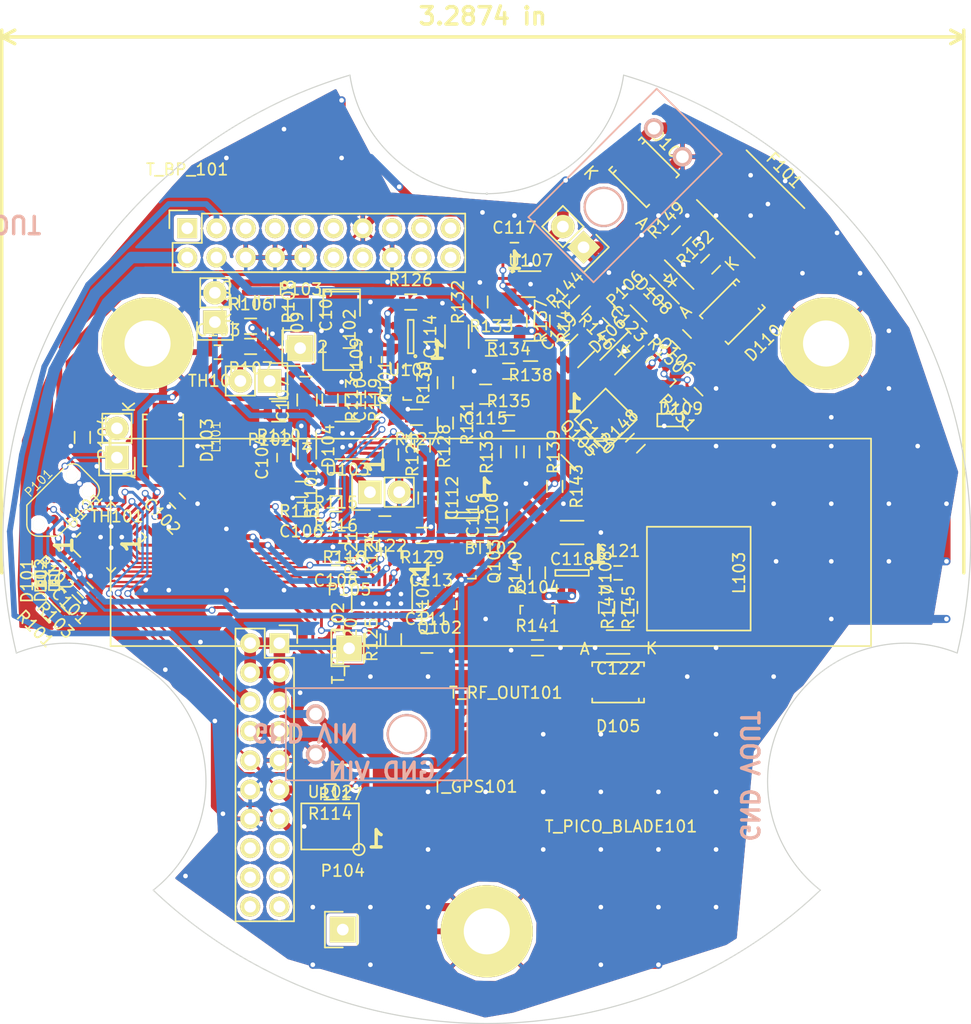
<source format=kicad_pcb>
(kicad_pcb (version 4) (host pcbnew "(2016-03-30 BZR 6657, Git fe53ec8)-product")
  (layers (0 F.Cu signal) (31 B.Cu signal) (34 B.Paste user hide) (35 F.Paste user hide) (36 B.SilkS user hide) (37 F.SilkS user) (38 B.Mask user hide) (39 F.Mask user hide) (44 Edge.Cuts user))
  (net 0 "")
  (net 1 GND)
  (net 2 /VBackup)
  (net 3 /VREF)
  (net 4 "Net-(C4-Pad1)")
  (net 5 /SwitchVOut)
  (net 6 /BatVOut)
  (net 7 /12Vto3v3/Vin)
  (net 8 "Net-(C11-Pad1)")
  (net 9 "Net-(C11-Pad2)")
  (net 10 /12Vto3v3/Vout)
  (net 11 /lifepo4Charger/Vin)
  (net 12 "Net-(C14-Pad1)")
  (net 13 "Net-(C15-Pad1)")
  (net 14 "Net-(C15-Pad2)")
  (net 15 /lifepo4Charger/Vout)
  (net 16 /dualIdealDiode/VIN1)
  (net 17 /dualIdealDiode/VIN2)
  (net 18 "Net-(D4-Pad2)")
  (net 19 "Net-(D4-Pad1)")
  (net 20 "Net-(D5-Pad2)")
  (net 21 "Net-(D5-Pad1)")
  (net 22 "Net-(L2-Pad2)")
  (net 23 /SWD_RST)
  (net 24 /SWD_CLK)
  (net 25 "Net-(R1-Pad1)")
  (net 26 /VInSense)
  (net 27 "Net-(R11-Pad2)")
  (net 28 "Net-(R10-Pad1)")
  (net 29 "Net-(R11-Pad1)")
  (net 30 /MainCurrent)
  (net 31 /12Vto3v3/En)
  (net 32 "Net-(R25-Pad2)")
  (net 33 "Net-(R27-Pad1)")
  (net 34 /lifepo4Charger/SHDN)
  (net 35 "Net-(R31-Pad1)")
  (net 36 "Net-(R31-Pad2)")
  (net 37 /dualIdealDiode/EN1)
  (net 38 /dualIdealDiode/EN2)
  (net 39 /dualIdealDiode/WARN1)
  (net 40 /dualIdealDiode/WARN2)
  (net 41 "Net-(TH2-Pad1)")
  (net 42 /lifepo4Charger/CHRG)
  (net 43 /lifepo4Charger/FAULT)
  (net 44 "Net-(Q3-Pad3)")
  (net 45 "Net-(C6-Pad1)")
  (net 46 /dualIdealDiode/Current1)
  (net 47 /dualIdealDiode/Current2)
  (net 48 /template/3v3)
  (net 49 /template/PSU_SCL)
  (net 50 /template/PSU_IRQ)
  (net 51 /template/PSU_SDA)
  (net 52 /template/VBUS)
  (net 53 /template/5v)
  (net 54 "Net-(C1-Pad1)")
  (net 55 "Net-(C19-Pad1)")
  (net 56 "Net-(C19-Pad2)")
  (net 57 "Net-(C20-Pad2)")
  (net 58 /12Vto5V/Vin)
  (net 59 "Net-(C22-Pad1)")
  (net 60 "Net-(C22-Pad2)")
  (net 61 "Net-(D1-Pad1)")
  (net 62 "Net-(D2-Pad1)")
  (net 63 "Net-(D2-Pad2)")
  (net 64 /protection/Vin)
  (net 65 /12Vto5V/En)
  (net 66 "Net-(Q5-Pad3)")
  (net 67 "Net-(R51-Pad2)")
  (net 68 "Net-(Q2-Pad3)")
  (module Fuse_Holders_and_Fuses:Fuse_SMD2920 (layer F.Cu) (at 170.5 41.5 315)
    (fp_text reference F101 (at 0 -4.1275 315) (layer F.SilkS))
    (fp_text value FUSE)
    (pad 1 smd rect (at -3.7 0 45) (size 5.6 2.3) (layers F.Cu F.Paste F.Mask) (net 64 /protection/Vin))
    (pad 2 smd rect (at 3.7 0 45) (size 5.6 2.3) (layers F.Cu F.Paste F.Mask) (net 61 "Net-(D1-Pad1)"))
  )
  (module Housings_DFN_QFN:DFN-16-1EP_3x5mm_Pitch0.5mm (layer F.Cu) (at 138.5 75.75 270)
    (fp_text reference U104 (at 0 -3.55 270) (layer F.SilkS))
    (fp_text value LT4415)
    (pad 1 smd rect (at -1.425 -1.75 270) (size 0.65 0.25) (layers F.Cu F.Paste F.Mask) (net 16 /dualIdealDiode/VIN1))
    (pad 2 smd rect (at -1.425 -1.25 270) (size 0.65 0.25) (layers F.Cu F.Paste F.Mask) (net 16 /dualIdealDiode/VIN1))
    (pad 3 smd rect (at -1.425 -0.75 270) (size 0.65 0.25) (layers F.Cu F.Paste F.Mask) (net 37 /dualIdealDiode/EN1))
    (pad 4 smd rect (at -1.425 -0.25 270) (size 0.65 0.25) (layers F.Cu F.Paste F.Mask) (net 46 /dualIdealDiode/Current1))
    (pad 5 smd rect (at -1.425 0.25 270) (size 0.65 0.25) (layers F.Cu F.Paste F.Mask) (net 47 /dualIdealDiode/Current2))
    (pad 6 smd rect (at -1.425 0.75 270) (size 0.65 0.25) (layers F.Cu F.Paste F.Mask) (net 38 /dualIdealDiode/EN2))
    (pad 7 smd rect (at -1.425 1.25 270) (size 0.65 0.25) (layers F.Cu F.Paste F.Mask) (net 17 /dualIdealDiode/VIN2))
    (pad 8 smd rect (at -1.425 1.75 270) (size 0.65 0.25) (layers F.Cu F.Paste F.Mask) (net 17 /dualIdealDiode/VIN2))
    (pad 9 smd rect (at 1.425 1.75 270) (size 0.65 0.25) (layers F.Cu F.Paste F.Mask) (net 48 /template/3v3))
    (pad 10 smd rect (at 1.425 1.25 270) (size 0.65 0.25) (layers F.Cu F.Paste F.Mask) (net 48 /template/3v3))
    (pad 11 smd rect (at 1.425 0.75 270) (size 0.65 0.25) (layers F.Cu F.Paste F.Mask))
    (pad 12 smd rect (at 1.425 0.25 270) (size 0.65 0.25) (layers F.Cu F.Paste F.Mask) (net 40 /dualIdealDiode/WARN2))
    (pad 13 smd rect (at 1.425 -0.25 270) (size 0.65 0.25) (layers F.Cu F.Paste F.Mask) (net 39 /dualIdealDiode/WARN1))
    (pad 14 smd rect (at 1.425 -0.75 270) (size 0.65 0.25) (layers F.Cu F.Paste F.Mask))
    (pad 15 smd rect (at 1.425 -1.25 270) (size 0.65 0.25) (layers F.Cu F.Paste F.Mask) (net 48 /template/3v3))
    (pad 16 smd rect (at 1.425 -1.75 270) (size 0.65 0.25) (layers F.Cu F.Paste F.Mask) (net 48 /template/3v3))
    (pad 17 smd rect (at 0.415 1.65 270) (size 0.83 1.1) (layers F.Cu F.Paste F.Mask) (net 1 GND))
    (pad 17 smd rect (at 0.415 0.55 270) (size 0.83 1.1) (layers F.Cu F.Paste F.Mask) (net 1 GND))
    (pad 17 smd rect (at 0.415 -0.55 270) (size 0.83 1.1) (layers F.Cu F.Paste F.Mask) (net 1 GND))
    (pad 17 smd rect (at 0.415 -1.65 270) (size 0.83 1.1) (layers F.Cu F.Paste F.Mask) (net 1 GND))
    (pad 17 smd rect (at -0.415 1.65 270) (size 0.83 1.1) (layers F.Cu F.Paste F.Mask) (net 1 GND))
    (pad 17 smd rect (at -0.415 0.55 270) (size 0.83 1.1) (layers F.Cu F.Paste F.Mask) (net 1 GND))
    (pad 17 smd rect (at -0.415 -0.55 270) (size 0.83 1.1) (layers F.Cu F.Paste F.Mask) (net 1 GND))
    (pad 17 smd rect (at -0.415 -1.65 270) (size 0.83 1.1) (layers F.Cu F.Paste F.Mask) (net 1 GND))
  )
  (module Capacitors_SMD:C_0805 (layer F.Cu) (at 142.4 79.6)
    (fp_text reference C111 (at 0 -2.1) (layer F.SilkS))
    (fp_text value 4.7uf)
    (pad 1 smd rect (at -1 0) (size 1 1.25) (layers F.Cu F.Paste F.Mask) (net 48 /template/3v3))
    (pad 2 smd rect (at 1 0) (size 1 1.25) (layers F.Cu F.Paste F.Mask) (net 1 GND))
  )
  (module Housings_DFN_QFN:QFN-24-1EP_4x4mm_Pitch0.5mm (layer F.Cu) (at 115 70.4 45)
    (fp_text reference U101 (at 0 -3.375 45) (layer F.SilkS))
    (fp_text value KL03-QFN24)
    (pad 1 smd rect (at -1.95 -1.25 45) (size 0.85 0.3) (layers F.Cu F.Paste F.Mask) (net 20 "Net-(D5-Pad2)"))
    (pad 2 smd rect (at -1.95 -0.75 45) (size 0.85 0.3) (layers F.Cu F.Paste F.Mask) (net 18 "Net-(D4-Pad2)"))
    (pad 3 smd rect (at -1.95 -0.25 45) (size 0.85 0.3) (layers F.Cu F.Paste F.Mask) (net 2 /VBackup))
    (pad 4 smd rect (at -1.95 0.25 45) (size 0.85 0.3) (layers F.Cu F.Paste F.Mask) (net 1 GND))
    (pad 5 smd rect (at -1.95 0.75 45) (size 0.85 0.3) (layers F.Cu F.Paste F.Mask) (net 40 /dualIdealDiode/WARN2))
    (pad 6 smd rect (at -1.95 1.25 45) (size 0.85 0.3) (layers F.Cu F.Paste F.Mask) (net 39 /dualIdealDiode/WARN1))
    (pad 7 smd rect (at -1.25 1.95 135) (size 0.85 0.3) (layers F.Cu F.Paste F.Mask) (net 37 /dualIdealDiode/EN1))
    (pad 8 smd rect (at -0.75 1.95 135) (size 0.85 0.3) (layers F.Cu F.Paste F.Mask) (net 38 /dualIdealDiode/EN2))
    (pad 9 smd rect (at -0.25 1.95 135) (size 0.85 0.3) (layers F.Cu F.Paste F.Mask) (net 34 /lifepo4Charger/SHDN))
    (pad 10 smd rect (at 0.25 1.95 135) (size 0.85 0.3) (layers F.Cu F.Paste F.Mask) (net 42 /lifepo4Charger/CHRG))
    (pad 11 smd rect (at 0.75 1.95 135) (size 0.85 0.3) (layers F.Cu F.Paste F.Mask) (net 43 /lifepo4Charger/FAULT))
    (pad 12 smd rect (at 1.25 1.95 135) (size 0.85 0.3) (layers F.Cu F.Paste F.Mask) (net 47 /dualIdealDiode/Current2))
    (pad 13 smd rect (at 1.95 1.25 45) (size 0.85 0.3) (layers F.Cu F.Paste F.Mask) (net 46 /dualIdealDiode/Current1))
    (pad 14 smd rect (at 1.95 0.75 45) (size 0.85 0.3) (layers F.Cu F.Paste F.Mask) (net 3 /VREF))
    (pad 15 smd rect (at 1.95 0.25 45) (size 0.85 0.3) (layers F.Cu F.Paste F.Mask) (net 5 /SwitchVOut))
    (pad 16 smd rect (at 1.95 -0.25 45) (size 0.85 0.3) (layers F.Cu F.Paste F.Mask) (net 6 /BatVOut))
    (pad 17 smd rect (at 1.95 -0.75 45) (size 0.85 0.3) (layers F.Cu F.Paste F.Mask) (net 49 /template/PSU_SCL))
    (pad 18 smd rect (at 1.95 -1.25 45) (size 0.85 0.3) (layers F.Cu F.Paste F.Mask) (net 51 /template/PSU_SDA))
    (pad 19 smd rect (at 1.25 -1.95 135) (size 0.85 0.3) (layers F.Cu F.Paste F.Mask) (net 26 /VInSense))
    (pad 20 smd rect (at 0.75 -1.95 135) (size 0.85 0.3) (layers F.Cu F.Paste F.Mask) (net 30 /MainCurrent))
    (pad 21 smd rect (at 0.25 -1.95 135) (size 0.85 0.3) (layers F.Cu F.Paste F.Mask) (net 50 /template/PSU_IRQ))
    (pad 22 smd rect (at -0.25 -1.95 135) (size 0.85 0.3) (layers F.Cu F.Paste F.Mask) (net 24 /SWD_CLK))
    (pad 23 smd rect (at -0.75 -1.95 135) (size 0.85 0.3) (layers F.Cu F.Paste F.Mask) (net 23 /SWD_RST))
    (pad 24 smd rect (at -1.25 -1.95 135) (size 0.85 0.3) (layers F.Cu F.Paste F.Mask) (net 65 /12Vto5V/En))
    (pad 25 smd rect (at 0.65 0.65 45) (size 1.3 1.3) (layers F.Cu F.Paste F.Mask) (net 1 GND))
    (pad 25 smd rect (at 0.65 -0.65 45) (size 1.3 1.3) (layers F.Cu F.Paste F.Mask) (net 1 GND))
    (pad 25 smd rect (at -0.65 0.65 45) (size 1.3 1.3) (layers F.Cu F.Paste F.Mask) (net 1 GND))
    (pad 25 smd rect (at -0.65 -0.65 45) (size 1.3 1.3) (layers F.Cu F.Paste F.Mask) (net 1 GND))
  )
  (module Capacitors_SMD:C_0603 (layer F.Cu) (at 120.75 67.25 135)
    (fp_text reference C102 (at 0 -1.9 135) (layer F.SilkS))
    (fp_text value 1uf)
    (pad 1 smd rect (at -0.75 0 135) (size 0.8 0.75) (layers F.Cu F.Paste F.Mask) (net 1 GND))
    (pad 2 smd rect (at 0.75 0 135) (size 0.8 0.75) (layers F.Cu F.Paste F.Mask) (net 3 /VREF))
  )
  (module Tag-Connect:TC2030-NL_SMALL (layer F.Cu) (at 110.5 67.5 45)
    (fp_text reference P101 (at 0 -2.54 45) (layer F.SilkS) (effects (font (size 0.75 0.75) (thickness 0.1))))
    (fp_text value TC2030-CTX hide)
    (pad 1 connect circle (at -1.27 0.635 45) (size 0.78486 0.78486) (layers F.Cu F.Mask) (net 2 /VBackup))
    (pad 2 connect circle (at -1.27 -0.635 45) (size 0.78486 0.78486) (layers F.Cu F.Mask) (net 65 /12Vto5V/En))
    (pad 3 connect circle (at 0 0.635 45) (size 0.78486 0.78486) (layers F.Cu F.Mask) (net 23 /SWD_RST))
    (pad 4 connect circle (at 0 -0.635 45) (size 0.78486 0.78486) (layers F.Cu F.Mask) (net 24 /SWD_CLK))
    (pad 5 connect circle (at 1.27 0.635 45) (size 0.78486 0.78486) (layers F.Cu F.Mask) (net 1 GND))
    (pad 6 connect circle (at 1.27 -0.635 45) (size 0.78486 0.78486) (layers F.Cu F.Mask))
    (pad "" np_thru_hole circle (at -2.54 0 45) (size 0.98806 0.98806) (drill 0.98806) (layers *.Cu *.Mask F.SilkS))
    (pad "" np_thru_hole circle (at 2.54 -1.016 45) (size 0.98552 0.98552) (drill 0.98552) (layers *.Cu *.Mask F.SilkS))
    (pad "" np_thru_hole circle (at 2.54 1.016 45) (size 0.98552 0.98552) (drill 0.98552) (layers *.Cu *.Mask F.SilkS))
  )
  (module Pin_Headers:Pin_Header_Straight_1x02 (layer F.Cu) (at 156 45.25 225)
    (fp_text reference P106 (at 0 -5.1 225) (layer F.SilkS))
    (fp_text value 12Vin)
    (pad 1 thru_hole rect (at 0 0 225) (size 2.032 2.032) (drill 1.016) (layers *.Cu *.Mask F.SilkS) (net 1 GND))
    (pad 2 thru_hole oval (at 0 2.54 225) (size 2.032 2.032) (drill 1.016) (layers *.Cu *.Mask F.SilkS) (net 64 /protection/Vin))
  )
  (module ASPI-6045S-5R6M-T:ASPI-6045S-5R6M-T (layer F.Cu) (at 125 62 90)
    (fp_text reference L101 (at 0.3 -0.9 90) (layer F.SilkS) (effects (font (size 0.75 0.75) (thickness 0.1))))
    (fp_text value 5.6uh)
    (pad 1 smd rect (at -2.25 0 90) (size 1.7 5.7) (layers F.Cu F.Paste F.Mask) (net 13 "Net-(C15-Pad1)"))
    (pad 2 smd rect (at 2.25 0 90) (size 1.7 5.7) (layers F.Cu F.Paste F.Mask) (net 22 "Net-(L2-Pad2)"))
  )
  (module mounting_screw:mounting_screw (layer F.Cu) (at 147.6 104.6)
    (fp_text reference T_SCREW_102 (at 0 0.5) (layer F.SilkS) (effects (font (size 0.75 0.75) (thickness 0.1))))
    (fp_text value CONN_01X01)
    (pad 1 thru_hole circle (at 0 0) (size 8 8) (drill 4) (layers *.Cu *.Mask F.SilkS) (net 1 GND))
  )
  (module mounting_screw:mounting_screw (layer F.Cu) (at 177.0449 53.6)
    (fp_text reference T_SCREW_103 (at 0 0.5) (layer F.SilkS) (effects (font (size 0.75 0.75) (thickness 0.1))))
    (fp_text value CONN_01X01)
    (pad 1 thru_hole circle (at 0 0) (size 8 8) (drill 4) (layers *.Cu *.Mask F.SilkS) (net 1 GND))
  )
  (module mounting_screw:mounting_screw (layer F.Cu) (at 118.1551 53.6)
    (fp_text reference T_SCREW_101 (at 0 0.5) (layer F.SilkS) (effects (font (size 0.75 0.75) (thickness 0.1))))
    (fp_text value CONN_01X01)
    (pad 1 thru_hole circle (at 0 0) (size 8 8) (drill 4) (layers *.Cu *.Mask F.SilkS) (net 1 GND))
  )
  (module Power:SC-74 (layer F.Cu) (at 134 95.5 180)
    (fp_text reference U102 (at 0 3 180) (layer F.SilkS))
    (fp_text value MMQA)
    (pad 1 smd rect (at -1.2 -0.95 180) (size 1 0.7) (layers F.Cu F.Paste F.Mask) (net 48 /template/3v3))
    (pad 2 smd rect (at -1.2 0 180) (size 1 0.7) (layers F.Cu F.Paste F.Mask) (net 1 GND))
    (pad 3 smd rect (at -1.2 0.95 180) (size 1 0.7) (layers F.Cu F.Paste F.Mask) (net 51 /template/PSU_SDA))
    (pad 4 smd rect (at 1.2 0.95 180) (size 1 0.7) (layers F.Cu F.Paste F.Mask) (net 49 /template/PSU_SCL))
    (pad 5 smd rect (at 1.2 0 180) (size 1 0.7) (layers F.Cu F.Paste F.Mask) (net 1 GND))
    (pad 6 smd rect (at 1.2 -0.95 180) (size 1 0.7) (layers F.Cu F.Paste F.Mask) (net 50 /template/PSU_IRQ))
  )
  (module Diodes_SMD:Diode-SMA_Standard (layer F.Cu) (at 159 83 180)
    (fp_text reference D105 (at 0 -3.81 180) (layer F.SilkS))
    (fp_text value ZENER)
    (fp_text user K (at -2.9 2.95 180) (layer F.SilkS))
    (fp_text user A (at 2.9 2.9 180) (layer F.SilkS))
    (pad 1 smd rect (at -1.99898 0 180) (size 2.49936 1.80086) (layers F.Cu F.Paste F.Mask) (net 53 /template/5v))
    (pad 2 smd rect (at 1.99898 0 180) (size 2.49936 1.80086) (layers F.Cu F.Paste F.Mask) (net 1 GND))
  )
  (module Diodes_SMD:Diode-SMB_Standard (layer F.Cu) (at 161.25 38.75 315)
    (fp_text reference D107 (at 0.05 -3.1 315) (layer F.SilkS))
    (fp_text value ZENER)
    (fp_text user K (at -3.25 3.3 315) (layer F.SilkS))
    (fp_text user A (at 3 3.2 315) (layer F.SilkS))
    (pad 1 smd rect (at -2.14884 0 315) (size 2.49936 2.30124) (layers F.Cu F.Paste F.Mask) (net 64 /protection/Vin))
    (pad 2 smd rect (at 2.14884 0 315) (size 2.49936 2.30124) (layers F.Cu F.Paste F.Mask) (net 1 GND))
  )
  (module Power:Si3407DV (layer F.Cu) (at 156.121293 60.200352 315)
    (fp_text reference Q105 (at 0.762 1.524 315) (layer F.SilkS))
    (fp_text value Si3407DV)
    (pad 1 smd rect (at 0 0 315) (size 0.508 0.699) (layers F.Cu F.Paste F.Mask) (net 52 /template/VBUS))
    (pad 2 smd rect (at 1.001 0 315) (size 0.508 0.699) (layers F.Cu F.Paste F.Mask) (net 52 /template/VBUS))
    (pad 3 smd rect (at 2.002 0 315) (size 0.508 0.699) (layers F.Cu F.Paste F.Mask) (net 68 "Net-(Q2-Pad3)"))
    (pad 6 smd rect (at 0 -2.354 315) (size 0.508 0.699) (layers F.Cu F.Paste F.Mask) (net 52 /template/VBUS))
    (pad 5 smd rect (at 1.01 -2.354 315) (size 0.508 0.699) (layers F.Cu F.Paste F.Mask) (net 52 /template/VBUS))
    (pad 4 smd rect (at 2.002 -2.354 315) (size 0.508 0.699) (layers F.Cu F.Paste F.Mask) (net 55 "Net-(C19-Pad1)"))
  )
  (module Resistors_SMD:R_0603 (layer F.Cu) (at 155.75 50.25 45)
    (fp_text reference R144 (at 0 -1.9 45) (layer F.SilkS))
    (fp_text value DNP)
    (pad 1 smd rect (at -0.75 0 45) (size 0.5 0.9) (layers F.Cu F.Paste F.Mask) (net 52 /template/VBUS))
    (pad 2 smd rect (at 0.75 0 45) (size 0.5 0.9) (layers F.Cu F.Paste F.Mask) (net 64 /protection/Vin))
  )
  (module Symbols:Symbol_Danger_CopperTop_Small (layer F.Cu) (at 149 88.6)
    (fp_text reference T_RF_OUT101 (at 0.254 -4.699) (layer F.SilkS))
    (fp_text value SMA)
    (fp_line (start 2.667 2.032) (end 2.667 2.413) (layer F.Cu) (width 0.381))
    (fp_line (start 2.667 2.413) (end 2.794 2.413) (layer F.Cu) (width 0.381))
    (fp_line (start 1.778 1.143) (end 2.667 2.032) (layer F.Cu) (width 0.381))
    (fp_line (start 2.667 2.032) (end 2.921 2.032) (layer F.Cu) (width 0.381))
    (fp_line (start -2.921 -2.032) (end -3.302 -1.905) (layer F.Cu) (width 0.381))
    (fp_line (start -2.921 -2.032) (end -2.921 -2.413) (layer F.Cu) (width 0.381))
    (fp_line (start -2.413 -1.651) (end -2.921 -2.032) (layer F.Cu) (width 0.381))
    (fp_line (start -2.667 2.032) (end -2.667 2.54) (layer F.Cu) (width 0.381))
    (fp_line (start -2.667 2.032) (end -3.048 2.032) (layer F.Cu) (width 0.381))
    (fp_line (start -1.651 1.143) (end -2.667 2.032) (layer F.Cu) (width 0.381))
    (fp_line (start 2.921 -2.159) (end 3.429 -2.286) (layer F.Cu) (width 0.381))
    (fp_line (start 2.921 -2.159) (end 2.921 -2.667) (layer F.Cu) (width 0.381))
    (fp_line (start 2.286 -1.651) (end 2.921 -2.159) (layer F.Cu) (width 0.381))
    (fp_line (start 0.127 1.27) (end 0.127 1.524) (layer F.Cu) (width 0.381))
    (fp_line (start -0.508 1.143) (end 0.635 1.143) (layer F.Cu) (width 0.381))
    (fp_line (start 0.635 1.143) (end 0.635 1.651) (layer F.Cu) (width 0.381))
    (fp_line (start 0.635 1.651) (end -0.508 1.651) (layer F.Cu) (width 0.381))
    (fp_line (start -0.508 1.651) (end -0.508 1.143) (layer F.Cu) (width 0.381))
    (fp_circle (center -1.016 -0.381) (end -1.27 -0.254) (layer F.Cu) (width 0.381))
    (fp_circle (center 1.016 -0.381) (end 1.27 -0.254) (layer F.Cu) (width 0.381))
    (fp_line (start 0 -0.381) (end 0.254 0.381) (layer F.Cu) (width 0.381))
    (fp_line (start 0.254 0.381) (end -0.254 0.381) (layer F.Cu) (width 0.381))
    (fp_line (start -0.254 0.381) (end 0 -0.381) (layer F.Cu) (width 0.381))
    (fp_line (start -1.016 1.905) (end -0.889 2.159) (layer F.Cu) (width 0.381))
    (fp_line (start -0.889 2.159) (end -0.635 2.413) (layer F.Cu) (width 0.381))
    (fp_line (start -0.635 2.413) (end -0.254 2.54) (layer F.Cu) (width 0.381))
    (fp_line (start 1.143 0.762) (end 1.143 1.524) (layer F.Cu) (width 0.381))
    (fp_line (start 1.143 1.524) (end 1.143 1.905) (layer F.Cu) (width 0.381))
    (fp_line (start 1.143 1.905) (end 1.016 2.286) (layer F.Cu) (width 0.381))
    (fp_line (start 1.016 2.286) (end 0.635 2.413) (layer F.Cu) (width 0.381))
    (fp_line (start 0.635 2.413) (end 0.127 2.54) (layer F.Cu) (width 0.381))
    (fp_line (start 0.127 2.54) (end -0.254 2.54) (layer F.Cu) (width 0.381))
    (fp_line (start -1.016 1.905) (end -1.016 1.524) (layer F.Cu) (width 0.381))
    (fp_line (start -1.016 1.524) (end -1.016 0.762) (layer F.Cu) (width 0.381))
    (fp_line (start -2.54 0) (end -2.413 0.254) (layer F.Cu) (width 0.381))
    (fp_line (start -2.413 0.254) (end -2.286 0.508) (layer F.Cu) (width 0.381))
    (fp_line (start -2.286 0.508) (end -1.778 0.635) (layer F.Cu) (width 0.381))
    (fp_line (start -1.778 0.635) (end -1.143 0.762) (layer F.Cu) (width 0.381))
    (fp_line (start -1.143 0.762) (end -0.762 0.762) (layer F.Cu) (width 0.381))
    (fp_line (start -2.54 0) (end -2.54 -0.254) (layer F.Cu) (width 0.381))
    (fp_line (start -2.54 -0.254) (end -2.413 -0.762) (layer F.Cu) (width 0.381))
    (fp_line (start -2.413 -0.762) (end -2.159 -1.397) (layer F.Cu) (width 0.381))
    (fp_line (start -2.159 -1.397) (end -1.651 -1.905) (layer F.Cu) (width 0.381))
    (fp_line (start -1.651 -1.905) (end -1.016 -2.286) (layer F.Cu) (width 0.381))
    (fp_line (start -1.016 -2.286) (end -0.381 -2.54) (layer F.Cu) (width 0.381))
    (fp_line (start -0.381 -2.54) (end 0.127 -2.54) (layer F.Cu) (width 0.381))
    (fp_line (start 0.127 -2.54) (end 0.762 -2.413) (layer F.Cu) (width 0.381))
    (fp_line (start 0.762 -2.413) (end 1.397 -2.159) (layer F.Cu) (width 0.381))
    (fp_line (start 1.397 -2.159) (end 1.905 -1.651) (layer F.Cu) (width 0.381))
    (fp_line (start 1.905 -1.651) (end 2.159 -1.27) (layer F.Cu) (width 0.381))
    (fp_line (start 2.159 -1.27) (end 2.413 -0.762) (layer F.Cu) (width 0.381))
    (fp_line (start 2.413 -0.762) (end 2.54 -0.381) (layer F.Cu) (width 0.381))
    (fp_line (start 2.54 -0.381) (end 2.54 0) (layer F.Cu) (width 0.381))
    (fp_line (start 2.54 0) (end 2.413 0.381) (layer F.Cu) (width 0.381))
    (fp_line (start 2.413 0.381) (end 2.159 0.508) (layer F.Cu) (width 0.381))
    (fp_line (start 2.159 0.508) (end 1.651 0.762) (layer F.Cu) (width 0.381))
    (fp_line (start 1.651 0.762) (end 1.27 0.762) (layer F.Cu) (width 0.381))
    (fp_line (start 1.27 0.762) (end 0.889 0.762) (layer F.Cu) (width 0.381))
  )
  (module Symbols:Symbol_Danger_CopperTop_Small (layer F.Cu) (at 159 100.2)
    (fp_text reference T_PICO_BLADE101 (at 0.254 -4.699) (layer F.SilkS))
    (fp_text value CONN_01X08)
    (fp_line (start 2.667 2.032) (end 2.667 2.413) (layer F.Cu) (width 0.381))
    (fp_line (start 2.667 2.413) (end 2.794 2.413) (layer F.Cu) (width 0.381))
    (fp_line (start 1.778 1.143) (end 2.667 2.032) (layer F.Cu) (width 0.381))
    (fp_line (start 2.667 2.032) (end 2.921 2.032) (layer F.Cu) (width 0.381))
    (fp_line (start -2.921 -2.032) (end -3.302 -1.905) (layer F.Cu) (width 0.381))
    (fp_line (start -2.921 -2.032) (end -2.921 -2.413) (layer F.Cu) (width 0.381))
    (fp_line (start -2.413 -1.651) (end -2.921 -2.032) (layer F.Cu) (width 0.381))
    (fp_line (start -2.667 2.032) (end -2.667 2.54) (layer F.Cu) (width 0.381))
    (fp_line (start -2.667 2.032) (end -3.048 2.032) (layer F.Cu) (width 0.381))
    (fp_line (start -1.651 1.143) (end -2.667 2.032) (layer F.Cu) (width 0.381))
    (fp_line (start 2.921 -2.159) (end 3.429 -2.286) (layer F.Cu) (width 0.381))
    (fp_line (start 2.921 -2.159) (end 2.921 -2.667) (layer F.Cu) (width 0.381))
    (fp_line (start 2.286 -1.651) (end 2.921 -2.159) (layer F.Cu) (width 0.381))
    (fp_line (start 0.127 1.27) (end 0.127 1.524) (layer F.Cu) (width 0.381))
    (fp_line (start -0.508 1.143) (end 0.635 1.143) (layer F.Cu) (width 0.381))
    (fp_line (start 0.635 1.143) (end 0.635 1.651) (layer F.Cu) (width 0.381))
    (fp_line (start 0.635 1.651) (end -0.508 1.651) (layer F.Cu) (width 0.381))
    (fp_line (start -0.508 1.651) (end -0.508 1.143) (layer F.Cu) (width 0.381))
    (fp_circle (center -1.016 -0.381) (end -1.27 -0.254) (layer F.Cu) (width 0.381))
    (fp_circle (center 1.016 -0.381) (end 1.27 -0.254) (layer F.Cu) (width 0.381))
    (fp_line (start 0 -0.381) (end 0.254 0.381) (layer F.Cu) (width 0.381))
    (fp_line (start 0.254 0.381) (end -0.254 0.381) (layer F.Cu) (width 0.381))
    (fp_line (start -0.254 0.381) (end 0 -0.381) (layer F.Cu) (width 0.381))
    (fp_line (start -1.016 1.905) (end -0.889 2.159) (layer F.Cu) (width 0.381))
    (fp_line (start -0.889 2.159) (end -0.635 2.413) (layer F.Cu) (width 0.381))
    (fp_line (start -0.635 2.413) (end -0.254 2.54) (layer F.Cu) (width 0.381))
    (fp_line (start 1.143 0.762) (end 1.143 1.524) (layer F.Cu) (width 0.381))
    (fp_line (start 1.143 1.524) (end 1.143 1.905) (layer F.Cu) (width 0.381))
    (fp_line (start 1.143 1.905) (end 1.016 2.286) (layer F.Cu) (width 0.381))
    (fp_line (start 1.016 2.286) (end 0.635 2.413) (layer F.Cu) (width 0.381))
    (fp_line (start 0.635 2.413) (end 0.127 2.54) (layer F.Cu) (width 0.381))
    (fp_line (start 0.127 2.54) (end -0.254 2.54) (layer F.Cu) (width 0.381))
    (fp_line (start -1.016 1.905) (end -1.016 1.524) (layer F.Cu) (width 0.381))
    (fp_line (start -1.016 1.524) (end -1.016 0.762) (layer F.Cu) (width 0.381))
    (fp_line (start -2.54 0) (end -2.413 0.254) (layer F.Cu) (width 0.381))
    (fp_line (start -2.413 0.254) (end -2.286 0.508) (layer F.Cu) (width 0.381))
    (fp_line (start -2.286 0.508) (end -1.778 0.635) (layer F.Cu) (width 0.381))
    (fp_line (start -1.778 0.635) (end -1.143 0.762) (layer F.Cu) (width 0.381))
    (fp_line (start -1.143 0.762) (end -0.762 0.762) (layer F.Cu) (width 0.381))
    (fp_line (start -2.54 0) (end -2.54 -0.254) (layer F.Cu) (width 0.381))
    (fp_line (start -2.54 -0.254) (end -2.413 -0.762) (layer F.Cu) (width 0.381))
    (fp_line (start -2.413 -0.762) (end -2.159 -1.397) (layer F.Cu) (width 0.381))
    (fp_line (start -2.159 -1.397) (end -1.651 -1.905) (layer F.Cu) (width 0.381))
    (fp_line (start -1.651 -1.905) (end -1.016 -2.286) (layer F.Cu) (width 0.381))
    (fp_line (start -1.016 -2.286) (end -0.381 -2.54) (layer F.Cu) (width 0.381))
    (fp_line (start -0.381 -2.54) (end 0.127 -2.54) (layer F.Cu) (width 0.381))
    (fp_line (start 0.127 -2.54) (end 0.762 -2.413) (layer F.Cu) (width 0.381))
    (fp_line (start 0.762 -2.413) (end 1.397 -2.159) (layer F.Cu) (width 0.381))
    (fp_line (start 1.397 -2.159) (end 1.905 -1.651) (layer F.Cu) (width 0.381))
    (fp_line (start 1.905 -1.651) (end 2.159 -1.27) (layer F.Cu) (width 0.381))
    (fp_line (start 2.159 -1.27) (end 2.413 -0.762) (layer F.Cu) (width 0.381))
    (fp_line (start 2.413 -0.762) (end 2.54 -0.381) (layer F.Cu) (width 0.381))
    (fp_line (start 2.54 -0.381) (end 2.54 0) (layer F.Cu) (width 0.381))
    (fp_line (start 2.54 0) (end 2.413 0.381) (layer F.Cu) (width 0.381))
    (fp_line (start 2.413 0.381) (end 2.159 0.508) (layer F.Cu) (width 0.381))
    (fp_line (start 2.159 0.508) (end 1.651 0.762) (layer F.Cu) (width 0.381))
    (fp_line (start 1.651 0.762) (end 1.27 0.762) (layer F.Cu) (width 0.381))
    (fp_line (start 1.27 0.762) (end 0.889 0.762) (layer F.Cu) (width 0.381))
  )
  (module Symbols:Symbol_Danger_CopperTop_Small (layer F.Cu) (at 146.35 96.75)
    (fp_text reference T_GPS101 (at 0.254 -4.699) (layer F.SilkS))
    (fp_text value SMA)
    (fp_line (start 2.667 2.032) (end 2.667 2.413) (layer F.Cu) (width 0.381))
    (fp_line (start 2.667 2.413) (end 2.794 2.413) (layer F.Cu) (width 0.381))
    (fp_line (start 1.778 1.143) (end 2.667 2.032) (layer F.Cu) (width 0.381))
    (fp_line (start 2.667 2.032) (end 2.921 2.032) (layer F.Cu) (width 0.381))
    (fp_line (start -2.921 -2.032) (end -3.302 -1.905) (layer F.Cu) (width 0.381))
    (fp_line (start -2.921 -2.032) (end -2.921 -2.413) (layer F.Cu) (width 0.381))
    (fp_line (start -2.413 -1.651) (end -2.921 -2.032) (layer F.Cu) (width 0.381))
    (fp_line (start -2.667 2.032) (end -2.667 2.54) (layer F.Cu) (width 0.381))
    (fp_line (start -2.667 2.032) (end -3.048 2.032) (layer F.Cu) (width 0.381))
    (fp_line (start -1.651 1.143) (end -2.667 2.032) (layer F.Cu) (width 0.381))
    (fp_line (start 2.921 -2.159) (end 3.429 -2.286) (layer F.Cu) (width 0.381))
    (fp_line (start 2.921 -2.159) (end 2.921 -2.667) (layer F.Cu) (width 0.381))
    (fp_line (start 2.286 -1.651) (end 2.921 -2.159) (layer F.Cu) (width 0.381))
    (fp_line (start 0.127 1.27) (end 0.127 1.524) (layer F.Cu) (width 0.381))
    (fp_line (start -0.508 1.143) (end 0.635 1.143) (layer F.Cu) (width 0.381))
    (fp_line (start 0.635 1.143) (end 0.635 1.651) (layer F.Cu) (width 0.381))
    (fp_line (start 0.635 1.651) (end -0.508 1.651) (layer F.Cu) (width 0.381))
    (fp_line (start -0.508 1.651) (end -0.508 1.143) (layer F.Cu) (width 0.381))
    (fp_circle (center -1.016 -0.381) (end -1.27 -0.254) (layer F.Cu) (width 0.381))
    (fp_circle (center 1.016 -0.381) (end 1.27 -0.254) (layer F.Cu) (width 0.381))
    (fp_line (start 0 -0.381) (end 0.254 0.381) (layer F.Cu) (width 0.381))
    (fp_line (start 0.254 0.381) (end -0.254 0.381) (layer F.Cu) (width 0.381))
    (fp_line (start -0.254 0.381) (end 0 -0.381) (layer F.Cu) (width 0.381))
    (fp_line (start -1.016 1.905) (end -0.889 2.159) (layer F.Cu) (width 0.381))
    (fp_line (start -0.889 2.159) (end -0.635 2.413) (layer F.Cu) (width 0.381))
    (fp_line (start -0.635 2.413) (end -0.254 2.54) (layer F.Cu) (width 0.381))
    (fp_line (start 1.143 0.762) (end 1.143 1.524) (layer F.Cu) (width 0.381))
    (fp_line (start 1.143 1.524) (end 1.143 1.905) (layer F.Cu) (width 0.381))
    (fp_line (start 1.143 1.905) (end 1.016 2.286) (layer F.Cu) (width 0.381))
    (fp_line (start 1.016 2.286) (end 0.635 2.413) (layer F.Cu) (width 0.381))
    (fp_line (start 0.635 2.413) (end 0.127 2.54) (layer F.Cu) (width 0.381))
    (fp_line (start 0.127 2.54) (end -0.254 2.54) (layer F.Cu) (width 0.381))
    (fp_line (start -1.016 1.905) (end -1.016 1.524) (layer F.Cu) (width 0.381))
    (fp_line (start -1.016 1.524) (end -1.016 0.762) (layer F.Cu) (width 0.381))
    (fp_line (start -2.54 0) (end -2.413 0.254) (layer F.Cu) (width 0.381))
    (fp_line (start -2.413 0.254) (end -2.286 0.508) (layer F.Cu) (width 0.381))
    (fp_line (start -2.286 0.508) (end -1.778 0.635) (layer F.Cu) (width 0.381))
    (fp_line (start -1.778 0.635) (end -1.143 0.762) (layer F.Cu) (width 0.381))
    (fp_line (start -1.143 0.762) (end -0.762 0.762) (layer F.Cu) (width 0.381))
    (fp_line (start -2.54 0) (end -2.54 -0.254) (layer F.Cu) (width 0.381))
    (fp_line (start -2.54 -0.254) (end -2.413 -0.762) (layer F.Cu) (width 0.381))
    (fp_line (start -2.413 -0.762) (end -2.159 -1.397) (layer F.Cu) (width 0.381))
    (fp_line (start -2.159 -1.397) (end -1.651 -1.905) (layer F.Cu) (width 0.381))
    (fp_line (start -1.651 -1.905) (end -1.016 -2.286) (layer F.Cu) (width 0.381))
    (fp_line (start -1.016 -2.286) (end -0.381 -2.54) (layer F.Cu) (width 0.381))
    (fp_line (start -0.381 -2.54) (end 0.127 -2.54) (layer F.Cu) (width 0.381))
    (fp_line (start 0.127 -2.54) (end 0.762 -2.413) (layer F.Cu) (width 0.381))
    (fp_line (start 0.762 -2.413) (end 1.397 -2.159) (layer F.Cu) (width 0.381))
    (fp_line (start 1.397 -2.159) (end 1.905 -1.651) (layer F.Cu) (width 0.381))
    (fp_line (start 1.905 -1.651) (end 2.159 -1.27) (layer F.Cu) (width 0.381))
    (fp_line (start 2.159 -1.27) (end 2.413 -0.762) (layer F.Cu) (width 0.381))
    (fp_line (start 2.413 -0.762) (end 2.54 -0.381) (layer F.Cu) (width 0.381))
    (fp_line (start 2.54 -0.381) (end 2.54 0) (layer F.Cu) (width 0.381))
    (fp_line (start 2.54 0) (end 2.413 0.381) (layer F.Cu) (width 0.381))
    (fp_line (start 2.413 0.381) (end 2.159 0.508) (layer F.Cu) (width 0.381))
    (fp_line (start 2.159 0.508) (end 1.651 0.762) (layer F.Cu) (width 0.381))
    (fp_line (start 1.651 0.762) (end 1.27 0.762) (layer F.Cu) (width 0.381))
    (fp_line (start 1.27 0.762) (end 0.889 0.762) (layer F.Cu) (width 0.381))
  )
  (module Resistors_SMD:R_0603 (layer F.Cu) (at 158 76.5 270)
    (fp_text reference R145 (at 0 -1.9 270) (layer F.SilkS))
    (fp_text value 10k)
    (pad 1 smd rect (at -0.75 0 270) (size 0.5 0.9) (layers F.Cu F.Paste F.Mask) (net 67 "Net-(R51-Pad2)"))
    (pad 2 smd rect (at 0.75 0 270) (size 0.5 0.9) (layers F.Cu F.Paste F.Mask) (net 1 GND))
  )
  (module Resistors_SMD:R_0603 (layer F.Cu) (at 160 76.5 90)
    (fp_text reference R147 (at 0 -1.9 90) (layer F.SilkS))
    (fp_text value 56.2k)
    (pad 1 smd rect (at -0.75 0 90) (size 0.5 0.9) (layers F.Cu F.Paste F.Mask) (net 53 /template/5v))
    (pad 2 smd rect (at 0.75 0 90) (size 0.5 0.9) (layers F.Cu F.Paste F.Mask) (net 67 "Net-(R51-Pad2)"))
  )
  (module Resistors_SMD:R_0603 (layer F.Cu) (at 152 73.5 90)
    (fp_text reference R140 (at 0 -1.9 90) (layer F.SilkS))
    (fp_text value 10K)
    (pad 1 smd rect (at -0.75 0 90) (size 0.5 0.9) (layers F.Cu F.Paste F.Mask) (net 66 "Net-(Q5-Pad3)"))
    (pad 2 smd rect (at 0.75 0 90) (size 0.5 0.9) (layers F.Cu F.Paste F.Mask) (net 58 /12Vto5V/Vin))
  )
  (module Resistors_SMD:R_0603 (layer F.Cu) (at 152 80)
    (fp_text reference R141 (at 0 -1.9) (layer F.SilkS))
    (fp_text value 10K)
    (pad 1 smd rect (at -0.75 0) (size 0.5 0.9) (layers F.Cu F.Paste F.Mask) (net 65 /12Vto5V/En))
    (pad 2 smd rect (at 0.75 0) (size 0.5 0.9) (layers F.Cu F.Paste F.Mask) (net 1 GND))
  )
  (module Resistors_SMD:R_0603 (layer F.Cu) (at 134.9 90.8 180)
    (fp_text reference R117 (at 0 -1.9 180) (layer F.SilkS))
    (fp_text value 4.7k)
    (pad 1 smd rect (at -0.75 0 180) (size 0.5 0.9) (layers F.Cu F.Paste F.Mask) (net 2 /VBackup))
    (pad 2 smd rect (at 0.75 0 180) (size 0.5 0.9) (layers F.Cu F.Paste F.Mask) (net 51 /template/PSU_SDA))
  )
  (module Resistors_SMD:R_0603 (layer F.Cu) (at 134 92.5 180)
    (fp_text reference R114 (at 0 -1.9 180) (layer F.SilkS))
    (fp_text value 4.7k)
    (pad 1 smd rect (at -0.75 0 180) (size 0.5 0.9) (layers F.Cu F.Paste F.Mask) (net 2 /VBackup))
    (pad 2 smd rect (at 0.75 0 180) (size 0.5 0.9) (layers F.Cu F.Paste F.Mask) (net 49 /template/PSU_SCL))
  )
  (module Resistors_SMD:R_0603 (layer F.Cu) (at 137.7 79.3 90)
    (fp_text reference R120 (at 0 -1.9 90) (layer F.SilkS))
    (fp_text value 470K)
    (pad 1 smd rect (at -0.75 0 90) (size 0.5 0.9) (layers F.Cu F.Paste F.Mask) (net 48 /template/3v3))
    (pad 2 smd rect (at 0.75 0 90) (size 0.5 0.9) (layers F.Cu F.Paste F.Mask) (net 40 /dualIdealDiode/WARN2))
  )
  (module Resistors_SMD:R_0603 (layer F.Cu) (at 139.5 79.3 90)
    (fp_text reference R125 (at 0 -1.9 90) (layer F.SilkS))
    (fp_text value 470K)
    (pad 1 smd rect (at -0.75 0 90) (size 0.5 0.9) (layers F.Cu F.Paste F.Mask) (net 48 /template/3v3))
    (pad 2 smd rect (at 0.75 0 90) (size 0.5 0.9) (layers F.Cu F.Paste F.Mask) (net 39 /dualIdealDiode/WARN1))
  )
  (module Resistors_SMD:R_0603 (layer F.Cu) (at 137.75 71.75 90)
    (fp_text reference R121 (at 0 -1.9 90) (layer F.SilkS))
    (fp_text value 165)
    (pad 1 smd rect (at -0.75 0 90) (size 0.5 0.9) (layers F.Cu F.Paste F.Mask) (net 47 /dualIdealDiode/Current2))
    (pad 2 smd rect (at 0.75 0 90) (size 0.5 0.9) (layers F.Cu F.Paste F.Mask) (net 1 GND))
  )
  (module Resistors_SMD:R_0603 (layer F.Cu) (at 139.5 71.75 90)
    (fp_text reference R124 (at 0 -1.9 90) (layer F.SilkS))
    (fp_text value 165)
    (pad 1 smd rect (at -0.75 0 90) (size 0.5 0.9) (layers F.Cu F.Paste F.Mask) (net 46 /dualIdealDiode/Current1))
    (pad 2 smd rect (at 0.75 0 90) (size 0.5 0.9) (layers F.Cu F.Paste F.Mask) (net 1 GND))
  )
  (module Resistors_SMD:R_0603 (layer F.Cu) (at 135.25 70.25 180)
    (fp_text reference R118 (at 0 -1.9 180) (layer F.SilkS))
    (fp_text value 95.3K)
    (pad 1 smd rect (at -0.75 0 180) (size 0.5 0.9) (layers F.Cu F.Paste F.Mask) (net 38 /dualIdealDiode/EN2))
    (pad 2 smd rect (at 0.75 0 180) (size 0.5 0.9) (layers F.Cu F.Paste F.Mask) (net 1 GND))
  )
  (module Resistors_SMD:R_0603 (layer F.Cu) (at 138.75 69.25 180)
    (fp_text reference R122 (at 0 -1.9 180) (layer F.SilkS))
    (fp_text value 30.1K)
    (pad 1 smd rect (at -0.75 0 180) (size 0.5 0.9) (layers F.Cu F.Paste F.Mask) (net 37 /dualIdealDiode/EN1))
    (pad 2 smd rect (at 0.75 0 180) (size 0.5 0.9) (layers F.Cu F.Paste F.Mask) (net 38 /dualIdealDiode/EN2))
  )
  (module Resistors_SMD:R_0603 (layer F.Cu) (at 142 70.25 180)
    (fp_text reference R129 (at 0 -1.9 180) (layer F.SilkS))
    (fp_text value 237K)
    (pad 1 smd rect (at -0.75 0 180) (size 0.5 0.9) (layers F.Cu F.Paste F.Mask) (net 16 /dualIdealDiode/VIN1))
    (pad 2 smd rect (at 0.75 0 180) (size 0.5 0.9) (layers F.Cu F.Paste F.Mask) (net 37 /dualIdealDiode/EN1))
  )
  (module Resistors_SMD:R_0603 (layer F.Cu) (at 136 58.5 270)
    (fp_text reference R119 (at 0 -1.9 270) (layer F.SilkS))
    (fp_text value 330k)
    (pad 1 smd rect (at -0.75 0 270) (size 0.5 0.9) (layers F.Cu F.Paste F.Mask) (net 35 "Net-(R31-Pad1)"))
    (pad 2 smd rect (at 0.75 0 270) (size 0.5 0.9) (layers F.Cu F.Paste F.Mask) (net 1 GND))
  )
  (module Resistors_SMD:R_0603 (layer F.Cu) (at 131.9 55.8)
    (fp_text reference R112 (at 0 -1.9) (layer F.SilkS))
    (fp_text value 14.3k)
    (pad 1 smd rect (at -0.75 0) (size 0.5 0.9) (layers F.Cu F.Paste F.Mask) (net 15 /lifepo4Charger/Vout))
    (pad 2 smd rect (at 0.75 0) (size 0.5 0.9) (layers F.Cu F.Paste F.Mask) (net 35 "Net-(R31-Pad1)"))
  )
  (module Resistors_SMD:R_0603 (layer F.Cu) (at 134 58.5 270)
    (fp_text reference R113 (at 0 -1.9 270) (layer F.SilkS))
    (fp_text value 237k)
    (pad 1 smd rect (at -0.75 0 270) (size 0.5 0.9) (layers F.Cu F.Paste F.Mask) (net 35 "Net-(R31-Pad1)"))
    (pad 2 smd rect (at 0.75 0 270) (size 0.5 0.9) (layers F.Cu F.Paste F.Mask) (net 36 "Net-(R31-Pad2)"))
  )
  (module Resistors_SMD:R_0603 (layer F.Cu) (at 141.5 60 180)
    (fp_text reference R127 (at 0 -1.9 180) (layer F.SilkS))
    (fp_text value 10k)
    (pad 1 smd rect (at -0.75 0 180) (size 0.5 0.9) (layers F.Cu F.Paste F.Mask) (net 34 /lifepo4Charger/SHDN))
    (pad 2 smd rect (at 0.75 0 180) (size 0.5 0.9) (layers F.Cu F.Paste F.Mask) (net 1 GND))
  )
  (module Resistors_SMD:R_0603 (layer F.Cu) (at 144 60.5 270)
    (fp_text reference R131 (at 0 -1.9 270) (layer F.SilkS))
    (fp_text value 49.9K)
    (pad 1 smd rect (at -0.75 0 270) (size 0.5 0.9) (layers F.Cu F.Paste F.Mask) (net 34 /lifepo4Charger/SHDN))
    (pad 2 smd rect (at 0.75 0 270) (size 0.5 0.9) (layers F.Cu F.Paste F.Mask) (net 11 /lifepo4Charger/Vin))
  )
  (module Resistors_SMD:R_0603 (layer F.Cu) (at 139.25 63.25 270)
    (fp_text reference R123 (at 0 -1.9 270) (layer F.SilkS))
    (fp_text value 10k)
    (pad 1 smd rect (at -0.75 0 270) (size 0.5 0.9) (layers F.Cu F.Paste F.Mask) (net 33 "Net-(R27-Pad1)"))
    (pad 2 smd rect (at 0.75 0 270) (size 0.5 0.9) (layers F.Cu F.Paste F.Mask) (net 1 GND))
  )
  (module Resistors_SMD:R_0603 (layer F.Cu) (at 142 62.5 270)
    (fp_text reference R128 (at 0 -1.9 270) (layer F.SilkS))
    (fp_text value 13.7k)
    (pad 1 smd rect (at -0.75 0 270) (size 0.5 0.9) (layers F.Cu F.Paste F.Mask) (net 33 "Net-(R27-Pad1)"))
    (pad 2 smd rect (at 0.75 0 270) (size 0.5 0.9) (layers F.Cu F.Paste F.Mask) (net 11 /lifepo4Charger/Vin))
  )
  (module Resistors_SMD:R_0603 (layer F.Cu) (at 131.5 66.25 180)
    (fp_text reference R111 (at 0 -1.9 180) (layer F.SilkS))
    (fp_text value 1K)
    (pad 1 smd rect (at -0.75 0 180) (size 0.5 0.9) (layers F.Cu F.Paste F.Mask) (net 6 /BatVOut))
    (pad 2 smd rect (at 0.75 0 180) (size 0.5 0.9) (layers F.Cu F.Paste F.Mask) (net 1 GND))
  )
  (module Resistors_SMD:R_0603 (layer F.Cu) (at 134.5 67.5 180)
    (fp_text reference R116 (at 0 -1.9 180) (layer F.SilkS))
    (fp_text value 3.9K)
    (pad 1 smd rect (at -0.75 0 180) (size 0.5 0.9) (layers F.Cu F.Paste F.Mask) (net 17 /dualIdealDiode/VIN2))
    (pad 2 smd rect (at 0.75 0 180) (size 0.5 0.9) (layers F.Cu F.Paste F.Mask) (net 6 /BatVOut))
  )
  (module Resistors_SMD:R_0603 (layer F.Cu) (at 147 50 90)
    (fp_text reference R132 (at 0 -1.9 90) (layer F.SilkS))
    (fp_text value 1000)
    (pad 1 smd rect (at -0.75 0 90) (size 0.5 0.9) (layers F.Cu F.Paste F.Mask) (net 30 /MainCurrent))
    (pad 2 smd rect (at 0.75 0 90) (size 0.5 0.9) (layers F.Cu F.Paste F.Mask) (net 1 GND))
  )
  (module Resistors_SMD:R_0603 (layer F.Cu) (at 134.5 65.5 180)
    (fp_text reference R115 (at 0 -1.9 180) (layer F.SilkS))
    (fp_text value 0)
    (pad 1 smd rect (at -0.75 0 180) (size 0.5 0.9) (layers F.Cu F.Paste F.Mask) (net 17 /dualIdealDiode/VIN2))
    (pad 2 smd rect (at 0.75 0 180) (size 0.5 0.9) (layers F.Cu F.Paste F.Mask) (net 15 /lifepo4Charger/Vout))
  )
  (module Resistors_SMD:R_0603 (layer F.Cu) (at 149.5 56)
    (fp_text reference R134 (at 0 -1.9) (layer F.SilkS))
    (fp_text value 0)
    (pad 1 smd rect (at -0.75 0) (size 0.5 0.9) (layers F.Cu F.Paste F.Mask) (net 11 /lifepo4Charger/Vin))
    (pad 2 smd rect (at 0.75 0) (size 0.5 0.9) (layers F.Cu F.Paste F.Mask) (net 27 "Net-(R11-Pad2)"))
  )
  (module Resistors_SMD:R_0603 (layer F.Cu) (at 148 54)
    (fp_text reference R133 (at 0 -1.9) (layer F.SilkS))
    (fp_text value 0)
    (pad 1 smd rect (at -0.75 0) (size 0.5 0.9) (layers F.Cu F.Paste F.Mask) (net 7 /12Vto3v3/Vin))
    (pad 2 smd rect (at 0.75 0) (size 0.5 0.9) (layers F.Cu F.Paste F.Mask) (net 27 "Net-(R11-Pad2)"))
  )
  (module Resistors_SMD:R_0603 (layer F.Cu) (at 150.4 51.65 270)
    (fp_text reference R137 (at 0 -1.9 270) (layer F.SilkS))
    (fp_text value 100)
    (pad 1 smd rect (at -0.75 0 270) (size 0.5 0.9) (layers F.Cu F.Paste F.Mask) (net 29 "Net-(R11-Pad1)"))
    (pad 2 smd rect (at 0.75 0 270) (size 0.5 0.9) (layers F.Cu F.Paste F.Mask) (net 27 "Net-(R11-Pad2)"))
  )
  (module Resistors_SMD:R_0603 (layer F.Cu) (at 152.4 51.65 270)
    (fp_text reference R142 (at 0 -1.9 270) (layer F.SilkS))
    (fp_text value 100)
    (pad 1 smd rect (at -0.75 0 270) (size 0.5 0.9) (layers F.Cu F.Paste F.Mask) (net 28 "Net-(R10-Pad1)"))
    (pad 2 smd rect (at 0.75 0 270) (size 0.5 0.9) (layers F.Cu F.Paste F.Mask) (net 52 /template/VBUS))
  )
  (module Resistors_SMD:R_0603 (layer F.Cu) (at 149.5 60.5)
    (fp_text reference R135 (at 0 -1.9) (layer F.SilkS))
    (fp_text value 0)
    (pad 1 smd rect (at -0.75 0) (size 0.5 0.9) (layers F.Cu F.Paste F.Mask) (net 4 "Net-(C4-Pad1)"))
    (pad 2 smd rect (at 0.75 0) (size 0.5 0.9) (layers F.Cu F.Paste F.Mask) (net 27 "Net-(R11-Pad2)"))
  )
  (module Resistors_SMD:R_0603 (layer F.Cu) (at 111.5 72.25 135)
    (fp_text reference R102 (at 0 -1.9 135) (layer F.SilkS))
    (fp_text value 10000)
    (pad 1 smd rect (at -0.75 0 135) (size 0.5 0.9) (layers F.Cu F.Paste F.Mask) (net 2 /VBackup))
    (pad 2 smd rect (at 0.75 0 135) (size 0.5 0.9) (layers F.Cu F.Paste F.Mask) (net 23 /SWD_RST))
  )
  (module Resistors_SMD:R_0603 (layer F.Cu) (at 153.5 66 270)
    (fp_text reference R143 (at 0 -1.9 270) (layer F.SilkS))
    (fp_text value 10000)
    (pad 1 smd rect (at -0.75 0 270) (size 0.5 0.9) (layers F.Cu F.Paste F.Mask) (net 26 /VInSense))
    (pad 2 smd rect (at 0.75 0 270) (size 0.5 0.9) (layers F.Cu F.Paste F.Mask) (net 1 GND))
  )
  (module Resistors_SMD:R_0603 (layer F.Cu) (at 151.5 63 270)
    (fp_text reference R139 (at 0 -1.9 270) (layer F.SilkS))
    (fp_text value 200000)
    (pad 1 smd rect (at -0.75 0 270) (size 0.5 0.9) (layers F.Cu F.Paste F.Mask) (net 27 "Net-(R11-Pad2)"))
    (pad 2 smd rect (at 0.75 0 270) (size 0.5 0.9) (layers F.Cu F.Paste F.Mask) (net 26 /VInSense))
  )
  (module Transistors_SMD:sc70 (layer F.Cu) (at 163.5 60.25)
    (fp_text reference D109 (at 0.95 -1) (layer F.SilkS))
    (fp_text value D_Schottky_x2_Serial_AKC)
    (pad 1 smd rect (at -0.6604 1.016) (size 0.4572 0.7112) (layers F.Cu F.Paste F.Mask) (net 1 GND))
    (pad 2 smd rect (at 0.6604 1.016) (size 0.4572 0.7112) (layers F.Cu F.Paste F.Mask) (net 57 "Net-(C20-Pad2)"))
    (pad 3 smd rect (at 0 -1.016) (size 0.4572 0.7112) (layers F.Cu F.Paste F.Mask) (net 56 "Net-(C19-Pad2)"))
  )
  (module Diodes_SMD:Diode-SMA_Standard (layer F.Cu) (at 168.913492 50.836508 225)
    (fp_text reference D110 (at 0 -3.81 225) (layer F.SilkS))
    (fp_text value DIODE)
    (fp_text user K (at -2.9 2.95 225) (layer F.SilkS))
    (fp_text user A (at 2.9 2.9 225) (layer F.SilkS))
    (pad 1 smd rect (at -1.99898 0 225) (size 2.49936 1.80086) (layers F.Cu F.Paste F.Mask) (net 61 "Net-(D1-Pad1)"))
    (pad 2 smd rect (at 1.99898 0 225) (size 2.49936 1.80086) (layers F.Cu F.Paste F.Mask) (net 55 "Net-(C19-Pad1)"))
  )
  (module Capacitors_SMD:C_0603 (layer F.Cu) (at 159 73.5)
    (fp_text reference C121 (at 0 -1.9) (layer F.SilkS))
    (fp_text value 100nf)
    (pad 1 smd rect (at -0.75 0) (size 0.8 0.75) (layers F.Cu F.Paste F.Mask) (net 59 "Net-(C22-Pad1)"))
    (pad 2 smd rect (at 0.75 0) (size 0.8 0.75) (layers F.Cu F.Paste F.Mask) (net 60 "Net-(C22-Pad2)"))
  )
  (module Capacitors_SMD:C_0603 (layer F.Cu) (at 134.5 72.25 180)
    (fp_text reference C108 (at 0 -1.9 180) (layer F.SilkS))
    (fp_text value 1u)
    (pad 1 smd rect (at -0.75 0 180) (size 0.8 0.75) (layers F.Cu F.Paste F.Mask) (net 17 /dualIdealDiode/VIN2))
    (pad 2 smd rect (at 0.75 0 180) (size 0.8 0.75) (layers F.Cu F.Paste F.Mask) (net 1 GND))
  )
  (module Capacitors_SMD:C_0603 (layer F.Cu) (at 142.75 72.25 180)
    (fp_text reference C113 (at 0 -1.9 180) (layer F.SilkS))
    (fp_text value 1u)
    (pad 1 smd rect (at -0.75 0 180) (size 0.8 0.75) (layers F.Cu F.Paste F.Mask) (net 1 GND))
    (pad 2 smd rect (at 0.75 0 180) (size 0.8 0.75) (layers F.Cu F.Paste F.Mask) (net 16 /dualIdealDiode/VIN1))
  )
  (module Capacitors_SMD:C_0603 (layer F.Cu) (at 130 63.5 90)
    (fp_text reference C104 (at 0 -1.9 90) (layer F.SilkS))
    (fp_text value 1uf)
    (pad 1 smd rect (at -0.75 0 90) (size 0.8 0.75) (layers F.Cu F.Paste F.Mask) (net 13 "Net-(C15-Pad1)"))
    (pad 2 smd rect (at 0.75 0 90) (size 0.8 0.75) (layers F.Cu F.Paste F.Mask) (net 14 "Net-(C15-Pad2)"))
  )
  (module Capacitors_SMD:C_0603 (layer F.Cu) (at 138.5 58.5 90)
    (fp_text reference C110 (at 0 -1.9 90) (layer F.SilkS))
    (fp_text value .68uf)
    (pad 1 smd rect (at -0.75 0 90) (size 0.8 0.75) (layers F.Cu F.Paste F.Mask) (net 12 "Net-(C14-Pad1)"))
    (pad 2 smd rect (at 0.75 0 90) (size 0.8 0.75) (layers F.Cu F.Paste F.Mask) (net 1 GND))
  )
  (module Capacitors_SMD:C_0603 (layer F.Cu) (at 131.5 68 180)
    (fp_text reference C106 (at 0 -1.9 180) (layer F.SilkS))
    (fp_text value DNP)
    (pad 1 smd rect (at -0.75 0 180) (size 0.8 0.75) (layers F.Cu F.Paste F.Mask) (net 6 /BatVOut))
    (pad 2 smd rect (at 0.75 0 180) (size 0.8 0.75) (layers F.Cu F.Paste F.Mask) (net 1 GND))
  )
  (module Capacitors_SMD:C_0603 (layer F.Cu) (at 150 45.45)
    (fp_text reference C117 (at 0 -1.9) (layer F.SilkS))
    (fp_text value 1uf)
    (pad 1 smd rect (at -0.75 0) (size 0.8 0.75) (layers F.Cu F.Paste F.Mask) (net 2 /VBackup))
    (pad 2 smd rect (at 0.75 0) (size 0.8 0.75) (layers F.Cu F.Paste F.Mask) (net 1 GND))
  )
  (module Housings_SOT-23_SOT-143_TSOT-6:SOT-23-6 (layer F.Cu) (at 155 73.5 270)
    (fp_text reference U108 (at 0 -2.9 270) (layer F.SilkS))
    (fp_text value TPS563200)
    (pad 1 smd rect (at -1.1 -0.95 270) (size 1.06 0.65) (layers F.Cu F.Paste F.Mask) (net 1 GND))
    (pad 2 smd rect (at -1.1 0 270) (size 1.06 0.65) (layers F.Cu F.Paste F.Mask) (net 59 "Net-(C22-Pad1)"))
    (pad 3 smd rect (at -1.1 0.95 270) (size 1.06 0.65) (layers F.Cu F.Paste F.Mask) (net 58 /12Vto5V/Vin))
    (pad 4 smd rect (at 1.1 0.95 270) (size 1.06 0.65) (layers F.Cu F.Paste F.Mask) (net 67 "Net-(R51-Pad2)"))
    (pad 6 smd rect (at 1.1 -0.95 270) (size 1.06 0.65) (layers F.Cu F.Paste F.Mask) (net 60 "Net-(C22-Pad2)"))
    (pad 5 smd rect (at 1.1 0 270) (size 1.06 0.65) (layers F.Cu F.Paste F.Mask) (net 66 "Net-(Q5-Pad3)"))
  )
  (module Resistors_SMD:R_0603 (layer F.Cu) (at 149.5 63 90)
    (fp_text reference R136 (at 0 -1.9 90) (layer F.SilkS))
    (fp_text value 0)
    (pad 1 smd rect (at -0.75 0 90) (size 0.5 0.9) (layers F.Cu F.Paste F.Mask) (net 58 /12Vto5V/Vin))
    (pad 2 smd rect (at 0.75 0 90) (size 0.5 0.9) (layers F.Cu F.Paste F.Mask) (net 27 "Net-(R11-Pad2)"))
  )
  (module Resistors_SMD:R_0603 (layer F.Cu) (at 165.5 58.25 135)
    (fp_text reference R151 (at 0 -1.9 135) (layer F.SilkS))
    (fp_text value 10.2k)
    (pad 1 smd rect (at -0.75 0 135) (size 0.5 0.9) (layers F.Cu F.Paste F.Mask) (net 57 "Net-(C20-Pad2)"))
    (pad 2 smd rect (at 0.75 0 135) (size 0.5 0.9) (layers F.Cu F.Paste F.Mask) (net 56 "Net-(C19-Pad2)"))
  )
  (module Resistors_SMD:R_0603 (layer F.Cu) (at 160.5 62.25 45)
    (fp_text reference R148 (at 0 -1.9 45) (layer F.SilkS))
    (fp_text value 10)
    (pad 1 smd rect (at -0.75 0 45) (size 0.5 0.9) (layers F.Cu F.Paste F.Mask) (net 68 "Net-(Q2-Pad3)"))
    (pad 2 smd rect (at 0.75 0 45) (size 0.5 0.9) (layers F.Cu F.Paste F.Mask) (net 56 "Net-(C19-Pad2)"))
  )
  (module Resistors_SMD:R_0603 (layer F.Cu) (at 158.5 51.25 135)
    (fp_text reference R146 (at 0 -1.9 135) (layer F.SilkS))
    (fp_text value 33.2k)
    (pad 1 smd rect (at -0.75 0 135) (size 0.5 0.9) (layers F.Cu F.Paste F.Mask) (net 56 "Net-(C19-Pad2)"))
    (pad 2 smd rect (at 0.75 0 135) (size 0.5 0.9) (layers F.Cu F.Paste F.Mask) (net 1 GND))
  )
  (module Resistors_SMD:R_0603 (layer F.Cu) (at 164.5 44.25 45)
    (fp_text reference R149 (at 0 -1.9 45) (layer F.SilkS))
    (fp_text value 27.4k)
    (pad 1 smd rect (at -0.75 0 45) (size 0.5 0.9) (layers F.Cu F.Paste F.Mask) (net 63 "Net-(D2-Pad2)"))
    (pad 2 smd rect (at 0.75 0 45) (size 0.5 0.9) (layers F.Cu F.Paste F.Mask) (net 1 GND))
  )
  (module Resistors_SMD:R_0603 (layer F.Cu) (at 167.03033 46.71967 45)
    (fp_text reference R152 (at 0 -1.9 45) (layer F.SilkS))
    (fp_text value 100k)
    (pad 1 smd rect (at -0.75 0 45) (size 0.5 0.9) (layers F.Cu F.Paste F.Mask) (net 62 "Net-(D2-Pad1)"))
    (pad 2 smd rect (at 0.75 0 45) (size 0.5 0.9) (layers F.Cu F.Paste F.Mask) (net 61 "Net-(D1-Pad1)"))
  )
  (module Resistors_SMD:R_0603 (layer F.Cu) (at 164.5 53.25 135)
    (fp_text reference R150 (at 0 -1.9 135) (layer F.SilkS))
    (fp_text value 10)
    (pad 1 smd rect (at -0.75 0 135) (size 0.5 0.9) (layers F.Cu F.Paste F.Mask) (net 55 "Net-(C19-Pad1)"))
    (pad 2 smd rect (at 0.75 0 135) (size 0.5 0.9) (layers F.Cu F.Paste F.Mask) (net 54 "Net-(C1-Pad1)"))
  )
  (module Housings_SOT-23_SOT-143_TSOT-6:SOT-23 (layer F.Cu) (at 152 77)
    (fp_text reference Q104 (at 0 -2.25) (layer F.SilkS))
    (fp_text value MOS_N_numbered)
    (pad 1 smd rect (at -0.95 1.00076) (size 0.8001 0.8001) (layers F.Cu F.Paste F.Mask) (net 65 /12Vto5V/En))
    (pad 2 smd rect (at 0.95 1.00076) (size 0.8001 0.8001) (layers F.Cu F.Paste F.Mask) (net 1 GND))
    (pad 3 smd rect (at 0 -0.99822) (size 0.8001 0.8001) (layers F.Cu F.Paste F.Mask) (net 66 "Net-(Q5-Pad3)"))
  )
  (module Housings_SOT-23_SOT-143_TSOT-6:SOT-23 (layer F.Cu) (at 162.5 56.25 315)
    (fp_text reference Q106 (at 0 -2.25 315) (layer F.SilkS))
    (fp_text value Q_PNP_BEC)
    (pad 1 smd rect (at -0.95 1.00076 315) (size 0.8001 0.8001) (layers F.Cu F.Paste F.Mask) (net 62 "Net-(D2-Pad1)"))
    (pad 2 smd rect (at 0.95 1.00076 315) (size 0.8001 0.8001) (layers F.Cu F.Paste F.Mask) (net 55 "Net-(C19-Pad1)"))
    (pad 3 smd rect (at 0 -0.99822 315) (size 0.8001 0.8001) (layers F.Cu F.Paste F.Mask) (net 56 "Net-(C19-Pad2)"))
  )
  (module NRS8030:NRS8030T3R3MJGJ (layer F.Cu) (at 166 74 90)
    (fp_text reference L103 (at 0.5 3.5 90) (layer F.SilkS))
    (fp_text value 3.3uh)
    (pad 2 smd rect (at 2.8 0 90) (size 1.8 7.5) (layers F.Cu F.Paste F.Mask) (net 59 "Net-(C22-Pad1)"))
    (pad 1 smd rect (at -2.8 0 90) (size 1.8 7.5) (layers F.Cu F.Paste F.Mask) (net 53 /template/5v))
  )
  (module Diodes_SMD:SOD-123 (layer F.Cu) (at 159.5 54.25 45)
    (fp_text reference D106 (at 0 -2 45) (layer F.SilkS))
    (fp_text value ZENER)
    (pad 1 smd rect (at -1.635 0 45) (size 0.91 1.22) (layers F.Cu F.Paste F.Mask) (net 55 "Net-(C19-Pad1)"))
    (pad 2 smd rect (at 1.635 0 45) (size 0.91 1.22) (layers F.Cu F.Paste F.Mask) (net 56 "Net-(C19-Pad2)"))
  )
  (module Diodes_SMD:SOD-123 (layer F.Cu) (at 163.5 48.09388 135)
    (fp_text reference D108 (at 0 -2 135) (layer F.SilkS))
    (fp_text value ZENER)
    (pad 1 smd rect (at -1.635 0 135) (size 0.91 1.22) (layers F.Cu F.Paste F.Mask) (net 62 "Net-(D2-Pad1)"))
    (pad 2 smd rect (at 1.635 0 135) (size 0.91 1.22) (layers F.Cu F.Paste F.Mask) (net 63 "Net-(D2-Pad2)"))
  )
  (module Capacitors_SMD:C_1206 (layer F.Cu) (at 159 79.5 180)
    (fp_text reference C122 (at 0 -2.3 180) (layer F.SilkS))
    (fp_text value 47uf)
    (pad 1 smd rect (at -1.5 0 180) (size 1 1.6) (layers F.Cu F.Paste F.Mask) (net 53 /template/5v))
    (pad 2 smd rect (at 1.5 0 180) (size 1 1.6) (layers F.Cu F.Paste F.Mask) (net 1 GND))
  )
  (module Capacitors_SMD:C_1206 (layer F.Cu) (at 155 70 180)
    (fp_text reference C118 (at 0 -2.3 180) (layer F.SilkS))
    (fp_text value 22uf)
    (pad 1 smd rect (at -1.5 0 180) (size 1 1.6) (layers F.Cu F.Paste F.Mask) (net 1 GND))
    (pad 2 smd rect (at 1.5 0 180) (size 1 1.6) (layers F.Cu F.Paste F.Mask) (net 58 /12Vto5V/Vin))
  )
  (module Capacitors_SMD:C_1206 (layer F.Cu) (at 155.5 63.25 315)
    (fp_text reference C120 (at 0 -2.3 315) (layer F.SilkS))
    (fp_text value ".1uf 100v")
    (pad 1 smd rect (at -1.5 0 315) (size 1 1.6) (layers F.Cu F.Paste F.Mask) (net 52 /template/VBUS))
    (pad 2 smd rect (at 1.5 0 315) (size 1 1.6) (layers F.Cu F.Paste F.Mask) (net 57 "Net-(C20-Pad2)"))
  )
  (module Capacitors_SMD:C_1206 (layer F.Cu) (at 155.5 54.25 45)
    (fp_text reference C119 (at 0 -2.3 45) (layer F.SilkS))
    (fp_text value "1uf 100v")
    (pad 1 smd rect (at -1.5 0 45) (size 1 1.6) (layers F.Cu F.Paste F.Mask) (net 55 "Net-(C19-Pad1)"))
    (pad 2 smd rect (at 1.5 0 45) (size 1 1.6) (layers F.Cu F.Paste F.Mask) (net 56 "Net-(C19-Pad2)"))
  )
  (module Capacitors_SMD:C_1206 (layer F.Cu) (at 161.5 50.25 135)
    (fp_text reference C123 (at 0 -2.3 135) (layer F.SilkS))
    (fp_text value "1uf 100v")
    (pad 1 smd rect (at -1.5 0 135) (size 1 1.6) (layers F.Cu F.Paste F.Mask) (net 54 "Net-(C1-Pad1)"))
    (pad 2 smd rect (at 1.5 0 135) (size 1 1.6) (layers F.Cu F.Paste F.Mask) (net 1 GND))
  )
  (module Power:LT6105 (layer F.Cu) (at 151.4 48.45)
    (fp_text reference U107 (at 0 -2.05) (layer F.SilkS))
    (fp_text value LT6105)
    (pad 1 smd rect (at -1.425 -0.5) (size 0.7 0.25) (layers F.Cu F.Paste F.Mask) (net 29 "Net-(R11-Pad1)"))
    (pad 2 smd rect (at -1.425 0) (size 0.7 0.25) (layers F.Cu F.Paste F.Mask) (net 2 /VBackup))
    (pad 3 smd rect (at -1.425 0.5) (size 0.7 0.25) (layers F.Cu F.Paste F.Mask) (net 1 GND))
    (pad 4 smd rect (at 1.425 0.5) (size 0.7 0.25) (layers F.Cu F.Paste F.Mask) (net 30 /MainCurrent))
    (pad 5 smd rect (at 1.425 0) (size 0.7 0.25) (layers F.Cu F.Paste F.Mask))
    (pad 6 smd rect (at 1.425 -0.5) (size 0.7 0.25) (layers F.Cu F.Paste F.Mask) (net 28 "Net-(R10-Pad1)"))
    (pad 7 smd rect (at 0 0) (size 1.65 1.35) (layers F.Cu F.Paste F.Mask) (net 1 GND))
  )
  (module Socket_Strips:Socket_Strip_Straight_2x10 (layer F.Cu) (at 129.6 79.6 270)
    (fp_text reference T_BP_102 (at 0 -5.1 270) (layer F.SilkS))
    (fp_text value CONN_02X10)
    (pad 1 thru_hole rect (at 0 0 270) (size 1.7272 1.7272) (drill 1.016) (layers *.Cu *.Mask F.SilkS) (net 48 /template/3v3))
    (pad 2 thru_hole oval (at 0 2.54 270) (size 1.7272 1.7272) (drill 1.016) (layers *.Cu *.Mask F.SilkS) (net 48 /template/3v3))
    (pad 3 thru_hole oval (at 2.54 0 270) (size 1.7272 1.7272) (drill 1.016) (layers *.Cu *.Mask F.SilkS) (net 48 /template/3v3))
    (pad 4 thru_hole oval (at 2.54 2.54 270) (size 1.7272 1.7272) (drill 1.016) (layers *.Cu *.Mask F.SilkS) (net 48 /template/3v3))
    (pad 5 thru_hole oval (at 5.08 0 270) (size 1.7272 1.7272) (drill 1.016) (layers *.Cu *.Mask F.SilkS) (net 48 /template/3v3))
    (pad 6 thru_hole oval (at 5.08 2.54 270) (size 1.7272 1.7272) (drill 1.016) (layers *.Cu *.Mask F.SilkS) (net 53 /template/5v))
    (pad 7 thru_hole oval (at 7.62 0 270) (size 1.7272 1.7272) (drill 1.016) (layers *.Cu *.Mask F.SilkS) (net 52 /template/VBUS))
    (pad 8 thru_hole oval (at 7.62 2.54 270) (size 1.7272 1.7272) (drill 1.016) (layers *.Cu *.Mask F.SilkS) (net 52 /template/VBUS))
    (pad 9 thru_hole oval (at 10.16 0 270) (size 1.7272 1.7272) (drill 1.016) (layers *.Cu *.Mask F.SilkS) (net 1 GND))
    (pad 10 thru_hole oval (at 10.16 2.54 270) (size 1.7272 1.7272) (drill 1.016) (layers *.Cu *.Mask F.SilkS) (net 51 /template/PSU_SDA))
    (pad 11 thru_hole oval (at 12.7 0 270) (size 1.7272 1.7272) (drill 1.016) (layers *.Cu *.Mask F.SilkS) (net 49 /template/PSU_SCL))
    (pad 12 thru_hole oval (at 12.7 2.54 270) (size 1.7272 1.7272) (drill 1.016) (layers *.Cu *.Mask F.SilkS) (net 1 GND))
    (pad 13 thru_hole oval (at 15.24 0 270) (size 1.7272 1.7272) (drill 1.016) (layers *.Cu *.Mask F.SilkS) (net 50 /template/PSU_IRQ))
    (pad 14 thru_hole oval (at 15.24 2.54 270) (size 1.7272 1.7272) (drill 1.016) (layers *.Cu *.Mask F.SilkS) (net 1 GND))
    (pad 15 thru_hole oval (at 17.78 0 270) (size 1.7272 1.7272) (drill 1.016) (layers *.Cu *.Mask F.SilkS))
    (pad 16 thru_hole oval (at 17.78 2.54 270) (size 1.7272 1.7272) (drill 1.016) (layers *.Cu *.Mask F.SilkS))
    (pad 17 thru_hole oval (at 20.32 0 270) (size 1.7272 1.7272) (drill 1.016) (layers *.Cu *.Mask F.SilkS))
    (pad 18 thru_hole oval (at 20.32 2.54 270) (size 1.7272 1.7272) (drill 1.016) (layers *.Cu *.Mask F.SilkS))
    (pad 19 thru_hole oval (at 22.86 0 270) (size 1.7272 1.7272) (drill 1.016) (layers *.Cu *.Mask F.SilkS))
    (pad 20 thru_hole oval (at 22.86 2.54 270) (size 1.7272 1.7272) (drill 1.016) (layers *.Cu *.Mask F.SilkS))
  )
  (module Socket_Strips:Socket_Strip_Straight_2x10 (layer F.Cu) (at 121.6 43.6)
    (fp_text reference T_BP_101 (at 0 -5.1) (layer F.SilkS))
    (fp_text value CONN_02X10)
    (pad 1 thru_hole rect (at 0 0) (size 1.7272 1.7272) (drill 1.016) (layers *.Cu *.Mask F.SilkS) (net 48 /template/3v3))
    (pad 2 thru_hole oval (at 0 2.54) (size 1.7272 1.7272) (drill 1.016) (layers *.Cu *.Mask F.SilkS) (net 48 /template/3v3))
    (pad 3 thru_hole oval (at 2.54 0) (size 1.7272 1.7272) (drill 1.016) (layers *.Cu *.Mask F.SilkS) (net 53 /template/5v))
    (pad 4 thru_hole oval (at 2.54 2.54) (size 1.7272 1.7272) (drill 1.016) (layers *.Cu *.Mask F.SilkS) (net 52 /template/VBUS))
    (pad 5 thru_hole oval (at 5.08 0) (size 1.7272 1.7272) (drill 1.016) (layers *.Cu *.Mask F.SilkS))
    (pad 6 thru_hole oval (at 5.08 2.54) (size 1.7272 1.7272) (drill 1.016) (layers *.Cu *.Mask F.SilkS) (net 1 GND))
    (pad 7 thru_hole oval (at 7.62 0) (size 1.7272 1.7272) (drill 1.016) (layers *.Cu *.Mask F.SilkS))
    (pad 8 thru_hole oval (at 7.62 2.54) (size 1.7272 1.7272) (drill 1.016) (layers *.Cu *.Mask F.SilkS) (net 1 GND))
    (pad 9 thru_hole oval (at 10.16 0) (size 1.7272 1.7272) (drill 1.016) (layers *.Cu *.Mask F.SilkS))
    (pad 10 thru_hole oval (at 10.16 2.54) (size 1.7272 1.7272) (drill 1.016) (layers *.Cu *.Mask F.SilkS) (net 1 GND))
    (pad 11 thru_hole oval (at 12.7 0) (size 1.7272 1.7272) (drill 1.016) (layers *.Cu *.Mask F.SilkS))
    (pad 12 thru_hole oval (at 12.7 2.54) (size 1.7272 1.7272) (drill 1.016) (layers *.Cu *.Mask F.SilkS))
    (pad 13 thru_hole oval (at 15.24 0) (size 1.7272 1.7272) (drill 1.016) (layers *.Cu *.Mask F.SilkS) (net 1 GND))
    (pad 14 thru_hole oval (at 15.24 2.54) (size 1.7272 1.7272) (drill 1.016) (layers *.Cu *.Mask F.SilkS))
    (pad 15 thru_hole oval (at 17.78 0) (size 1.7272 1.7272) (drill 1.016) (layers *.Cu *.Mask F.SilkS))
    (pad 16 thru_hole oval (at 17.78 2.54) (size 1.7272 1.7272) (drill 1.016) (layers *.Cu *.Mask F.SilkS) (net 1 GND))
    (pad 17 thru_hole oval (at 20.32 0) (size 1.7272 1.7272) (drill 1.016) (layers *.Cu *.Mask F.SilkS))
    (pad 18 thru_hole oval (at 20.32 2.54) (size 1.7272 1.7272) (drill 1.016) (layers *.Cu *.Mask F.SilkS))
    (pad 19 thru_hole oval (at 22.86 0) (size 1.7272 1.7272) (drill 1.016) (layers *.Cu *.Mask F.SilkS))
    (pad 20 thru_hole oval (at 22.86 2.54) (size 1.7272 1.7272) (drill 1.016) (layers *.Cu *.Mask F.SilkS))
  )
  (module Pin_Headers:Pin_Header_Straight_1x02 (layer F.Cu) (at 137.46 66.5 90)
    (fp_text reference BT101 (at 0 -5.1 90) (layer F.SilkS))
    (fp_text value BATTERY)
    (pad 1 thru_hole rect (at 0 0 90) (size 2.032 2.032) (drill 1.016) (layers *.Cu *.Mask F.SilkS) (net 15 /lifepo4Charger/Vout))
    (pad 2 thru_hole oval (at 0 2.54 90) (size 2.032 2.032) (drill 1.016) (layers *.Cu *.Mask F.SilkS) (net 1 GND))
  )
  (module Diodes_SMD:Diode-SMA_Standard (layer F.Cu) (at 119.5 62 270)
    (fp_text reference D103 (at 0 -3.81 270) (layer F.SilkS))
    (fp_text value CMSH3-40MA)
    (fp_text user K (at -2.9 2.95 270) (layer F.SilkS))
    (fp_text user A (at 2.9 2.9 270) (layer F.SilkS))
    (pad 1 smd rect (at -1.99898 0 270) (size 2.49936 1.80086) (layers F.Cu F.Paste F.Mask) (net 1 GND))
    (pad 2 smd rect (at 1.99898 0 270) (size 2.49936 1.80086) (layers F.Cu F.Paste F.Mask) (net 13 "Net-(C15-Pad1)"))
  )
  (module Housings_SOT-23_SOT-143_TSOT-6:SOT-23-5 (layer F.Cu) (at 145.5 68.5 270)
    (fp_text reference U106 (at -0.05 -2.55 270) (layer F.SilkS))
    (fp_text value TLV71209DBV)
    (pad 1 smd rect (at -1.1 -0.95 270) (size 1.06 0.65) (layers F.Cu F.Paste F.Mask) (net 4 "Net-(C4-Pad1)"))
    (pad 2 smd rect (at -1.1 0 270) (size 1.06 0.65) (layers F.Cu F.Paste F.Mask) (net 1 GND))
    (pad 3 smd rect (at -1.1 0.95 270) (size 1.06 0.65) (layers F.Cu F.Paste F.Mask) (net 4 "Net-(C4-Pad1)"))
    (pad 4 smd rect (at 1.1 0.95 270) (size 1.06 0.65) (layers F.Cu F.Paste F.Mask))
    (pad 5 smd rect (at 1.1 -0.95 270) (size 1.06 0.65) (layers F.Cu F.Paste F.Mask) (net 45 "Net-(C6-Pad1)"))
  )
  (module Pin_Headers:Pin_Header_Straight_1x02 (layer F.Cu) (at 115.5 63.5 180)
    (fp_text reference TH101 (at 0 -5.1 180) (layer F.SilkS))
    (fp_text value THERMISTOR)
    (pad 1 thru_hole rect (at 0 0 180) (size 2.032 2.032) (drill 1.016) (layers *.Cu *.Mask F.SilkS) (net 24 /SWD_CLK))
    (pad 2 thru_hole oval (at 0 2.54 180) (size 2.032 2.032) (drill 1.016) (layers *.Cu *.Mask F.SilkS) (net 25 "Net-(R1-Pad1)"))
  )
  (module Housings_DFN_QFN:DFN-12-1EP_3x3mm_Pitch0.45mm (layer F.Cu) (at 135.5 62 180)
    (fp_text reference U103 (at 0 -2.55 180) (layer F.SilkS))
    (fp_text value LT3652)
    (pad 1 smd rect (at -1.4 -1.125 180) (size 0.7 0.25) (layers F.Cu F.Paste F.Mask) (net 11 /lifepo4Charger/Vin))
    (pad 2 smd rect (at -1.4 -0.675 180) (size 0.7 0.25) (layers F.Cu F.Paste F.Mask) (net 33 "Net-(R27-Pad1)"))
    (pad 3 smd rect (at -1.4 -0.225 180) (size 0.7 0.25) (layers F.Cu F.Paste F.Mask) (net 34 /lifepo4Charger/SHDN))
    (pad 4 smd rect (at -1.4 0.225 180) (size 0.7 0.25) (layers F.Cu F.Paste F.Mask) (net 42 /lifepo4Charger/CHRG))
    (pad 5 smd rect (at -1.4 0.675 180) (size 0.7 0.25) (layers F.Cu F.Paste F.Mask) (net 43 /lifepo4Charger/FAULT))
    (pad 6 smd rect (at -1.4 1.125 180) (size 0.7 0.25) (layers F.Cu F.Paste F.Mask) (net 12 "Net-(C14-Pad1)"))
    (pad 7 smd rect (at 1.4 1.125 180) (size 0.7 0.25) (layers F.Cu F.Paste F.Mask) (net 36 "Net-(R31-Pad2)"))
    (pad 8 smd rect (at 1.4 0.675 180) (size 0.7 0.25) (layers F.Cu F.Paste F.Mask) (net 41 "Net-(TH2-Pad1)"))
    (pad 9 smd rect (at 1.4 0.225 180) (size 0.7 0.25) (layers F.Cu F.Paste F.Mask) (net 15 /lifepo4Charger/Vout))
    (pad 10 smd rect (at 1.4 -0.225 180) (size 0.7 0.25) (layers F.Cu F.Paste F.Mask) (net 22 "Net-(L2-Pad2)"))
    (pad 11 smd rect (at 1.4 -0.675 180) (size 0.7 0.25) (layers F.Cu F.Paste F.Mask) (net 14 "Net-(C15-Pad2)"))
    (pad 12 smd rect (at 1.4 -1.125 180) (size 0.7 0.25) (layers F.Cu F.Paste F.Mask) (net 13 "Net-(C15-Pad1)"))
    (pad 13 smd rect (at 0.415 0.595 180) (size 0.83 1.19) (layers F.Cu F.Paste F.Mask) (net 1 GND))
    (pad 13 smd rect (at 0.415 -0.595 180) (size 0.83 1.19) (layers F.Cu F.Paste F.Mask) (net 1 GND))
    (pad 13 smd rect (at -0.415 0.595 180) (size 0.83 1.19) (layers F.Cu F.Paste F.Mask) (net 1 GND))
    (pad 13 smd rect (at -0.415 -0.595 180) (size 0.83 1.19) (layers F.Cu F.Paste F.Mask) (net 1 GND))
  )
  (module Resistors_SMD:R_0805 (layer F.Cu) (at 129.55 59.5 180)
    (fp_text reference R110 (at 0 -2.1 180) (layer F.SilkS))
    (fp_text value .1)
    (pad 1 smd rect (at -0.95 0 180) (size 0.7 1.3) (layers F.Cu F.Paste F.Mask) (net 15 /lifepo4Charger/Vout))
    (pad 2 smd rect (at 0.95 0 180) (size 0.7 1.3) (layers F.Cu F.Paste F.Mask) (net 22 "Net-(L2-Pad2)"))
  )
  (module Resistors_SMD:R_0805 (layer F.Cu) (at 151.4 54.25 180)
    (fp_text reference R138 (at 0 -2.1 180) (layer F.SilkS))
    (fp_text value .02)
    (pad 1 smd rect (at -0.95 0 180) (size 0.7 1.3) (layers F.Cu F.Paste F.Mask) (net 52 /template/VBUS))
    (pad 2 smd rect (at 0.95 0 180) (size 0.7 1.3) (layers F.Cu F.Paste F.Mask) (net 27 "Net-(R11-Pad2)"))
  )
  (module Capacitors_SMD:C_0805 (layer F.Cu) (at 132 58.5 90)
    (fp_text reference C107 (at 0 -2.1 90) (layer F.SilkS))
    (fp_text value 10uf)
    (pad 1 smd rect (at -1 0 90) (size 1 1.25) (layers F.Cu F.Paste F.Mask) (net 15 /lifepo4Charger/Vout))
    (pad 2 smd rect (at 1 0 90) (size 1 1.25) (layers F.Cu F.Paste F.Mask) (net 1 GND))
  )
  (module Capacitors_SMD:C_0805 (layer F.Cu) (at 147.5 58 180)
    (fp_text reference C115 (at 0 -2.1 180) (layer F.SilkS))
    (fp_text value 10uf)
    (pad 1 smd rect (at -1 0 180) (size 1 1.25) (layers F.Cu F.Paste F.Mask) (net 11 /lifepo4Charger/Vin))
    (pad 2 smd rect (at 1 0 180) (size 1 1.25) (layers F.Cu F.Paste F.Mask) (net 1 GND))
  )
  (module Capacitors_SMD:C_0805 (layer F.Cu) (at 148.5 68.5 90)
    (fp_text reference C116 (at 0 -2.1 90) (layer F.SilkS))
    (fp_text value 10uf)
    (pad 1 smd rect (at -1 0 90) (size 1 1.25) (layers F.Cu F.Paste F.Mask) (net 45 "Net-(C6-Pad1)"))
    (pad 2 smd rect (at 1 0 90) (size 1 1.25) (layers F.Cu F.Paste F.Mask) (net 1 GND))
  )
  (module Capacitors_SMD:C_0805 (layer F.Cu) (at 142.5 67 270)
    (fp_text reference C112 (at 0 -2.1 270) (layer F.SilkS))
    (fp_text value 10u)
    (pad 1 smd rect (at -1 0 270) (size 1 1.25) (layers F.Cu F.Paste F.Mask) (net 4 "Net-(C4-Pad1)"))
    (pad 2 smd rect (at 1 0 270) (size 1 1.25) (layers F.Cu F.Paste F.Mask) (net 1 GND))
  )
  (module Pin_Headers:Pin_Header_Straight_1x02 (layer F.Cu) (at 124 51.74 180)
    (fp_text reference TH102 (at 0 -5.1 180) (layer F.SilkS))
    (fp_text value THERMISTOR)
    (pad 1 thru_hole rect (at 0 0 180) (size 2.032 2.032) (drill 1.016) (layers *.Cu *.Mask F.SilkS) (net 41 "Net-(TH2-Pad1)"))
    (pad 2 thru_hole oval (at 0 2.54 180) (size 2.032 2.032) (drill 1.016) (layers *.Cu *.Mask F.SilkS) (net 1 GND))
  )
  (module Diodes_SMD:SOD-323 (layer F.Cu) (at 132 62.5 270)
    (fp_text reference D104 (at 0 -1.85 270) (layer F.SilkS))
    (fp_text value CMDSH2-4L)
    (pad 1 smd rect (at -1.055 0 270) (size 0.59 0.45) (layers F.Cu F.Paste F.Mask) (net 15 /lifepo4Charger/Vout))
    (pad 2 smd rect (at 1.055 0 270) (size 0.59 0.45) (layers F.Cu F.Paste F.Mask) (net 14 "Net-(C15-Pad2)"))
  )
  (module Resistors_SMD:R_0603 (layer F.Cu) (at 128.5 49.95 270)
    (fp_text reference R108 (at 0 -1.9 270) (layer F.SilkS))
    (fp_text value 33.2k)
    (pad 1 smd rect (at -0.75 0 270) (size 0.5 0.9) (layers F.Cu F.Paste F.Mask) (net 10 /12Vto3v3/Vout))
    (pad 2 smd rect (at 0.75 0 270) (size 0.5 0.9) (layers F.Cu F.Paste F.Mask) (net 32 "Net-(R25-Pad2)"))
  )
  (module SMD_Packages:SMD-2010_Pol (layer F.Cu) (at 135 52.4003 270)
    (fp_text reference L102 (at 0 -0.7 270) (layer F.SilkS))
    (fp_text value 2.2uh)
    (pad 1 smd rect (at -2.4003 0 270) (size 1.80086 2.70002) (layers F.Cu F.Paste F.Mask) (net 10 /12Vto3v3/Vout))
    (pad 2 smd rect (at 2.4003 0 270) (size 1.80086 2.70002) (layers F.Cu F.Paste F.Mask) (net 8 "Net-(C11-Pad1)"))
  )
  (module Resistors_SMD:R_0603 (layer F.Cu) (at 141 50)
    (fp_text reference R126 (at 0 -1.9) (layer F.SilkS))
    (fp_text value 10K)
    (pad 1 smd rect (at -0.75 0) (size 0.5 0.9) (layers F.Cu F.Paste F.Mask) (net 44 "Net-(Q3-Pad3)"))
    (pad 2 smd rect (at 0.75 0) (size 0.5 0.9) (layers F.Cu F.Paste F.Mask) (net 7 /12Vto3v3/Vin))
  )
  (module Resistors_SMD:R_0603 (layer F.Cu) (at 127.1 53.85 180)
    (fp_text reference R107 (at 0 -1.9 180) (layer F.SilkS))
    (fp_text value 1K)
    (pad 1 smd rect (at -0.75 0 180) (size 0.5 0.9) (layers F.Cu F.Paste F.Mask) (net 1 GND))
    (pad 2 smd rect (at 0.75 0 180) (size 0.5 0.9) (layers F.Cu F.Paste F.Mask) (net 5 /SwitchVOut))
  )
  (module Capacitors_SMD:C_1206 (layer F.Cu) (at 131.35 50.65 270)
    (fp_text reference C105 (at 0 -2.3 270) (layer F.SilkS))
    (fp_text value 47uf)
    (pad 1 smd rect (at -1.5 0 270) (size 1 1.6) (layers F.Cu F.Paste F.Mask) (net 10 /12Vto3v3/Vout))
    (pad 2 smd rect (at 1.5 0 270) (size 1 1.6) (layers F.Cu F.Paste F.Mask) (net 1 GND))
  )
  (module Capacitors_SMD:C_0603 (layer F.Cu) (at 124.3 54.35)
    (fp_text reference C103 (at 0 -1.9) (layer F.SilkS))
    (fp_text value DNP)
    (pad 1 smd rect (at -0.75 0) (size 0.8 0.75) (layers F.Cu F.Paste F.Mask) (net 1 GND))
    (pad 2 smd rect (at 0.75 0) (size 0.8 0.75) (layers F.Cu F.Paste F.Mask) (net 5 /SwitchVOut))
  )
  (module Resistors_SMD:R_0603 (layer F.Cu) (at 127.1 52.1)
    (fp_text reference R106 (at 0 -1.9) (layer F.SilkS))
    (fp_text value 3.9K)
    (pad 1 smd rect (at -0.75 0) (size 0.5 0.9) (layers F.Cu F.Paste F.Mask) (net 5 /SwitchVOut))
    (pad 2 smd rect (at 0.75 0) (size 0.5 0.9) (layers F.Cu F.Paste F.Mask) (net 16 /dualIdealDiode/VIN1))
  )
  (module Resistors_SMD:R_0603 (layer F.Cu) (at 129.25 52.75 270)
    (fp_text reference R109 (at 0 -1.9 270) (layer F.SilkS))
    (fp_text value 10k)
    (pad 1 smd rect (at -0.75 0 270) (size 0.5 0.9) (layers F.Cu F.Paste F.Mask) (net 32 "Net-(R25-Pad2)"))
    (pad 2 smd rect (at 0.75 0 270) (size 0.5 0.9) (layers F.Cu F.Paste F.Mask) (net 1 GND))
  )
  (module Resistors_SMD:R_0603 (layer F.Cu) (at 126.8 49.95 90)
    (fp_text reference R105 (at 0 -1.9 90) (layer F.SilkS))
    (fp_text value 0)
    (pad 1 smd rect (at -0.75 0 90) (size 0.5 0.9) (layers F.Cu F.Paste F.Mask) (net 16 /dualIdealDiode/VIN1))
    (pad 2 smd rect (at 0.75 0 90) (size 0.5 0.9) (layers F.Cu F.Paste F.Mask) (net 10 /12Vto3v3/Vout))
  )
  (module Capacitors_SMD:C_0402 (layer F.Cu) (at 138 55 90)
    (fp_text reference C109 (at 0 -1.7 90) (layer F.SilkS))
    (fp_text value 100nf)
    (pad 1 smd rect (at -0.55 0 90) (size 0.6 0.5) (layers F.Cu F.Paste F.Mask) (net 8 "Net-(C11-Pad1)"))
    (pad 2 smd rect (at 0.55 0 90) (size 0.6 0.5) (layers F.Cu F.Paste F.Mask) (net 9 "Net-(C11-Pad2)"))
  )
  (module Capacitors_SMD:C_1206 (layer F.Cu) (at 145 53 90)
    (fp_text reference C114 (at 0 -2.3 90) (layer F.SilkS))
    (fp_text value 22uf)
    (pad 1 smd rect (at -1.5 0 90) (size 1 1.6) (layers F.Cu F.Paste F.Mask) (net 1 GND))
    (pad 2 smd rect (at 1.5 0 90) (size 1 1.6) (layers F.Cu F.Paste F.Mask) (net 7 /12Vto3v3/Vin))
  )
  (module Housings_SOT-23_SOT-143_TSOT-6:SOT-23-6 (layer F.Cu) (at 141 53 180)
    (fp_text reference U105 (at 0 -2.9 180) (layer F.SilkS))
    (fp_text value TPS563200)
    (pad 1 smd rect (at -1.1 -0.95 180) (size 1.06 0.65) (layers F.Cu F.Paste F.Mask) (net 1 GND))
    (pad 2 smd rect (at -1.1 0 180) (size 1.06 0.65) (layers F.Cu F.Paste F.Mask) (net 8 "Net-(C11-Pad1)"))
    (pad 3 smd rect (at -1.1 0.95 180) (size 1.06 0.65) (layers F.Cu F.Paste F.Mask) (net 7 /12Vto3v3/Vin))
    (pad 4 smd rect (at 1.1 0.95 180) (size 1.06 0.65) (layers F.Cu F.Paste F.Mask) (net 32 "Net-(R25-Pad2)"))
    (pad 6 smd rect (at 1.1 -0.95 180) (size 1.06 0.65) (layers F.Cu F.Paste F.Mask) (net 9 "Net-(C11-Pad2)"))
    (pad 5 smd rect (at 1.1 0 180) (size 1.06 0.65) (layers F.Cu F.Paste F.Mask) (net 44 "Net-(Q3-Pad3)"))
  )
  (module Resistors_SMD:R_0603 (layer F.Cu) (at 144 57 90)
    (fp_text reference R130 (at 0 -1.9 90) (layer F.SilkS))
    (fp_text value 10K)
    (pad 1 smd rect (at -0.75 0 90) (size 0.5 0.9) (layers F.Cu F.Paste F.Mask) (net 31 /12Vto3v3/En))
    (pad 2 smd rect (at 0.75 0 90) (size 0.5 0.9) (layers F.Cu F.Paste F.Mask) (net 1 GND))
  )
  (module Housings_SOT-23_SOT-143_TSOT-6:SOT-23 (layer F.Cu) (at 141 57 90)
    (fp_text reference Q101 (at 0 -2.25 90) (layer F.SilkS))
    (fp_text value MOS_N_numbered)
    (pad 1 smd rect (at -0.95 1.00076 90) (size 0.8001 0.8001) (layers F.Cu F.Paste F.Mask) (net 31 /12Vto3v3/En))
    (pad 2 smd rect (at 0.95 1.00076 90) (size 0.8001 0.8001) (layers F.Cu F.Paste F.Mask) (net 1 GND))
    (pad 3 smd rect (at 0 -0.99822 90) (size 0.8001 0.8001) (layers F.Cu F.Paste F.Mask) (net 44 "Net-(Q3-Pad3)"))
  )
  (module Power:ultraFitCONN_2 (layer B.Cu) (at 157.75 41.75 315)
    (fp_text reference P108 (at 0 -0.499999 315) (layer B.SilkS) (effects (font (size 0.75 0.75) (thickness 0.1)) (justify mirror)))
    (fp_text value 12Vin2)
    (pad 1 thru_hole circle (at 1.75 -7.91 315) (size 1.7 1.7) (drill 1.1) (layers *.Cu *.Mask B.SilkS) (net 1 GND))
    (pad 2 thru_hole circle (at -1.75 -7.91 315) (size 1.7 1.7) (drill 1.1) (layers *.Cu *.Mask B.SilkS) (net 64 /protection/Vin))
    (pad "" np_thru_hole circle (at 0 0 315) (size 3.5 3.5) (drill 3.1) (layers *.Cu *.Mask B.SilkS))
  )
  (module Power:ultraFitCONN_2 (layer B.Cu) (at 140.660001 87.5 90)
    (fp_text reference P107 (at 0 -0.5 90) (layer B.SilkS) (effects (font (size 0.75 0.75) (thickness 0.1)) (justify mirror)))
    (fp_text value 3v3Vout)
    (pad 1 thru_hole circle (at 1.75 -7.91 90) (size 1.7 1.7) (drill 1.1) (layers *.Cu *.Mask B.SilkS) (net 48 /template/3v3))
    (pad 2 thru_hole circle (at -1.75 -7.91 90) (size 1.7 1.7) (drill 1.1) (layers *.Cu *.Mask B.SilkS) (net 1 GND))
    (pad "" np_thru_hole circle (at 0 0 90) (size 3.5 3.5) (drill 3.1) (layers *.Cu *.Mask B.SilkS))
  )
  (module Housings_SOT-23_SOT-143_TSOT-6:SOT-23 (layer F.Cu) (at 146 72.5 270)
    (fp_text reference Q103 (at 0 -2.25 270) (layer F.SilkS))
    (fp_text value Q_PMOS_GSD)
    (pad 1 smd rect (at -0.95 1.00076 270) (size 0.8001 0.8001) (layers F.Cu F.Paste F.Mask) (net 1 GND))
    (pad 2 smd rect (at 0.95 1.00076 270) (size 0.8001 0.8001) (layers F.Cu F.Paste F.Mask) (net 2 /VBackup))
    (pad 3 smd rect (at 0 -0.99822 270) (size 0.8001 0.8001) (layers F.Cu F.Paste F.Mask) (net 45 "Net-(C6-Pad1)"))
  )
  (module Housings_SOT-23_SOT-143_TSOT-6:SOT-23 (layer F.Cu) (at 143.5 76.00178 180)
    (fp_text reference Q102 (at 0 -2.25 180) (layer F.SilkS))
    (fp_text value Q_PMOS_GSD)
    (pad 1 smd rect (at -0.95 1.00076 180) (size 0.8001 0.8001) (layers F.Cu F.Paste F.Mask) (net 1 GND))
    (pad 2 smd rect (at 0.95 1.00076 180) (size 0.8001 0.8001) (layers F.Cu F.Paste F.Mask) (net 2 /VBackup))
    (pad 3 smd rect (at 0 -0.99822 180) (size 0.8001 0.8001) (layers F.Cu F.Paste F.Mask) (net 48 /template/3v3))
  )
  (module Capacitors_SMD:C_0603 (layer F.Cu) (at 112.75 75 135)
    (fp_text reference C101 (at 0 -1.9 135) (layer F.SilkS))
    (fp_text value 1uf)
    (pad 1 smd rect (at -0.75 0 135) (size 0.8 0.75) (layers F.Cu F.Paste F.Mask) (net 1 GND))
    (pad 2 smd rect (at 0.75 0 135) (size 0.8 0.75) (layers F.Cu F.Paste F.Mask) (net 2 /VBackup))
  )
  (module LEDs:LED-0603 (layer F.Cu) (at 110.05 74.15 90)
    (fp_text reference D102 (at 0 -1.15 90) (layer F.SilkS))
    (fp_text value LED)
    (pad 2 smd rect (at 0.7493 0 270) (size 0.79756 0.79756) (layers F.Cu F.Paste F.Mask) (net 18 "Net-(D4-Pad2)"))
    (pad 1 smd rect (at -0.7493 0 270) (size 0.79756 0.79756) (layers F.Cu F.Paste F.Mask) (net 19 "Net-(D4-Pad1)"))
  )
  (module LEDs:LED-0603 (layer F.Cu) (at 108.85 74.2 90)
    (fp_text reference D101 (at 0 -1.15 90) (layer F.SilkS))
    (fp_text value LED)
    (pad 2 smd rect (at 0.7493 0 270) (size 0.79756 0.79756) (layers F.Cu F.Paste F.Mask) (net 20 "Net-(D5-Pad2)"))
    (pad 1 smd rect (at -0.7493 0 270) (size 0.79756 0.79756) (layers F.Cu F.Paste F.Mask) (net 21 "Net-(D5-Pad1)"))
  )
  (module Resistors_SMD:R_0603 (layer F.Cu) (at 112.5 61.75 270)
    (fp_text reference R104 (at 0 -1.9 270) (layer F.SilkS))
    (fp_text value 1500)
    (pad 1 smd rect (at -0.75 0 270) (size 0.5 0.9) (layers F.Cu F.Paste F.Mask) (net 25 "Net-(R1-Pad1)"))
    (pad 2 smd rect (at 0.75 0 270) (size 0.5 0.9) (layers F.Cu F.Paste F.Mask) (net 1 GND))
  )
  (module Resistors_SMD:R_0603 (layer F.Cu) (at 111.5 76.25 135)
    (fp_text reference R103 (at 0 -1.9 135) (layer F.SilkS))
    (fp_text value 80)
    (pad 1 smd rect (at -0.75 0 135) (size 0.5 0.9) (layers F.Cu F.Paste F.Mask) (net 1 GND))
    (pad 2 smd rect (at 0.75 0 135) (size 0.5 0.9) (layers F.Cu F.Paste F.Mask) (net 19 "Net-(D4-Pad1)"))
  )
  (module Resistors_SMD:R_0603 (layer F.Cu) (at 109.75 77 135)
    (fp_text reference R101 (at 0 -1.9 135) (layer F.SilkS))
    (fp_text value 80)
    (pad 1 smd rect (at -0.75 0 135) (size 0.5 0.9) (layers F.Cu F.Paste F.Mask) (net 1 GND))
    (pad 2 smd rect (at 0.75 0 135) (size 0.5 0.9) (layers F.Cu F.Paste F.Mask) (net 21 "Net-(D5-Pad1)"))
  )
  (module 18650:18650 (layer F.Cu) (at 147.95 70.85)
    (fp_text reference BT102 (at 0 0.5) (layer F.SilkS))
    (fp_text value 18650Outline)
  )
  (module Socket_Strips:Socket_Strip_Straight_1x02 (layer F.Cu) (at 128.75 56.85 180)
    (fp_text reference P102 (at 0 -5.1 180) (layer F.SilkS))
    (fp_text value BAT_POS)
    (pad 1 thru_hole rect (at 0 0 180) (size 2.032 2.032) (drill 1.016) (layers *.Cu *.Mask F.SilkS) (net 15 /lifepo4Charger/Vout))
    (pad 2 thru_hole oval (at 2.54 0 180) (size 2.032 2.032) (drill 1.016) (layers *.Cu *.Mask F.SilkS))
  )
  (module Socket_Strips:Socket_Strip_Straight_1x01 (layer F.Cu) (at 135.1 104.45)
    (fp_text reference P104 (at 0 -5.1) (layer F.SilkS))
    (fp_text value BAT_NEG)
    (pad 1 thru_hole rect (at 0 0) (size 2.2352 2.2352) (drill 1.016) (layers *.Cu *.Mask F.SilkS))
  )
  (module Socket_Strips:Socket_Strip_Straight_1x01 (layer F.Cu) (at 131.4 54)
    (fp_text reference P103 (at 0 -5.1) (layer F.SilkS))
    (fp_text value 3v3Out)
    (pad 1 thru_hole rect (at 0 0) (size 2.2352 2.2352) (drill 1.016) (layers *.Cu *.Mask F.SilkS) (net 16 /dualIdealDiode/VIN1))
  )
  (module Socket_Strips:Socket_Strip_Straight_1x01 (layer F.Cu) (at 135.65 80.05)
    (fp_text reference P105 (at 0 -5.1) (layer F.SilkS))
    (fp_text value 3v3Bypass)
    (pad 1 thru_hole rect (at 0 0) (size 2.2352 2.2352) (drill 1.016) (layers *.Cu *.Mask F.SilkS) (net 48 /template/3v3))
  )
  (gr_text 1 (at 138 96.6) (layer F.SilkS) (effects (font (size 1.5 1.5) (thickness 0.3)) (justify mirror)))
  (gr_text 1 (at 157.3 71.9) (layer F.SilkS) (effects (font (size 1.5 1.5) (thickness 0.3)) (justify mirror)))
  (gr_text 1 (at 143.3 54.2) (layer F.SilkS) (effects (font (size 1.5 1.5) (thickness 0.3)) (justify mirror)))
  (gr_text 1 (at 150 46.4) (layer F.SilkS) (effects (font (size 1.5 1.5) (thickness 0.3)) (justify mirror)))
  (gr_text 1 (at 155.2 58.8) (layer F.SilkS) (effects (font (size 1.5 1.5) (thickness 0.3)) (justify mirror)))
  (gr_text 1 (at 147.4 66.1) (layer F.SilkS) (effects (font (size 1.5 1.5) (thickness 0.3)) (justify mirror)))
  (dimension 83.5 (width 0.3) (layer F.SilkS) (gr_text "83.500 mm" (at 147.25 25.65) (layer F.SilkS) (effects (font (size 1.5 1.5) (thickness 0.3)))) (feature1 (pts (xy 189 73.5) (xy 189 24.3))) (feature2 (pts (xy 105.5 73.5) (xy 105.5 24.3))) (crossbar (pts (xy 105.5 27) (xy 189 27))) (arrow1a (pts (xy 189 27) (xy 187.873496 27.586421))) (arrow1b (pts (xy 189 27) (xy 187.873496 26.413579))) (arrow2a (pts (xy 105.5 27) (xy 106.626504 27.586421))) (arrow2b (pts (xy 105.5 27) (xy 106.626504 26.413579))))
  (gr_text "GND VOUT" (at 103.25 43.25 180) (layer B.SilkS) (effects (font (size 1.5 1.5) (thickness 0.3)) (justify mirror)))
  (gr_text "GND VOUT" (at 170.4 91.149999 270) (layer B.SilkS) (effects (font (size 1.5 1.5) (thickness 0.3)) (justify mirror)))
  (gr_text "GND VIN" (at 131.8 87.35 180) (layer B.SilkS) (effects (font (size 1.5 1.5) (thickness 0.3)) (justify mirror)))
  (gr_text "GND VIN" (at 138.5 90.75) (layer B.SilkS) (effects (font (size 1.5 1.5) (thickness 0.3)) (justify mirror)))
  (gr_text 1 (at 137.9 64.1 90) (layer F.SilkS) (effects (font (size 1.5 1.5) (thickness 0.3))))
  (gr_text 1 (at 116.75 71 90) (layer F.SilkS) (effects (font (size 1.5 1.5) (thickness 0.3))))
  (gr_text 1 (at 110.9 71.1 90) (layer F.SilkS) (effects (font (size 1.5 1.5) (thickness 0.3))))
  (gr_text 1 (at 141.8 73.2 90) (layer F.SilkS) (effects (font (size 1.5 1.5) (thickness 0.3))))
  (gr_text "AB1TJ\nPower Giant Rev 2" (at 97.5 54 90) (layer B.SilkS) (effects (font (size 1.5 1.5) (thickness 0.3)) (justify mirror)))
  (gr_arc (start 147.6 70.6) (end 188.426912 80.457143) (angle -87.14715719) (layer Edge.Cuts) (width 0.1))
  (gr_arc (start 183.973067 91.6) (end 188.426912 80.457143) (angle -163.5735786) (layer Edge.Cuts) (width 0.1))
  (gr_circle (center 147.6 40.6) (end 147.6 40.6) (layer Edge.Cuts) (width 0.1))
  (gr_circle (center 147.6 40.6) (end 147.6 40.6) (layer Edge.Cuts) (width 0.1))
  (gr_arc (start 147.6 28.6) (end 135.72308 30.314286) (angle -163.5735786) (layer Edge.Cuts) (width 0.1))
  (gr_arc (start 111.226933 91.6) (end 118.650008 101.028571) (angle -163.5735786) (layer Edge.Cuts) (width 0.1))
  (gr_arc (start 147.6 70.6) (end 135.72308 30.314286) (angle -87.14715719) (layer Edge.Cuts) (width 0.1))
  (gr_arc (start 147.6 70.6) (end 118.650008 101.028571) (angle -87.14715719) (layer Edge.Cuts) (width 0.1))
  (gr_circle (center 147.6 40.6) (end 147.6 40.6) (layer Edge.Cuts) (width 0.1))
  (gr_circle (center 147.6 40.6) (end 147.6 40.6) (layer Edge.Cuts) (width 0.1))
  (gr_circle (center 147.6 40.6) (end 147.6 40.6) (layer Edge.Cuts) (width 0.1))
  (segment (start 142.5 55) (end 141.687933 55) (width 0.25) (layer F.Cu) (net 0))
  (segment (start 141.687933 55) (end 141.141943 55.54599) (width 0.25) (layer F.Cu) (net 0))
  (segment (start 129.25 53.5) (end 129.25 53.09) (width 0.16) (layer F.Cu) (net 1))
  (segment (start 129.25 53.09) (end 130.19 52.15) (width 0.16) (layer F.Cu) (net 1))
  (segment (start 130.19 52.15) (end 130.39 52.15) (width 0.16) (layer F.Cu) (net 1))
  (segment (start 130.39 52.15) (end 131.35 52.15) (width 0.16) (layer F.Cu) (net 1))
  (segment (start 127.85 53.85) (end 128.9 53.85) (width 0.5) (layer F.Cu) (net 1))
  (segment (start 128.9 53.85) (end 129.25 53.5) (width 0.5) (layer F.Cu) (net 1))
  (segment (start 127.85 53.85) (end 126.21 55.49) (width 0.5) (layer F.Cu) (net 1))
  (segment (start 126.21 55.49) (end 126.21 56.85) (width 0.5) (layer F.Cu) (net 1))
  (segment (start 118.1551 53.6) (end 118.9051 54.35) (width 0.5) (layer F.Cu) (net 1))
  (segment (start 118.9051 54.35) (end 123.55 54.35) (width 0.5) (layer F.Cu) (net 1))
  (segment (start 129 52.75) (end 129 53.25) (width 0.5) (layer F.Cu) (net 1))
  (segment (start 129 53.25) (end 129.25 53.5) (width 0.5) (layer F.Cu) (net 1))
  (segment (start 124 49.2) (end 125.45 49.2) (width 0.5) (layer B.Cu) (net 1))
  (segment (start 125.45 49.2) (end 129 52.75) (width 0.5) (layer B.Cu) (net 1))
  (via (at 129 52.75) (size 0.6) (drill 0.4) (layers F.Cu B.Cu) (net 1))
  (segment (start 125.246001 50.215999) (end 125.015999 50.215999) (width 0.5) (layer F.Cu) (net 1))
  (segment (start 125.426001 50.395999) (end 125.246001 50.215999) (width 0.5) (layer F.Cu) (net 1))
  (segment (start 125.015999 50.215999) (end 124 49.2) (width 0.5) (layer F.Cu) (net 1))
  (segment (start 118.1551 53.6) (end 122.5551 49.2) (width 0.5) (layer B.Cu) (net 1))
  (segment (start 122.5551 49.2) (end 124 49.2) (width 0.5) (layer B.Cu) (net 1))
  (segment (start 131.35 52.15) (end 132.9 52.15) (width 0.7) (layer F.Cu) (net 1))
  (segment (start 132.9 52.15) (end 133.25 52.5) (width 0.7) (layer F.Cu) (net 1))
  (segment (start 129.25 53.5) (end 129.45 53.5) (width 0.7) (layer F.Cu) (net 1))
  (segment (start 124.7 94.4) (end 124.7 96.55) (width 0.7) (layer B.Cu) (net 1))
  (segment (start 124.7 96.55) (end 121.45 99.8) (width 0.7) (layer B.Cu) (net 1))
  (via (at 121.45 99.8) (size 0.6) (drill 0.4) (layers F.Cu B.Cu) (net 1))
  (segment (start 124 86.35) (end 124 93.7) (width 0.7) (layer F.Cu) (net 1))
  (segment (start 124 93.7) (end 124.7 94.4) (width 0.7) (layer F.Cu) (net 1))
  (via (at 124.7 94.4) (size 0.6) (drill 0.4) (layers F.Cu B.Cu) (net 1))
  (segment (start 119.7 81.9) (end 119.7 82.05) (width 0.7) (layer B.Cu) (net 1))
  (segment (start 119.7 82.05) (end 124 86.35) (width 0.7) (layer B.Cu) (net 1))
  (via (at 124 86.35) (size 0.6) (drill 0.4) (layers F.Cu B.Cu) (net 1))
  (segment (start 112.75 76.06066) (end 113.86066 76.06066) (width 0.7) (layer F.Cu) (net 1))
  (segment (start 113.86066 76.06066) (end 119.7 81.9) (width 0.7) (layer F.Cu) (net 1))
  (via (at 119.7 81.9) (size 0.6) (drill 0.4) (layers F.Cu B.Cu) (net 1))
  (segment (start 142.5 53.95) (end 142.5 51.35) (width 0.7) (layer B.Cu) (net 1))
  (segment (start 142.5 51.35) (end 143.75 50.1) (width 0.7) (layer B.Cu) (net 1))
  (via (at 143.75 50.1) (size 0.6) (drill 0.4) (layers F.Cu B.Cu) (net 1))
  (segment (start 158.2 47.45) (end 156 45.25) (width 1) (layer F.Cu) (net 1))
  (segment (start 159.5 48.75) (end 158.2 47.45) (width 1) (layer F.Cu) (net 1))
  (via (at 158.2 47.45) (size 0.6) (drill 0.4) (layers F.Cu B.Cu) (net 1))
  (segment (start 164.65 46.75) (end 163.6 46.75) (width 0.5) (layer B.Cu) (net 1))
  (segment (start 163.6 46.75) (end 161.05 44.2) (width 0.5) (layer B.Cu) (net 1))
  (via (at 161.05 44.2) (size 0.6) (drill 0.4) (layers F.Cu B.Cu) (net 1))
  (segment (start 162.3 52.95) (end 161.231411 51.881411) (width 0.5) (layer F.Cu) (net 1))
  (segment (start 161.231411 51.881411) (end 161.231411 50.168589) (width 0.5) (layer F.Cu) (net 1))
  (via (at 164.65 46.75) (size 0.6) (drill 0.4) (layers F.Cu B.Cu) (net 1))
  (segment (start 161.231411 50.168589) (end 164.65 46.75) (width 0.5) (layer F.Cu) (net 1))
  (segment (start 159.55 54.25) (end 161 54.25) (width 0.5) (layer B.Cu) (net 1))
  (segment (start 161 54.25) (end 162.3 52.95) (width 0.5) (layer B.Cu) (net 1))
  (via (at 162.3 52.95) (size 0.6) (drill 0.4) (layers F.Cu B.Cu) (net 1))
  (segment (start 159.5 48.75) (end 159.5 54.2) (width 0.5) (layer B.Cu) (net 1))
  (segment (start 159.5 54.2) (end 159.55 54.25) (width 0.5) (layer B.Cu) (net 1))
  (via (at 159.55 54.25) (size 0.6) (drill 0.4) (layers F.Cu B.Cu) (net 1))
  (segment (start 172 41.5) (end 174.5 44) (width 0.5) (layer B.Cu) (net 1))
  (segment (start 174.5 44) (end 178 44) (width 0.5) (layer B.Cu) (net 1))
  (via (at 178 44) (size 0.6) (drill 0.4) (layers F.Cu B.Cu) (net 1))
  (segment (start 173.5 39.5) (end 173.5 40) (width 0.5) (layer F.Cu) (net 1))
  (segment (start 173.5 40) (end 172 41.5) (width 0.5) (layer F.Cu) (net 1))
  (via (at 172 41.5) (size 0.6) (drill 0.4) (layers F.Cu B.Cu) (net 1))
  (segment (start 170.5 39) (end 173 39) (width 0.5) (layer B.Cu) (net 1))
  (segment (start 173 39) (end 173.5 39.5) (width 0.5) (layer B.Cu) (net 1))
  (via (at 173.5 39.5) (size 0.6) (drill 0.4) (layers F.Cu B.Cu) (net 1))
  (segment (start 170.5 42.5) (end 170.5 39) (width 0.5) (layer F.Cu) (net 1))
  (via (at 170.5 39) (size 0.6) (drill 0.4) (layers F.Cu B.Cu) (net 1))
  (segment (start 167.5 42.5) (end 170.5 42.5) (width 0.5) (layer B.Cu) (net 1))
  (via (at 170.5 42.5) (size 0.6) (drill 0.4) (layers F.Cu B.Cu) (net 1))
  (segment (start 142.5 53.95) (end 144.45 53.95) (width 0.5) (layer F.Cu) (net 1))
  (segment (start 142.1 53.95) (end 142.5 53.95) (width 0.25) (layer F.Cu) (net 1))
  (via (at 142.5 53.95) (size 0.6) (drill 0.4) (layers F.Cu B.Cu) (net 1))
  (segment (start 135 56.93999) (end 137.71499 56.93999) (width 0.25) (layer F.Cu) (net 1))
  (segment (start 137.71499 56.93999) (end 138.5 57.725) (width 0.25) (layer F.Cu) (net 1))
  (segment (start 138.5 57.725) (end 138.5 57.75) (width 0.25) (layer F.Cu) (net 1))
  (segment (start 134.81001 56.75) (end 135 56.93999) (width 0.25) (layer B.Cu) (net 1))
  (via (at 135 56.93999) (size 0.6) (drill 0.4) (layers F.Cu B.Cu) (net 1))
  (segment (start 122.5 62.5) (end 127.5 62.5) (width 0.25) (layer B.Cu) (net 1))
  (via (at 127.5 62.5) (size 0.6) (drill 0.4) (layers F.Cu B.Cu) (net 1))
  (segment (start 121 59.75) (end 121 61) (width 0.25) (layer F.Cu) (net 1))
  (segment (start 121 61) (end 122.5 62.5) (width 0.25) (layer F.Cu) (net 1))
  (via (at 122.5 62.5) (size 0.6) (drill 0.4) (layers F.Cu B.Cu) (net 1))
  (segment (start 130.75 67) (end 123 67) (width 0.25) (layer B.Cu) (net 1))
  (segment (start 123 67) (end 122.5 67.5) (width 0.25) (layer B.Cu) (net 1))
  (via (at 122.5 67.5) (size 0.6) (drill 0.4) (layers F.Cu B.Cu) (net 1))
  (segment (start 128.539999 68.220881) (end 130 69.680882) (width 0.5) (layer B.Cu) (net 1))
  (segment (start 130 69.680882) (end 131.569118 71.25) (width 0.5) (layer B.Cu) (net 1))
  (segment (start 124.999234 69.685596) (end 129.995286 69.685596) (width 0.25) (layer B.Cu) (net 1))
  (segment (start 129.995286 69.685596) (end 130 69.680882) (width 0.25) (layer B.Cu) (net 1))
  (segment (start 120 69.5) (end 124.813638 69.5) (width 0.25) (layer F.Cu) (net 1))
  (segment (start 124.813638 69.5) (end 124.999234 69.685596) (width 0.25) (layer F.Cu) (net 1))
  (via (at 124.999234 69.685596) (size 0.6) (drill 0.4) (layers F.Cu B.Cu) (net 1))
  (segment (start 125 75) (end 120 75) (width 0.25) (layer B.Cu) (net 1))
  (via (at 120 75) (size 0.6) (drill 0.4) (layers F.Cu B.Cu) (net 1))
  (segment (start 130 75) (end 125 75) (width 0.25) (layer F.Cu) (net 1))
  (via (at 125 75) (size 0.6) (drill 0.4) (layers F.Cu B.Cu) (net 1))
  (segment (start 136.85 76.165) (end 131.165 76.165) (width 0.25) (layer B.Cu) (net 1))
  (segment (start 131.165 76.165) (end 130 75) (width 0.25) (layer B.Cu) (net 1))
  (via (at 130 75) (size 0.6) (drill 0.4) (layers F.Cu B.Cu) (net 1))
  (segment (start 147.5 77.5) (end 147.5 75) (width 0.7) (layer F.Cu) (net 1))
  (segment (start 147.5 75) (end 150 72.5) (width 0.7) (layer F.Cu) (net 1))
  (via (at 150 72.5) (size 0.6) (drill 0.4) (layers F.Cu B.Cu) (net 1))
  (segment (start 149.711336 80.211336) (end 149.711336 79.711336) (width 0.7) (layer B.Cu) (net 1))
  (segment (start 149.711336 79.711336) (end 147.5 77.5) (width 0.7) (layer B.Cu) (net 1))
  (via (at 147.5 77.5) (size 0.6) (drill 0.4) (layers F.Cu B.Cu) (net 1))
  (segment (start 165 82.5) (end 167.5 80) (width 0.7) (layer F.Cu) (net 1))
  (via (at 167.5 80) (size 0.6) (drill 0.4) (layers F.Cu B.Cu) (net 1))
  (segment (start 162.5 85.49898) (end 157.00102 80) (width 0.7) (layer B.Cu) (net 1))
  (segment (start 164.50102 87.5) (end 162.5 85.49898) (width 0.7) (layer B.Cu) (net 1))
  (segment (start 162.5 85.49898) (end 162.5 85) (width 0.7) (layer B.Cu) (net 1))
  (segment (start 162.5 85) (end 165 82.5) (width 0.7) (layer B.Cu) (net 1))
  (via (at 165 82.5) (size 0.6) (drill 0.4) (layers F.Cu B.Cu) (net 1))
  (via (at 157.5 87.5) (size 0.6) (drill 0.4) (layers F.Cu B.Cu) (net 1))
  (segment (start 152.5 87.5) (end 157.5 87.5) (width 0.7) (layer F.Cu) (net 1))
  (segment (start 152.5 92.5) (end 152.5 87.5) (width 0.7) (layer B.Cu) (net 1))
  (via (at 152.5 87.5) (size 0.6) (drill 0.4) (layers F.Cu B.Cu) (net 1))
  (segment (start 132.5 107.5) (end 132.5 102.5) (width 0.7) (layer F.Cu) (net 1))
  (via (at 132.5 102.5) (size 0.6) (drill 0.4) (layers F.Cu B.Cu) (net 1))
  (segment (start 137.5 107.5) (end 132.5 107.5) (width 0.7) (layer B.Cu) (net 1))
  (via (at 132.5 107.5) (size 0.6) (drill 0.4) (layers F.Cu B.Cu) (net 1))
  (segment (start 137.5 102.5) (end 137.5 107.5) (width 0.7) (layer F.Cu) (net 1))
  (via (at 137.5 107.5) (size 0.6) (drill 0.4) (layers F.Cu B.Cu) (net 1))
  (segment (start 142.5 102.5) (end 137.5 102.5) (width 0.7) (layer B.Cu) (net 1))
  (via (at 137.5 102.5) (size 0.6) (drill 0.4) (layers F.Cu B.Cu) (net 1))
  (segment (start 142.5 102.5) (end 145.5 102.5) (width 0.7) (layer F.Cu) (net 1))
  (segment (start 145.5 102.5) (end 147.6 104.6) (width 0.7) (layer F.Cu) (net 1))
  (segment (start 142.5 97.5) (end 142.5 102.5) (width 0.7) (layer B.Cu) (net 1))
  (via (at 142.5 102.5) (size 0.6) (drill 0.4) (layers F.Cu B.Cu) (net 1))
  (segment (start 142.5 92.5) (end 142.5 97.5) (width 0.7) (layer F.Cu) (net 1))
  (via (at 142.5 97.5) (size 0.6) (drill 0.4) (layers F.Cu B.Cu) (net 1))
  (segment (start 147.5 92.5) (end 142.5 92.5) (width 0.7) (layer B.Cu) (net 1))
  (via (at 142.5 92.5) (size 0.6) (drill 0.4) (layers F.Cu B.Cu) (net 1))
  (segment (start 147.5 97.5) (end 147.5 92.5) (width 0.7) (layer F.Cu) (net 1))
  (via (at 147.5 92.5) (size 0.6) (drill 0.4) (layers F.Cu B.Cu) (net 1))
  (segment (start 152.5 97.5) (end 147.5 97.5) (width 0.7) (layer F.Cu) (net 1))
  (segment (start 152.5 92.5) (end 152.5 97.5) (width 0.7) (layer B.Cu) (net 1))
  (via (at 152.5 97.5) (size 0.6) (drill 0.4) (layers F.Cu B.Cu) (net 1))
  (segment (start 157.5 92.5) (end 152.5 92.5) (width 0.7) (layer F.Cu) (net 1))
  (via (at 152.5 92.5) (size 0.6) (drill 0.4) (layers F.Cu B.Cu) (net 1))
  (segment (start 157.5 97.5) (end 157.5 92.5) (width 0.7) (layer B.Cu) (net 1))
  (via (at 157.5 92.5) (size 0.6) (drill 0.4) (layers F.Cu B.Cu) (net 1))
  (segment (start 157.5 102.5) (end 157.5 97.5) (width 0.7) (layer F.Cu) (net 1))
  (via (at 157.5 97.5) (size 0.6) (drill 0.4) (layers F.Cu B.Cu) (net 1))
  (segment (start 157.5 107.5) (end 157.5 102.5) (width 0.7) (layer B.Cu) (net 1))
  (via (at 157.5 102.5) (size 0.6) (drill 0.4) (layers F.Cu B.Cu) (net 1))
  (segment (start 162.5 107.5) (end 157.5 107.5) (width 0.7) (layer F.Cu) (net 1))
  (via (at 157.5 107.5) (size 0.6) (drill 0.4) (layers F.Cu B.Cu) (net 1))
  (segment (start 162.5 102.5) (end 162.5 107.5) (width 0.7) (layer B.Cu) (net 1))
  (via (at 162.5 107.5) (size 0.6) (drill 0.4) (layers F.Cu B.Cu) (net 1))
  (segment (start 167.5 102.5) (end 162.5 102.5) (width 0.7) (layer F.Cu) (net 1))
  (via (at 162.5 102.5) (size 0.6) (drill 0.4) (layers F.Cu B.Cu) (net 1))
  (segment (start 167.5 97.5) (end 167.5 102.5) (width 0.7) (layer B.Cu) (net 1))
  (via (at 167.5 102.5) (size 0.6) (drill 0.4) (layers F.Cu B.Cu) (net 1))
  (segment (start 162.5 97.5) (end 167.5 97.5) (width 0.7) (layer F.Cu) (net 1))
  (via (at 167.5 97.5) (size 0.6) (drill 0.4) (layers F.Cu B.Cu) (net 1))
  (segment (start 162.5 92.5) (end 162.5 97.5) (width 0.7) (layer B.Cu) (net 1))
  (via (at 162.5 97.5) (size 0.6) (drill 0.4) (layers F.Cu B.Cu) (net 1))
  (segment (start 167.5 92.5) (end 162.5 92.5) (width 0.7) (layer F.Cu) (net 1))
  (via (at 162.5 92.5) (size 0.6) (drill 0.4) (layers F.Cu B.Cu) (net 1))
  (segment (start 167.5 87.5) (end 167.5 92.5) (width 0.7) (layer B.Cu) (net 1))
  (via (at 167.5 92.5) (size 0.6) (drill 0.4) (layers F.Cu B.Cu) (net 1))
  (segment (start 157.00102 83) (end 157.00102 80) (width 0.7) (layer F.Cu) (net 1))
  (segment (start 157.00102 80) (end 157.00102 79.99898) (width 0.7) (layer F.Cu) (net 1))
  (segment (start 167.5 87.5) (end 164.50102 87.5) (width 0.7) (layer B.Cu) (net 1))
  (via (at 157.00102 80) (size 0.6) (drill 0.4) (layers F.Cu B.Cu) (net 1))
  (via (at 167.5 87.5) (size 0.6) (drill 0.4) (layers F.Cu B.Cu) (net 1))
  (segment (start 172.5 82.5) (end 167.5 87.5) (width 0.7) (layer F.Cu) (net 1))
  (via (at 172.5 82.5) (size 0.6) (drill 0.4) (layers F.Cu B.Cu) (net 1))
  (segment (start 177.5 77.5) (end 172.5 82.5) (width 0.7) (layer F.Cu) (net 1))
  (segment (start 182.5 77.5) (end 187.5 77.5) (width 0.7) (layer B.Cu) (net 1))
  (via (at 187.5 77.5) (size 0.6) (drill 0.4) (layers F.Cu B.Cu) (net 1))
  (segment (start 177.5 77.5) (end 182.5 77.5) (width 0.7) (layer B.Cu) (net 1))
  (segment (start 177.5 72.5) (end 177.5 77.5) (width 0.7) (layer F.Cu) (net 1))
  (via (at 177.5 77.5) (size 0.6) (drill 0.4) (layers F.Cu B.Cu) (net 1))
  (segment (start 177.5 72.5) (end 172.71001 72.5) (width 0.7) (layer B.Cu) (net 1))
  (via (at 172.71001 72.5) (size 0.6) (drill 0.4) (layers F.Cu B.Cu) (net 1))
  (segment (start 182.5 72.5) (end 177.5 72.5) (width 0.7) (layer F.Cu) (net 1))
  (via (at 177.5 72.5) (size 0.6) (drill 0.4) (layers F.Cu B.Cu) (net 1))
  (segment (start 187.5 72.5) (end 182.5 72.5) (width 0.7) (layer B.Cu) (net 1))
  (via (at 182.5 72.5) (size 0.6) (drill 0.4) (layers F.Cu B.Cu) (net 1))
  (segment (start 187.5 67.5) (end 187.5 72.5) (width 0.7) (layer F.Cu) (net 1))
  (via (at 187.5 72.5) (size 0.6) (drill 0.4) (layers F.Cu B.Cu) (net 1))
  (segment (start 182.5 67.5) (end 187.5 67.5) (width 0.7) (layer B.Cu) (net 1))
  (via (at 187.5 67.5) (size 0.6) (drill 0.4) (layers F.Cu B.Cu) (net 1))
  (segment (start 177.5 67.5) (end 182.5 67.5) (width 0.7) (layer F.Cu) (net 1))
  (via (at 182.5 67.5) (size 0.6) (drill 0.4) (layers F.Cu B.Cu) (net 1))
  (segment (start 172.5 67.5) (end 177.5 67.5) (width 0.7) (layer B.Cu) (net 1))
  (via (at 177.5 67.5) (size 0.6) (drill 0.4) (layers F.Cu B.Cu) (net 1))
  (segment (start 172.5 62.5) (end 172.5 67.5) (width 0.7) (layer F.Cu) (net 1))
  (via (at 172.5 67.5) (size 0.6) (drill 0.4) (layers F.Cu B.Cu) (net 1))
  (segment (start 157.5 70) (end 156.5 70) (width 0.7) (layer F.Cu) (net 1))
  (segment (start 167.5 62.5) (end 165 62.5) (width 0.7) (layer B.Cu) (net 1))
  (segment (start 165 62.5) (end 157.5 70) (width 0.7) (layer B.Cu) (net 1))
  (via (at 157.5 70) (size 0.6) (drill 0.4) (layers F.Cu B.Cu) (net 1))
  (segment (start 172.5 62.5) (end 167.5 62.5) (width 0.7) (layer F.Cu) (net 1))
  (via (at 167.5 62.5) (size 0.6) (drill 0.4) (layers F.Cu B.Cu) (net 1))
  (segment (start 172.5 55) (end 177.5 60) (width 0.7) (layer B.Cu) (net 1))
  (via (at 177.5 60) (size 0.6) (drill 0.4) (layers F.Cu B.Cu) (net 1))
  (segment (start 172.5 52.5) (end 172.5 55) (width 0.7) (layer B.Cu) (net 1))
  (segment (start 167.5 57.5) (end 172.5 52.5) (width 0.7) (layer F.Cu) (net 1))
  (via (at 172.5 52.5) (size 0.6) (drill 0.4) (layers F.Cu B.Cu) (net 1))
  (segment (start 172.5 62.5) (end 167.5 57.5) (width 0.7) (layer B.Cu) (net 1))
  (via (at 167.5 57.5) (size 0.6) (drill 0.4) (layers F.Cu B.Cu) (net 1))
  (via (at 172.5 62.5) (size 0.6) (drill 0.4) (layers F.Cu B.Cu) (net 1))
  (segment (start 177.5 62.5) (end 172.5 62.5) (width 0.7) (layer B.Cu) (net 1))
  (segment (start 185 62.5) (end 177.5 62.5) (width 0.7) (layer F.Cu) (net 1))
  (via (at 177.5 62.5) (size 0.6) (drill 0.4) (layers F.Cu B.Cu) (net 1))
  (segment (start 182.5 57.5) (end 182.5 60) (width 0.7) (layer B.Cu) (net 1))
  (segment (start 182.5 60) (end 185 62.5) (width 0.7) (layer B.Cu) (net 1))
  (via (at 185 62.5) (size 0.6) (drill 0.4) (layers F.Cu B.Cu) (net 1))
  (segment (start 182.5 52.5) (end 182.5 57.5) (width 0.7) (layer F.Cu) (net 1))
  (via (at 182.5 57.5) (size 0.6) (drill 0.4) (layers F.Cu B.Cu) (net 1))
  (segment (start 180 47.5) (end 180 50) (width 0.7) (layer B.Cu) (net 1))
  (via (at 182.5 52.5) (size 0.6) (drill 0.4) (layers F.Cu B.Cu) (net 1))
  (segment (start 180 50) (end 182.5 52.5) (width 0.7) (layer B.Cu) (net 1))
  (segment (start 175 47.5) (end 180 47.5) (width 0.7) (layer F.Cu) (net 1))
  (via (at 180 47.5) (size 0.6) (drill 0.4) (layers F.Cu B.Cu) (net 1))
  (segment (start 167.5 42.5) (end 172.5 47.5) (width 0.7) (layer B.Cu) (net 1))
  (segment (start 172.5 47.5) (end 175 47.5) (width 0.7) (layer B.Cu) (net 1))
  (via (at 175 47.5) (size 0.6) (drill 0.4) (layers F.Cu B.Cu) (net 1))
  (segment (start 165 42.5) (end 167.5 42.5) (width 0.7) (layer F.Cu) (net 1))
  (via (at 167.5 42.5) (size 0.6) (drill 0.4) (layers F.Cu B.Cu) (net 1))
  (segment (start 162.5 42.5) (end 165 42.5) (width 0.7) (layer B.Cu) (net 1))
  (via (at 165 42.5) (size 0.6) (drill 0.4) (layers F.Cu B.Cu) (net 1))
  (segment (start 162.769459 40.269459) (end 162.769459 42.230541) (width 0.7) (layer F.Cu) (net 1))
  (segment (start 162.769459 42.230541) (end 162.5 42.5) (width 0.7) (layer F.Cu) (net 1))
  (via (at 162.5 42.5) (size 0.6) (drill 0.4) (layers F.Cu B.Cu) (net 1))
  (segment (start 150 42.5) (end 151.39234 42.5) (width 0.7) (layer B.Cu) (net 1))
  (segment (start 151.39234 42.5) (end 154.44617 39.44617) (width 0.7) (layer B.Cu) (net 1))
  (via (at 154.44617 39.44617) (size 0.6) (drill 0.4) (layers F.Cu B.Cu) (net 1))
  (segment (start 147.226399 42.226399) (end 149.726399 42.226399) (width 0.7) (layer F.Cu) (net 1))
  (segment (start 149.726399 42.226399) (end 150 42.5) (width 0.7) (layer F.Cu) (net 1))
  (via (at 150 42.5) (size 0.6) (drill 0.4) (layers F.Cu B.Cu) (net 1))
  (via (at 147.226399 42.226399) (size 0.6) (drill 0.4) (layers F.Cu B.Cu) (net 1))
  (segment (start 140 40) (end 142.226399 42.226399) (width 0.7) (layer F.Cu) (net 1))
  (segment (start 142.226399 42.226399) (end 147.226399 42.226399) (width 0.7) (layer F.Cu) (net 1))
  (segment (start 135 37.5) (end 137.5 37.5) (width 0.7) (layer B.Cu) (net 1))
  (segment (start 137.5 37.5) (end 140 40) (width 0.7) (layer B.Cu) (net 1))
  (via (at 140 40) (size 0.6) (drill 0.4) (layers F.Cu B.Cu) (net 1))
  (segment (start 135 32.5) (end 135 37.5) (width 0.7) (layer F.Cu) (net 1))
  (via (at 135 37.5) (size 0.6) (drill 0.4) (layers F.Cu B.Cu) (net 1))
  (segment (start 130 35) (end 132.5 35) (width 0.7) (layer B.Cu) (net 1))
  (segment (start 132.5 35) (end 135 32.5) (width 0.7) (layer B.Cu) (net 1))
  (via (at 135 32.5) (size 0.6) (drill 0.4) (layers F.Cu B.Cu) (net 1))
  (segment (start 125 37.5) (end 127.5 37.5) (width 0.7) (layer F.Cu) (net 1))
  (segment (start 127.5 37.5) (end 130 35) (width 0.7) (layer F.Cu) (net 1))
  (via (at 130 35) (size 0.6) (drill 0.4) (layers F.Cu B.Cu) (net 1))
  (segment (start 136.84 43.6) (end 130.74 37.5) (width 0.7) (layer B.Cu) (net 1))
  (via (at 125 37.5) (size 0.6) (drill 0.4) (layers F.Cu B.Cu) (net 1))
  (segment (start 130.74 37.5) (end 125 37.5) (width 0.7) (layer B.Cu) (net 1))
  (segment (start 118 75) (end 118.25 75) (width 0.7) (layer F.Cu) (net 1))
  (via (at 122.75 79.5) (size 0.6) (drill 0.4) (layers F.Cu B.Cu) (net 1))
  (segment (start 118.25 75) (end 122.75 79.5) (width 0.7) (layer F.Cu) (net 1))
  (segment (start 152.75 80) (end 154 80) (width 0.7) (layer F.Cu) (net 1))
  (segment (start 154 80) (end 157 80) (width 0.7) (layer F.Cu) (net 1))
  (segment (start 149.711336 80.211336) (end 153.788664 80.211336) (width 0.5) (layer B.Cu) (net 1))
  (segment (start 153.788664 80.211336) (end 154 80) (width 0.5) (layer B.Cu) (net 1))
  (via (at 154 80) (size 0.6) (drill 0.4) (layers F.Cu B.Cu) (net 1))
  (segment (start 144.5 80.25) (end 149.672672 80.25) (width 0.5) (layer F.Cu) (net 1))
  (segment (start 149.672672 80.25) (end 149.711336 80.211336) (width 0.5) (layer F.Cu) (net 1))
  (via (at 149.711336 80.211336) (size 0.6) (drill 0.4) (layers F.Cu B.Cu) (net 1))
  (segment (start 144.5 80.25) (end 144.5 79.825736) (width 0.5) (layer B.Cu) (net 1))
  (segment (start 144.5 80.25) (end 144.05 80.25) (width 0.5) (layer F.Cu) (net 1))
  (segment (start 144.05 80.25) (end 143.4 79.6) (width 0.5) (layer F.Cu) (net 1))
  (segment (start 142.5 82.5) (end 142.5 82.25) (width 0.5) (layer B.Cu) (net 1))
  (segment (start 142.5 82.25) (end 144.5 80.25) (width 0.5) (layer B.Cu) (net 1))
  (via (at 144.5 80.25) (size 0.6) (drill 0.4) (layers F.Cu B.Cu) (net 1))
  (segment (start 130.75 67) (end 128.949198 67) (width 0.5) (layer B.Cu) (net 1))
  (segment (start 128.949198 67) (end 128.539999 67.409199) (width 0.5) (layer B.Cu) (net 1))
  (segment (start 128.539999 67.409199) (end 128.539999 68.220881) (width 0.5) (layer B.Cu) (net 1))
  (segment (start 131.569118 71.25) (end 133.825736 71.25) (width 0.5) (layer B.Cu) (net 1))
  (segment (start 133.825736 71.25) (end 134.25 71.25) (width 0.5) (layer B.Cu) (net 1))
  (via (at 134.25 71.25) (size 0.6) (drill 0.4) (layers F.Cu B.Cu) (net 1))
  (segment (start 130.75 67) (end 130.75 68) (width 0.5) (layer F.Cu) (net 1))
  (segment (start 130.75 66.25) (end 130.75 67) (width 0.5) (layer F.Cu) (net 1))
  (via (at 130.75 67) (size 0.6) (drill 0.4) (layers F.Cu B.Cu) (net 1))
  (segment (start 133.75 71) (end 134.5 70.25) (width 0.5) (layer F.Cu) (net 1))
  (segment (start 134.25 71.25) (end 138.33501 71.25) (width 0.5) (layer B.Cu) (net 1))
  (segment (start 138.33501 71.25) (end 138.5 71.08501) (width 0.5) (layer B.Cu) (net 1))
  (segment (start 134.5 70.25) (end 134.5 71) (width 0.5) (layer F.Cu) (net 1))
  (segment (start 134.5 71) (end 134.25 71.25) (width 0.5) (layer F.Cu) (net 1))
  (via (at 134.25 71.25) (size 0.6) (drill 0.4) (layers F.Cu B.Cu) (net 1))
  (segment (start 138.5 71) (end 139.5 71) (width 0.5) (layer F.Cu) (net 1))
  (segment (start 137.75 71) (end 138.5 71) (width 0.5) (layer F.Cu) (net 1))
  (via (at 138.5 71.08501) (size 0.6) (drill 0.4) (layers F.Cu B.Cu) (net 1))
  (segment (start 138.5 71) (end 138.5 71.08501) (width 0.5) (layer F.Cu) (net 1))
  (segment (start 141.709949 74.050969) (end 143.51001 72.250908) (width 0.5) (layer F.Cu) (net 1))
  (segment (start 142.714815 68.389999) (end 138.921999 68.389999) (width 0.5) (layer F.Cu) (net 1))
  (segment (start 143.51001 72.250908) (end 143.51001 69.185194) (width 0.5) (layer F.Cu) (net 1))
  (segment (start 143.51001 69.185194) (end 142.714815 68.389999) (width 0.5) (layer F.Cu) (net 1))
  (segment (start 138.921999 68.389999) (end 138.839999 68.471999) (width 0.5) (layer F.Cu) (net 1))
  (segment (start 138.839999 68.471999) (end 138.839999 70.339999) (width 0.5) (layer F.Cu) (net 1))
  (segment (start 138.839999 70.339999) (end 139.5 71) (width 0.5) (layer F.Cu) (net 1))
  (via (at 141.709949 74.050969) (size 0.6) (drill 0.4) (layers F.Cu B.Cu) (net 1))
  (segment (start 144.99924 71.55) (end 144.99924 70.64995) (width 0.5) (layer F.Cu) (net 1))
  (segment (start 144.99924 70.64995) (end 145.464999 70.184191) (width 0.5) (layer F.Cu) (net 1))
  (segment (start 145.464999 70.184191) (end 145.464999 68.480001) (width 0.5) (layer F.Cu) (net 1))
  (segment (start 151 65.75) (end 152 66.75) (width 0.5) (layer F.Cu) (net 1))
  (segment (start 152 66.75) (end 153.5 66.75) (width 0.5) (layer F.Cu) (net 1))
  (segment (start 149.25 67.5) (end 151 65.75) (width 0.5) (layer B.Cu) (net 1))
  (via (at 151 65.75) (size 0.6) (drill 0.4) (layers F.Cu B.Cu) (net 1))
  (segment (start 148.5 67.5) (end 149.25 67.5) (width 0.5) (layer F.Cu) (net 1))
  (via (at 149.25 67.5) (size 0.6) (drill 0.4) (layers F.Cu B.Cu) (net 1))
  (segment (start 154.25 67.5) (end 154.25 67.75) (width 0.5) (layer F.Cu) (net 1))
  (segment (start 154.25 67.75) (end 156.5 70) (width 0.5) (layer F.Cu) (net 1))
  (segment (start 153.5 66.75) (end 154.25 67.5) (width 0.5) (layer F.Cu) (net 1))
  (via (at 154.25 67.5) (size 0.6) (drill 0.4) (layers F.Cu B.Cu) (net 1))
  (segment (start 166 44.5) (end 175.1 53.6) (width 0.5) (layer B.Cu) (net 1))
  (segment (start 175.1 53.6) (end 177.0449 53.6) (width 0.5) (layer B.Cu) (net 1))
  (segment (start 165.03033 43.71967) (end 165.21967 43.71967) (width 0.5) (layer F.Cu) (net 1))
  (segment (start 165.21967 43.71967) (end 166 44.5) (width 0.5) (layer F.Cu) (net 1))
  (via (at 166 44.5) (size 0.6) (drill 0.4) (layers F.Cu B.Cu) (net 1))
  (segment (start 159.93934 49.18934) (end 159.5 48.75) (width 1) (layer F.Cu) (net 1))
  (segment (start 159.5 49.18934) (end 159.5 48.75) (width 0.5) (layer F.Cu) (net 1))
  (via (at 159.5 48.75) (size 0.6) (drill 0.4) (layers F.Cu B.Cu) (net 1))
  (via (at 147 48.3) (size 0.6) (drill 0.4) (layers F.Cu B.Cu) (net 1))
  (via (at 151.4 48.45) (size 0.6) (drill 0.4) (layers F.Cu B.Cu) (net 1))
  (segment (start 138.730005 48.480005) (end 138.769995 48.480005) (width 0.25) (layer F.Cu) (net 1))
  (segment (start 139.38 47.87) (end 139.38 46.14) (width 0.25) (layer B.Cu) (net 1))
  (segment (start 139 48.25) (end 139.38 47.87) (width 0.25) (layer B.Cu) (net 1))
  (via (at 139 48.25) (size 0.6) (drill 0.4) (layers F.Cu B.Cu) (net 1))
  (segment (start 138.769995 48.480005) (end 139 48.25) (width 0.25) (layer F.Cu) (net 1))
  (segment (start 137.5 50) (end 137.5 49.71001) (width 0.25) (layer F.Cu) (net 1))
  (via (at 133.25 52.5) (size 0.6) (drill 0.4) (layers F.Cu B.Cu) (net 1))
  (via (at 135 52.5) (size 0.6) (drill 0.4) (layers F.Cu B.Cu) (net 1))
  (segment (start 135 52.5) (end 137.5 52.5) (width 0.25) (layer F.Cu) (net 1))
  (via (at 137.5 52.5) (size 0.6) (drill 0.4) (layers F.Cu B.Cu) (net 1))
  (via (at 137.5 50) (size 0.6) (drill 0.4) (layers F.Cu B.Cu) (net 1))
  (segment (start 137.5 52.5) (end 137.5 50) (width 0.25) (layer B.Cu) (net 1))
  (segment (start 133.25 52.5) (end 135 52.5) (width 0.7) (layer B.Cu) (net 1))
  (segment (start 137.5 49.71001) (end 138.730005 48.480005) (width 0.25) (layer F.Cu) (net 1))
  (segment (start 138.730005 48.480005) (end 138.75 48.46001) (width 0.25) (layer F.Cu) (net 1))
  (segment (start 135.915 62.595) (end 135.764013 62.444013) (width 0.25) (layer F.Cu) (net 1))
  (via (at 135.764013 62.444013) (size 0.6) (drill 0.4) (layers F.Cu B.Cu) (net 1))
  (via (at 135.085 62.595) (size 0.6) (drill 0.4) (layers F.Cu B.Cu) (net 1))
  (via (at 135.915 61.405) (size 0.6) (drill 0.4) (layers F.Cu B.Cu) (net 1))
  (via (at 135.085 61.405) (size 0.6) (drill 0.4) (layers F.Cu B.Cu) (net 1))
  (segment (start 151.4 48.45) (end 151.4 46.75) (width 0.25) (layer F.Cu) (net 1))
  (segment (start 151.4 46.75) (end 151.4 46.075) (width 0.25) (layer F.Cu) (net 1))
  (segment (start 156 45.25) (end 152.9 45.25) (width 0.7) (layer B.Cu) (net 1))
  (segment (start 152.9 45.25) (end 151.4 46.75) (width 0.7) (layer B.Cu) (net 1))
  (via (at 151.4 46.75) (size 0.6) (drill 0.4) (layers F.Cu B.Cu) (net 1))
  (segment (start 150.75 45.45) (end 150.75 44.375) (width 0.7) (layer F.Cu) (net 1))
  (segment (start 150.75 44.375) (end 150.48207 44.10707) (width 0.7) (layer F.Cu) (net 1))
  (segment (start 150.48207 44.10707) (end 147 44.10707) (width 0.7) (layer F.Cu) (net 1))
  (segment (start 136.84 43.6) (end 138.213601 42.226399) (width 0.7) (layer F.Cu) (net 1))
  (segment (start 138.213601 42.226399) (end 145.119329 42.226399) (width 0.7) (layer F.Cu) (net 1))
  (segment (start 147 44.10707) (end 147 48.3) (width 0.7) (layer F.Cu) (net 1))
  (segment (start 147 48.3) (end 147 49.25) (width 0.7) (layer F.Cu) (net 1))
  (segment (start 145.119329 42.226399) (end 147 44.10707) (width 0.7) (layer F.Cu) (net 1))
  (segment (start 119.5 60.00102) (end 120.74898 60.00102) (width 0.2) (layer F.Cu) (net 1))
  (segment (start 120.74898 60.00102) (end 121 59.75) (width 0.2) (layer F.Cu) (net 1))
  (via (at 121 59.75) (size 0.6) (drill 0.4) (layers F.Cu B.Cu) (net 1))
  (segment (start 112.5 62.5) (end 111.5 62.5) (width 0.2) (layer F.Cu) (net 1))
  (via (at 111.5 62.5) (size 0.6) (drill 0.4) (layers F.Cu B.Cu) (net 1))
  (segment (start 115 66.271342) (end 115 67) (width 0.2) (layer B.Cu) (net 1))
  (via (at 115 67) (size 0.6) (drill 0.4) (layers F.Cu B.Cu) (net 1))
  (segment (start 115 65.5) (end 115 66.271342) (width 0.2) (layer B.Cu) (net 1))
  (segment (start 120 69.5) (end 120 73) (width 0.2) (layer B.Cu) (net 1))
  (segment (start 120 67.75) (end 120 69.5) (width 0.2) (layer B.Cu) (net 1))
  (via (at 120 69.5) (size 0.6) (drill 0.4) (layers F.Cu B.Cu) (net 1))
  (segment (start 112.25 65.75) (end 111.950001 66.049999) (width 0.2) (layer B.Cu) (net 1))
  (segment (start 111.950001 66.049999) (end 111.950001 68.26924) (width 0.2) (layer B.Cu) (net 1))
  (segment (start 113.550432 69.869671) (end 114.080761 70.4) (width 0.2) (layer B.Cu) (net 1))
  (segment (start 111.950001 68.26924) (end 113.550432 69.869671) (width 0.2) (layer B.Cu) (net 1))
  (segment (start 114.080761 70.4) (end 111.9 70.4) (width 0.2) (layer B.Cu) (net 1))
  (segment (start 111.9 70.4) (end 111.75 70.25) (width 0.2) (layer B.Cu) (net 1))
  (via (at 111.75 70.25) (size 0.6) (drill 0.4) (layers F.Cu B.Cu) (net 1))
  (segment (start 112.75 76.06066) (end 112.03033 76.78033) (width 0.2) (layer F.Cu) (net 1))
  (segment (start 113.28033 75.53033) (end 112.75 76.06066) (width 0.2) (layer F.Cu) (net 1))
  (via (at 112.75 76.06066) (size 0.6) (drill 0.4) (layers F.Cu B.Cu) (net 1))
  (segment (start 113.214529 73.761145) (end 113.25 75.5) (width 0.2) (layer F.Cu) (net 1))
  (segment (start 113.25 73.75) (end 113.225674 73.75) (width 0.2) (layer F.Cu) (net 1))
  (via (at 113.214529 73.761145) (size 0.6) (drill 0.4) (layers F.Cu B.Cu) (net 1))
  (segment (start 113.225674 73.75) (end 113.214529 73.761145) (width 0.2) (layer F.Cu) (net 1))
  (segment (start 113.25 73.078802) (end 113.25 73.75) (width 0.2) (layer F.Cu) (net 1))
  (segment (start 118 75) (end 117.700001 74.700001) (width 0.2) (layer F.Cu) (net 1))
  (segment (start 117.700001 74.700001) (end 116.549999 74.700001) (width 0.2) (layer F.Cu) (net 1))
  (segment (start 116.510009 74.660011) (end 114.160008 74.660008) (width 0.2) (layer F.Cu) (net 1))
  (segment (start 116.549999 74.700001) (end 116.510009 74.660011) (width 0.2) (layer F.Cu) (net 1))
  (segment (start 114.160008 74.660008) (end 113.25 73.75) (width 0.2) (layer F.Cu) (net 1))
  (segment (start 120 73) (end 118 75) (width 0.2) (layer B.Cu) (net 1))
  (via (at 118 75) (size 0.6) (drill 0.4) (layers F.Cu B.Cu) (net 1))
  (segment (start 121.28033 67.78033) (end 120.03033 67.78033) (width 0.2) (layer F.Cu) (net 1))
  (segment (start 120.03033 67.78033) (end 120 67.75) (width 0.2) (layer F.Cu) (net 1))
  (via (at 120 67.75) (size 0.6) (drill 0.4) (layers F.Cu B.Cu) (net 1))
  (segment (start 115 71.319239) (end 115.919239 70.4) (width 0.2) (layer B.Cu) (net 1))
  (via (at 115.919239 70.4) (size 0.6) (drill 0.4) (layers F.Cu B.Cu) (net 1))
  (segment (start 114.080761 70.4) (end 115 71.319239) (width 0.2) (layer B.Cu) (net 1))
  (via (at 115 71.319239) (size 0.6) (drill 0.4) (layers F.Cu B.Cu) (net 1))
  (segment (start 115 69.480761) (end 114.080761 70.4) (width 0.2) (layer B.Cu) (net 1))
  (via (at 114.080761 70.4) (size 0.6) (drill 0.4) (layers F.Cu B.Cu) (net 1))
  (segment (start 113.75 64.25) (end 115 65.5) (width 0.2) (layer B.Cu) (net 1))
  (via (at 115 69.480761) (size 0.6) (drill 0.4) (layers F.Cu B.Cu) (net 1))
  (segment (start 113.75 64.25) (end 112.5 63) (width 0.2) (layer F.Cu) (net 1))
  (segment (start 112.5 63) (end 112.5 62.5) (width 0.2) (layer F.Cu) (net 1))
  (segment (start 112.25 65.75) (end 113.75 64.25) (width 0.2) (layer B.Cu) (net 1))
  (via (at 113.75 64.25) (size 0.6) (drill 0.4) (layers F.Cu B.Cu) (net 1))
  (segment (start 111.847038 67.050987) (end 111.847038 66.152962) (width 0.2) (layer F.Cu) (net 1))
  (segment (start 111.847038 66.152962) (end 112.25 65.75) (width 0.2) (layer F.Cu) (net 1))
  (via (at 112.25 65.75) (size 0.6) (drill 0.4) (layers F.Cu B.Cu) (net 1))
  (via (at 142.5 82.5) (size 0.6) (drill 0.4) (layers F.Cu B.Cu) (net 1))
  (segment (start 137.5 58.775) (end 138.5 57.775) (width 0.25) (layer F.Cu) (net 1))
  (segment (start 137.025 59.25) (end 137.5 58.775) (width 0.25) (layer F.Cu) (net 1))
  (segment (start 140.75 60) (end 140.75 59.3) (width 0.25) (layer F.Cu) (net 1))
  (via (at 140.75 59.3) (size 0.6) (drill 0.4) (layers F.Cu B.Cu) (net 1))
  (via (at 146.5 56) (size 0.6) (drill 0.4) (layers F.Cu B.Cu) (net 1))
  (segment (start 137.5 82.5) (end 142.5 82.5) (width 0.25) (layer F.Cu) (net 1))
  (segment (start 131.4 83.9) (end 136.1 83.9) (width 0.25) (layer B.Cu) (net 1))
  (segment (start 136.1 83.9) (end 137.5 82.5) (width 0.25) (layer B.Cu) (net 1))
  (via (at 137.5 82.5) (size 0.6) (drill 0.4) (layers F.Cu B.Cu) (net 1))
  (segment (start 139.05 75.335) (end 139.054921 75.335) (width 0.25) (layer F.Cu) (net 1))
  (segment (start 139.054921 75.335) (end 139.073625 75.353704) (width 0.25) (layer F.Cu) (net 1))
  (via (at 139.073625 75.353704) (size 0.6) (drill 0.4) (layers F.Cu B.Cu) (net 1))
  (via (at 140.15 75.335) (size 0.6) (drill 0.4) (layers F.Cu B.Cu) (net 1))
  (via (at 140.15 76.165) (size 0.6) (drill 0.4) (layers F.Cu B.Cu) (net 1))
  (via (at 139.05 76.165) (size 0.6) (drill 0.4) (layers F.Cu B.Cu) (net 1))
  (via (at 137.95 76.165) (size 0.6) (drill 0.4) (layers F.Cu B.Cu) (net 1))
  (via (at 136.85 76.165) (size 0.6) (drill 0.4) (layers F.Cu B.Cu) (net 1))
  (segment (start 136.05 76.165) (end 136.85 76.165) (width 0.25) (layer F.Cu) (net 1))
  (segment (start 137.95 75.335) (end 139.05 75.335) (width 0.7) (layer F.Cu) (net 1))
  (segment (start 129.6 89.76) (end 130.973601 88.386399) (width 0.7) (layer F.Cu) (net 1))
  (segment (start 130.973601 88.386399) (end 130.973601 84.326399) (width 0.7) (layer F.Cu) (net 1))
  (segment (start 130.973601 84.326399) (end 131.4 83.9) (width 0.7) (layer F.Cu) (net 1))
  (via (at 131.4 83.9) (size 0.6) (drill 0.4) (layers F.Cu B.Cu) (net 1))
  (segment (start 112.5 62.5) (end 112.831998 62.5) (width 0.2) (layer F.Cu) (net 1))
  (segment (start 112.831998 62.5) (end 111.789999 61.458001) (width 0.2) (layer F.Cu) (net 1))
  (segment (start 111.789999 61.458001) (end 111.789999 60.541999) (width 0.2) (layer F.Cu) (net 1))
  (segment (start 111.789999 60.541999) (end 113.780658 58.55134) (width 0.2) (layer F.Cu) (net 1))
  (segment (start 113.780658 58.55134) (end 118.39957 58.55134) (width 0.2) (layer F.Cu) (net 1))
  (segment (start 119.5 59.65177) (end 119.5 60.00102) (width 0.2) (layer F.Cu) (net 1))
  (segment (start 118.39957 58.55134) (end 119.5 59.65177) (width 0.2) (layer F.Cu) (net 1))
  (segment (start 113.797918 71.955635) (end 113.310001 72.443552) (width 0.2) (layer F.Cu) (net 1))
  (segment (start 113.25 75.5) (end 113.28033 75.53033) (width 0.2) (layer F.Cu) (net 1))
  (segment (start 113.310001 72.443552) (end 113.310001 73.018801) (width 0.2) (layer F.Cu) (net 1))
  (segment (start 113.310001 73.018801) (end 113.25 73.078802) (width 0.2) (layer F.Cu) (net 1))
  (segment (start 113.797918 71.955635) (end 114.434314 71.319239) (width 0.2) (layer F.Cu) (net 1))
  (segment (start 114.434314 71.319239) (end 115 71.319239) (width 0.2) (layer F.Cu) (net 1))
  (segment (start 111.31066 77.5) (end 111.641422 77.169238) (width 0.2) (layer F.Cu) (net 1))
  (segment (start 111.032843 77.777817) (end 111.31066 77.5) (width 0.2) (layer F.Cu) (net 1))
  (segment (start 110.28033 77.53033) (end 110.527817 77.777817) (width 0.2) (layer F.Cu) (net 1))
  (segment (start 110.527817 77.777817) (end 111.032843 77.777817) (width 0.2) (layer F.Cu) (net 1))
  (segment (start 111.641422 77.169238) (end 112.03033 76.78033) (width 0.2) (layer F.Cu) (net 1))
  (segment (start 118.1551 53.6) (end 120.9 53.6) (width 0.25) (layer F.Cu) (net 1))
  (segment (start 119.5 60.35027) (end 119.5 60.00102) (width 0.25) (layer F.Cu) (net 1))
  (segment (start 134 98) (end 140.6 104.6) (width 0.5) (layer F.Cu) (net 1))
  (segment (start 140.6 104.6) (end 147.6 104.6) (width 0.5) (layer F.Cu) (net 1))
  (segment (start 129.6 89.76) (end 132.240001 89.76) (width 0.25) (layer B.Cu) (net 1))
  (segment (start 132.240001 89.76) (end 132.750001 89.25) (width 0.25) (layer B.Cu) (net 1))
  (segment (start 127.06 92.3) (end 127.923599 91.436401) (width 0.25) (layer B.Cu) (net 1))
  (segment (start 127.923599 91.436401) (end 129.6 89.76) (width 0.25) (layer B.Cu) (net 1))
  (segment (start 127.06 94.84) (end 127.06 92.3) (width 0.25) (layer B.Cu) (net 1))
  (segment (start 131.75 95.5) (end 131.221399 96.028601) (width 0.25) (layer B.Cu) (net 1))
  (segment (start 128.248601 96.028601) (end 127.923599 95.703599) (width 0.25) (layer B.Cu) (net 1))
  (segment (start 131.221399 96.028601) (end 128.248601 96.028601) (width 0.25) (layer B.Cu) (net 1))
  (segment (start 127.923599 95.703599) (end 127.06 94.84) (width 0.25) (layer B.Cu) (net 1))
  (segment (start 132.8 95.5) (end 131.75 95.5) (width 0.7) (layer F.Cu) (net 1))
  (via (at 131.75 95.5) (size 0.6) (drill 0.4) (layers F.Cu B.Cu) (net 1))
  (segment (start 134 97.090002) (end 134 98) (width 0.7) (layer F.Cu) (net 1))
  (segment (start 134 95.5) (end 135.2 95.5) (width 0.7) (layer F.Cu) (net 1))
  (segment (start 132.8 95.5) (end 134 95.5) (width 0.7) (layer F.Cu) (net 1))
  (segment (start 134 95.5) (end 134 97.090002) (width 0.7) (layer F.Cu) (net 1))
  (segment (start 157.00102 79.99898) (end 157.5 79.5) (width 0.7) (layer F.Cu) (net 1))
  (segment (start 140 66.5) (end 141 66.5) (width 0.7) (layer F.Cu) (net 1))
  (segment (start 141 66.5) (end 142.5 68) (width 0.7) (layer F.Cu) (net 1))
  (segment (start 140 66.5) (end 140 65.06316) (width 0.7) (layer F.Cu) (net 1))
  (segment (start 140 65.06316) (end 139.25 64.31316) (width 0.7) (layer F.Cu) (net 1))
  (segment (start 139.25 64.31316) (end 139.25 64.05001) (width 0.7) (layer F.Cu) (net 1))
  (segment (start 157.5 79.5) (end 157.5 77.75) (width 0.7) (layer F.Cu) (net 1))
  (segment (start 157.5 77.75) (end 158 77.25) (width 0.7) (layer F.Cu) (net 1))
  (segment (start 157 80) (end 157.5 79.5) (width 0.7) (layer F.Cu) (net 1))
  (segment (start 152.95 78.00076) (end 152.95 79.8) (width 0.7) (layer F.Cu) (net 1))
  (segment (start 152.95 79.8) (end 152.75 80) (width 0.7) (layer F.Cu) (net 1))
  (segment (start 155.95 72.4) (end 155.95 70.55) (width 0.7) (layer F.Cu) (net 1))
  (segment (start 155.95 70.55) (end 156.5 70) (width 0.7) (layer F.Cu) (net 1))
  (segment (start 145.5 68.445) (end 145.555 68.5) (width 0.7) (layer F.Cu) (net 1))
  (segment (start 145.555 68.5) (end 147.5 68.5) (width 0.7) (layer F.Cu) (net 1))
  (segment (start 147.5 68.5) (end 148.5 67.5) (width 0.7) (layer F.Cu) (net 1))
  (segment (start 142.5 68) (end 142.980001 68.480001) (width 0.7) (layer F.Cu) (net 1))
  (segment (start 142.980001 68.480001) (end 145.464999 68.480001) (width 0.7) (layer F.Cu) (net 1))
  (segment (start 145.464999 68.480001) (end 145.5 68.445) (width 0.7) (layer F.Cu) (net 1))
  (segment (start 145.5 68.445) (end 145.5 67.4) (width 0.7) (layer F.Cu) (net 1))
  (segment (start 143.5 72.25) (end 144.29924 72.25) (width 1) (layer F.Cu) (net 1))
  (segment (start 144.29924 72.25) (end 144.99924 71.55) (width 1) (layer F.Cu) (net 1))
  (segment (start 143.5 72.25) (end 143.5 72.5) (width 0.7) (layer F.Cu) (net 1))
  (segment (start 141.709949 74.050969) (end 140.925001 74.835917) (width 0.7) (layer F.Cu) (net 1))
  (segment (start 143.5 72.5) (end 141.949031 74.050969) (width 0.7) (layer F.Cu) (net 1))
  (segment (start 141.949031 74.050969) (end 141.709949 74.050969) (width 0.7) (layer F.Cu) (net 1))
  (segment (start 140.925001 74.835917) (end 140.925001 75.090001) (width 0.7) (layer F.Cu) (net 1))
  (segment (start 140.680002 75.335) (end 140.15 75.335) (width 0.7) (layer F.Cu) (net 1))
  (segment (start 140.925001 75.090001) (end 140.680002 75.335) (width 0.7) (layer F.Cu) (net 1))
  (segment (start 140.15 76.165) (end 141.4 76.165) (width 0.7) (layer F.Cu) (net 1))
  (segment (start 141.4 76.165) (end 141.613929 75.951071) (width 0.7) (layer F.Cu) (net 1))
  (segment (start 141.613929 75.951071) (end 143.499949 75.951071) (width 0.7) (layer F.Cu) (net 1))
  (segment (start 143.499949 75.951071) (end 144.45 75.00102) (width 0.7) (layer F.Cu) (net 1))
  (segment (start 146.5 58) (end 146.5 56) (width 1) (layer F.Cu) (net 1))
  (segment (start 146.5 56) (end 145 54.5) (width 1) (layer F.Cu) (net 1))
  (segment (start 133.75 72.25) (end 133.75 71) (width 0.5) (layer F.Cu) (net 1))
  (segment (start 133.5 72.25) (end 133.75 72.25) (width 0.5) (layer F.Cu) (net 1))
  (segment (start 119.5 60.00102) (end 119.5 54.9449) (width 0.7) (layer F.Cu) (net 1))
  (segment (start 119.5 54.9449) (end 118.1551 53.6) (width 0.7) (layer F.Cu) (net 1))
  (segment (start 160.43934 49.18934) (end 159.93934 49.18934) (width 1) (layer F.Cu) (net 1))
  (segment (start 157.96967 50.71967) (end 159.5 49.18934) (width 1) (layer F.Cu) (net 1))
  (segment (start 159.5 49.18934) (end 160.43934 49.18934) (width 1) (layer F.Cu) (net 1))
  (segment (start 162.769459 40.269459) (end 162.769459 39.205415) (width 1) (layer F.Cu) (net 1))
  (segment (start 162.769459 39.205415) (end 164.580652 37.394222) (width 1) (layer F.Cu) (net 1))
  (segment (start 156 45.25) (end 157.788918 45.25) (width 1) (layer F.Cu) (net 1))
  (segment (start 157.788918 45.25) (end 162.769459 40.269459) (width 1) (layer F.Cu) (net 1))
  (segment (start 145.5 55) (end 145 54.5) (width 0.5) (layer F.Cu) (net 1))
  (segment (start 157.5 55.25) (end 157.5 51.75) (width 0.25) (layer B.Cu) (net 1))
  (segment (start 163 60.75) (end 157.5 55.25) (width 0.25) (layer B.Cu) (net 1))
  (via (at 163 60.75) (size 0.6) (drill 0.4) (layers F.Cu B.Cu) (net 1))
  (segment (start 162.8396 60.9104) (end 163 60.75) (width 0.25) (layer F.Cu) (net 1))
  (via (at 157.5 51.75) (size 0.6) (drill 0.4) (layers F.Cu B.Cu) (net 1))
  (segment (start 136.778942 64) (end 136.475 64) (width 0.25) (layer F.Cu) (net 1))
  (segment (start 135.915 63.44) (end 136.475 64) (width 0.25) (layer F.Cu) (net 1))
  (segment (start 136.475 64) (end 139.25 64) (width 0.25) (layer F.Cu) (net 1))
  (segment (start 135.915 63.44) (end 135.915 62.595) (width 0.25) (layer F.Cu) (net 1))
  (segment (start 142.00076 56.05) (end 141.35071 56.05) (width 0.25) (layer F.Cu) (net 1))
  (segment (start 141.35071 56.05) (end 140.75 56.65071) (width 0.25) (layer F.Cu) (net 1))
  (segment (start 140.75 56.65071) (end 140.75 59.3) (width 0.25) (layer F.Cu) (net 1))
  (segment (start 138.5 57.75) (end 140.75 60) (width 0.25) (layer F.Cu) (net 1))
  (segment (start 136 59.25) (end 137.025 59.25) (width 0.25) (layer F.Cu) (net 1))
  (segment (start 138.5 57.775) (end 138.5 57.75) (width 0.25) (layer F.Cu) (net 1))
  (segment (start 136 59.25) (end 136 61.32) (width 0.25) (layer F.Cu) (net 1))
  (segment (start 136 61.32) (end 135.915 61.405) (width 0.25) (layer F.Cu) (net 1))
  (segment (start 132 57.5) (end 132.125 57.5) (width 0.25) (layer F.Cu) (net 1))
  (segment (start 135.3 59.25) (end 136 59.25) (width 0.25) (layer F.Cu) (net 1))
  (segment (start 132.125 57.5) (end 133.299999 58.674999) (width 0.25) (layer F.Cu) (net 1))
  (segment (start 133.299999 58.674999) (end 134.724999 58.674999) (width 0.25) (layer F.Cu) (net 1))
  (segment (start 134.724999 58.674999) (end 135.3 59.25) (width 0.25) (layer F.Cu) (net 1))
  (segment (start 144.45 53.95) (end 145 54.5) (width 0.5) (layer F.Cu) (net 1))
  (segment (start 144 56.25) (end 144 55.5) (width 0.5) (layer F.Cu) (net 1))
  (segment (start 144 55.5) (end 145 54.5) (width 0.5) (layer F.Cu) (net 1))
  (segment (start 142.00076 56.05) (end 143.8 56.05) (width 0.5) (layer F.Cu) (net 1))
  (segment (start 143.8 56.05) (end 144 56.25) (width 0.5) (layer F.Cu) (net 1))
  (segment (start 142.20076 56.25) (end 142.00076 56.05) (width 0.25) (layer F.Cu) (net 1))
  (segment (start 151.4 46.075) (end 150.775 45.45) (width 0.25) (layer F.Cu) (net 1))
  (segment (start 150.775 45.45) (end 150.75 45.45) (width 0.25) (layer F.Cu) (net 1))
  (segment (start 149.975 48.95) (end 150.9 48.95) (width 0.25) (layer F.Cu) (net 1))
  (segment (start 150.9 48.95) (end 151.4 48.45) (width 0.25) (layer F.Cu) (net 1))
  (segment (start 157.5 51.75) (end 157.5 51.18934) (width 0.25) (layer F.Cu) (net 1))
  (segment (start 157.5 51.18934) (end 157.96967 50.71967) (width 0.25) (layer F.Cu) (net 1))
  (segment (start 162.8396 61.266) (end 162.8396 60.9104) (width 0.25) (layer F.Cu) (net 1))
  (segment (start 160.43934 49.18934) (end 160.43934 47.214628) (width 0.25) (layer F.Cu) (net 1))
  (segment (start 160.43934 47.214628) (end 163.934298 43.71967) (width 0.25) (layer F.Cu) (net 1))
  (segment (start 163.934298 43.71967) (end 164.576776 43.71967) (width 0.25) (layer F.Cu) (net 1))
  (segment (start 164.576776 43.71967) (end 165.03033 43.71967) (width 0.25) (layer F.Cu) (net 1))
  (segment (start 126.68 46.14) (end 129.22 46.14) (width 0.25) (layer F.Cu) (net 1))
  (segment (start 129.22 46.14) (end 131.76 46.14) (width 0.25) (layer F.Cu) (net 1))
  (segment (start 139.38 46.14) (end 136.84 43.6) (width 0.25) (layer F.Cu) (net 1))
  (segment (start 129.22 46.14) (end 129.26 46.14) (width 0.25) (layer F.Cu) (net 1))
  (segment (start 129.26 46.14) (end 130.55 44.85) (width 0.25) (layer F.Cu) (net 1))
  (segment (start 130.55 44.85) (end 135.59 44.85) (width 0.25) (layer F.Cu) (net 1))
  (segment (start 135.59 44.85) (end 136.84 43.6) (width 0.25) (layer F.Cu) (net 1))
  (segment (start 149 48.57501) (end 154.210001 53.785011) (width 0.5) (layer B.Cu) (net 2))
  (segment (start 154.210001 53.785011) (end 154.210001 66.090801) (width 0.5) (layer B.Cu) (net 2))
  (segment (start 154.210001 66.090801) (end 146.200802 74.1) (width 0.5) (layer B.Cu) (net 2))
  (segment (start 146.200802 74.1) (end 145.824264 74.1) (width 0.5) (layer B.Cu) (net 2))
  (segment (start 145.824264 74.1) (end 145.4 74.1) (width 0.5) (layer B.Cu) (net 2))
  (segment (start 145.4 74.1) (end 142.3 77.2) (width 0.5) (layer B.Cu) (net 2))
  (segment (start 142.3 77.2) (end 125.946948 77.2) (width 0.5) (layer B.Cu) (net 2))
  (segment (start 125.946948 77.2) (end 124.746948 76) (width 0.5) (layer B.Cu) (net 2))
  (segment (start 124.746948 76) (end 114.449198 76) (width 0.5) (layer B.Cu) (net 2))
  (segment (start 114.449198 76) (end 112.21967 73.770472) (width 0.5) (layer B.Cu) (net 2))
  (segment (start 112.21967 73.770472) (end 112.21967 73.6) (width 0.5) (layer B.Cu) (net 2))
  (segment (start 145.4 83.2) (end 145.4 74.1) (width 0.5) (layer B.Cu) (net 2))
  (segment (start 145.4 83.2) (end 145.4 89.1) (width 0.5) (layer B.Cu) (net 2))
  (segment (start 145.4 89.1) (end 143 91.5) (width 0.5) (layer B.Cu) (net 2))
  (segment (start 143 91.5) (end 136.75 91.5) (width 0.5) (layer B.Cu) (net 2))
  (segment (start 136.75 91.5) (end 136.25 92) (width 0.5) (layer B.Cu) (net 2))
  (segment (start 144.99924 73.45) (end 144.99924 73.69924) (width 0.5) (layer F.Cu) (net 2))
  (segment (start 144.99924 73.69924) (end 145.4 74.1) (width 0.5) (layer F.Cu) (net 2))
  (via (at 145.4 74.1) (size 0.6) (drill 0.4) (layers F.Cu B.Cu) (net 2))
  (segment (start 136.25 92) (end 136.25 91.4) (width 0.25) (layer F.Cu) (net 2))
  (segment (start 136.25 91.4) (end 135.65 90.8) (width 0.25) (layer F.Cu) (net 2))
  (segment (start 136.25 92) (end 135.25 92) (width 0.25) (layer F.Cu) (net 2))
  (segment (start 135.25 92) (end 134.75 92.5) (width 0.25) (layer F.Cu) (net 2))
  (segment (start 110.40966 70.5) (end 110.40966 71.78999) (width 0.5) (layer B.Cu) (net 2))
  (segment (start 110.40966 71.78999) (end 112.21967 73.6) (width 0.5) (layer B.Cu) (net 2))
  (segment (start 112.21967 74.46967) (end 112.21967 73.6) (width 0.2) (layer F.Cu) (net 2))
  (segment (start 112.21967 73.6) (end 112.21967 72.96967) (width 0.2) (layer F.Cu) (net 2))
  (via (at 112.21967 73.6) (size 0.6) (drill 0.4) (layers F.Cu B.Cu) (net 2))
  (segment (start 112.21967 72.96967) (end 112.03033 72.78033) (width 0.2) (layer F.Cu) (net 2))
  (segment (start 113.444365 71.602082) (end 112.546447 72.5) (width 0.2) (layer F.Cu) (net 2))
  (segment (start 112.546447 72.5) (end 112.266117 72.78033) (width 0.2) (layer F.Cu) (net 2))
  (segment (start 110.050987 68.847038) (end 110.050987 70.141327) (width 0.2) (layer F.Cu) (net 2))
  (segment (start 110.050987 70.141327) (end 110.40966 70.5) (width 0.2) (layer F.Cu) (net 2))
  (via (at 110.40966 70.5) (size 0.6) (drill 0.4) (layers F.Cu B.Cu) (net 2))
  (segment (start 112.266117 72.78033) (end 112.03033 72.78033) (width 0.2) (layer F.Cu) (net 2))
  (segment (start 145.300051 73.750811) (end 144.99924 73.45) (width 0.5) (layer F.Cu) (net 2))
  (via (at 136.25 92) (size 0.6) (drill 0.4) (layers F.Cu B.Cu) (net 2))
  (segment (start 142.55 75.00102) (end 144.10102 73.45) (width 0.7) (layer F.Cu) (net 2))
  (segment (start 144.10102 73.45) (end 144.99924 73.45) (width 0.7) (layer F.Cu) (net 2))
  (segment (start 149 47.25) (end 149 45.7) (width 0.25) (layer F.Cu) (net 2))
  (via (at 149 48.57501) (size 0.6) (drill 0.4) (layers F.Cu B.Cu) (net 2))
  (segment (start 149.12501 48.45) (end 149 48.57501) (width 0.25) (layer F.Cu) (net 2))
  (segment (start 149.975 48.45) (end 149.12501 48.45) (width 0.25) (layer F.Cu) (net 2))
  (via (at 149 47.25) (size 0.6) (drill 0.4) (layers F.Cu B.Cu) (net 2))
  (segment (start 149 48.57501) (end 149 47.25) (width 0.25) (layer B.Cu) (net 2))
  (segment (start 149 45.7) (end 149.25 45.45) (width 0.25) (layer F.Cu) (net 2))
  (segment (start 116.909188 69.551472) (end 119.74099 66.71967) (width 0.25) (layer F.Cu) (net 3))
  (segment (start 119.74099 66.71967) (end 120.21967 66.71967) (width 0.25) (layer F.Cu) (net 3))
  (segment (start 146.215002 66) (end 146.28 66) (width 0.7) (layer F.Cu) (net 4))
  (segment (start 146.28 66) (end 146.45 66.17) (width 0.7) (layer F.Cu) (net 4))
  (segment (start 146.45 66.17) (end 146.45 67.4) (width 0.7) (layer F.Cu) (net 4))
  (segment (start 144.125 66) (end 144.38 66) (width 0.7) (layer F.Cu) (net 4))
  (segment (start 144.38 66) (end 144.55 66.17) (width 0.7) (layer F.Cu) (net 4))
  (segment (start 144.55 66.17) (end 144.55 67.4) (width 0.7) (layer F.Cu) (net 4))
  (segment (start 146.215002 66) (end 146.215002 63.234998) (width 1) (layer F.Cu) (net 4))
  (segment (start 146.215002 63.234998) (end 148.75 60.7) (width 1) (layer F.Cu) (net 4))
  (segment (start 148.75 60.7) (end 148.75 60.5) (width 1) (layer F.Cu) (net 4))
  (segment (start 144.125 66) (end 146.215002 66) (width 1) (layer F.Cu) (net 4))
  (segment (start 146.215002 66) (end 146.525001 66.309999) (width 1) (layer F.Cu) (net 4))
  (segment (start 142.5 66) (end 144.125 66) (width 1) (layer F.Cu) (net 4))
  (segment (start 144.125 66) (end 144.474999 66.349999) (width 1) (layer F.Cu) (net 4))
  (segment (start 125.05 54.35) (end 125.025 54.35) (width 0.5) (layer F.Cu) (net 5))
  (segment (start 125.025 54.35) (end 121.516881 57.858119) (width 0.5) (layer F.Cu) (net 5))
  (segment (start 121.516881 57.858119) (end 120.701891 57.858119) (width 0.5) (layer F.Cu) (net 5))
  (segment (start 126.35 53.85) (end 125.55 53.85) (width 0.5) (layer F.Cu) (net 5))
  (segment (start 125.55 53.85) (end 125.05 54.35) (width 0.5) (layer F.Cu) (net 5))
  (segment (start 126.35 52.1) (end 126.35 53.85) (width 0.5) (layer F.Cu) (net 5))
  (segment (start 120.31001 58.25) (end 120.26001 58.3) (width 0.5) (layer B.Cu) (net 5))
  (segment (start 120.26001 58.3) (end 118.8 58.3) (width 0.5) (layer B.Cu) (net 5))
  (segment (start 118.8 58.3) (end 117.5 59.6) (width 0.5) (layer B.Cu) (net 5))
  (segment (start 117.5 59.6) (end 117.5 65) (width 0.5) (layer B.Cu) (net 5))
  (segment (start 117.5 65) (end 119 66.5) (width 0.5) (layer B.Cu) (net 5))
  (segment (start 120.701891 57.858119) (end 120.31001 58.25) (width 0.5) (layer F.Cu) (net 5))
  (via (at 120.31001 58.25) (size 0.6) (drill 0.4) (layers F.Cu B.Cu) (net 5))
  (segment (start 116.555635 69.197918) (end 118.84989 66.854152) (width 0.25) (layer F.Cu) (net 5))
  (segment (start 118.84989 66.854152) (end 118.853553 66.9) (width 0.25) (layer F.Cu) (net 5))
  (segment (start 119 66.5) (end 118.853553 66.646447) (width 0.5) (layer F.Cu) (net 5))
  (segment (start 118.853553 66.646447) (end 118.853553 66.850489) (width 0.5) (layer F.Cu) (net 5))
  (segment (start 118.853553 66.850489) (end 118.84989 66.854152) (width 0.5) (layer F.Cu) (net 5))
  (via (at 119 66.5) (size 0.6) (drill 0.4) (layers F.Cu B.Cu) (net 5))
  (segment (start 117.95 66.6) (end 117.95 67.096447) (width 0.25) (layer F.Cu) (net 6))
  (segment (start 117.95 67.096447) (end 116.202082 68.844365) (width 0.25) (layer F.Cu) (net 6))
  (segment (start 118.8 68.6) (end 118.8 67.45) (width 0.25) (layer B.Cu) (net 6))
  (segment (start 118.8 67.45) (end 117.95 66.6) (width 0.25) (layer B.Cu) (net 6))
  (via (at 117.95 66.6) (size 0.6) (drill 0.4) (layers F.Cu B.Cu) (net 6))
  (segment (start 118.8 68.6) (end 120.989828 68.6) (width 0.5) (layer F.Cu) (net 6))
  (segment (start 120.989828 68.6) (end 121.128176 68.738348) (width 0.5) (layer F.Cu) (net 6))
  (segment (start 121.128176 68.738348) (end 129.975346 68.738348) (width 0.5) (layer F.Cu) (net 6))
  (segment (start 129.975346 68.738348) (end 130.111998 68.875) (width 0.5) (layer F.Cu) (net 6))
  (segment (start 132.225 68) (end 132.25 68) (width 0.5) (layer F.Cu) (net 6))
  (segment (start 130.111998 68.875) (end 131.35 68.875) (width 0.5) (layer F.Cu) (net 6))
  (segment (start 131.35 68.875) (end 132.225 68) (width 0.5) (layer F.Cu) (net 6))
  (segment (start 132.25 66.25) (end 132.25 68) (width 0.5) (layer F.Cu) (net 6))
  (segment (start 133.75 67.5) (end 132.75 67.5) (width 0.5) (layer F.Cu) (net 6))
  (segment (start 132.75 67.5) (end 132.25 68) (width 0.5) (layer F.Cu) (net 6))
  (via (at 118.8 68.6) (size 0.6) (drill 0.4) (layers F.Cu B.Cu) (net 6))
  (segment (start 141.75 50) (end 141.75 51.45) (width 1) (layer F.Cu) (net 7))
  (segment (start 141.75 51.45) (end 142.1 51.8) (width 1) (layer F.Cu) (net 7))
  (segment (start 142.1 51.8) (end 142.1 51.974999) (width 1) (layer F.Cu) (net 7))
  (segment (start 145 51.5) (end 143.2 51.5) (width 1) (layer F.Cu) (net 7))
  (segment (start 143.2 51.5) (end 142.725001 51.974999) (width 1) (layer F.Cu) (net 7))
  (segment (start 142.725001 51.974999) (end 142.1 51.974999) (width 1) (layer F.Cu) (net 7))
  (segment (start 147.25 54) (end 147.25 53.75) (width 1) (layer F.Cu) (net 7))
  (segment (start 147.25 53.75) (end 145 51.5) (width 1) (layer F.Cu) (net 7))
  (segment (start 145.25 51.75) (end 145 51.5) (width 0.7) (layer F.Cu) (net 7))
  (segment (start 138 55.55) (end 135.7494 55.55) (width 0.5) (layer F.Cu) (net 8))
  (segment (start 135.7494 55.55) (end 135 54.8006) (width 0.5) (layer F.Cu) (net 8))
  (segment (start 141 53.32) (end 141 54.290002) (width 0.5) (layer F.Cu) (net 8))
  (segment (start 141.32 53) (end 141 53.32) (width 0.5) (layer F.Cu) (net 8))
  (segment (start 142.1 53) (end 141.32 53) (width 0.5) (layer F.Cu) (net 8))
  (segment (start 138.5 55.55) (end 138 55.55) (width 0.5) (layer F.Cu) (net 8))
  (segment (start 139.740002 55.55) (end 138.5 55.55) (width 0.5) (layer F.Cu) (net 8))
  (segment (start 141 54.290002) (end 139.740002 55.55) (width 0.5) (layer F.Cu) (net 8))
  (segment (start 138 54.45) (end 139.4 54.45) (width 0.5) (layer F.Cu) (net 9))
  (segment (start 139.4 54.45) (end 139.9 53.95) (width 0.5) (layer F.Cu) (net 9))
  (segment (start 131.35 49.15) (end 134.15 49.15) (width 0.5) (layer F.Cu) (net 10))
  (segment (start 134.15 49.15) (end 135 50) (width 0.5) (layer F.Cu) (net 10))
  (segment (start 128.5 49.2) (end 131.3 49.2) (width 0.5) (layer F.Cu) (net 10))
  (segment (start 131.3 49.2) (end 131.35 49.15) (width 0.5) (layer F.Cu) (net 10))
  (segment (start 126.8 49.2) (end 128.5 49.2) (width 0.5) (layer F.Cu) (net 10))
  (segment (start 143.150001 62.099999) (end 143.150001 62.560001) (width 1) (layer F.Cu) (net 11))
  (segment (start 143.150001 62.560001) (end 142.384993 63.325009) (width 1) (layer F.Cu) (net 11))
  (segment (start 142.384993 63.325009) (end 142 63.325009) (width 1) (layer F.Cu) (net 11))
  (segment (start 148.5 58) (end 148.5 58.385002) (width 1) (layer F.Cu) (net 11))
  (segment (start 145.45 61.25) (end 144 61.25) (width 1) (layer F.Cu) (net 11))
  (segment (start 148.5 58.385002) (end 145.635002 61.25) (width 1) (layer F.Cu) (net 11))
  (segment (start 145.635002 61.25) (end 145.45 61.25) (width 1) (layer F.Cu) (net 11))
  (segment (start 148.75 56) (end 148.75 57.75) (width 1) (layer F.Cu) (net 11))
  (segment (start 148.75 57.75) (end 148.5 58) (width 1) (layer F.Cu) (net 11))
  (segment (start 142 63.25) (end 143.150001 62.25) (width 0.5) (layer F.Cu) (net 11))
  (segment (start 144 61.25) (end 143.150001 62.099999) (width 1) (layer F.Cu) (net 11))
  (segment (start 143.150001 62.099999) (end 143.150001 62.25) (width 1) (layer F.Cu) (net 11))
  (segment (start 136.9 63.125) (end 137.375 63.125) (width 0.25) (layer F.Cu) (net 11))
  (segment (start 137.375 63.125) (end 137.5 63.25) (width 0.25) (layer F.Cu) (net 11))
  (segment (start 142 63.25) (end 137.5 63.25) (width 0.5) (layer F.Cu) (net 11))
  (segment (start 136.9 63.125) (end 137.125 63.125) (width 0.25) (layer F.Cu) (net 11))
  (segment (start 136.9 60.875) (end 136.9 60.85) (width 0.25) (layer F.Cu) (net 12))
  (segment (start 136.9 60.85) (end 138.5 59.25) (width 0.25) (layer F.Cu) (net 12))
  (segment (start 126 65.25) (end 130 65.25) (width 0.5) (layer F.Cu) (net 13))
  (segment (start 130 65.25) (end 131.534826 65.25) (width 0.5) (layer F.Cu) (net 13))
  (segment (start 130 64.25) (end 130 65.15) (width 0.5) (layer F.Cu) (net 13))
  (segment (start 130 65.15) (end 130 65.25) (width 0.5) (layer F.Cu) (net 13))
  (segment (start 131.534826 65.25) (end 133.434816 63.35001) (width 0.5) (layer F.Cu) (net 13))
  (segment (start 133.434816 63.35001) (end 133.714992 63.35001) (width 0.5) (layer F.Cu) (net 13))
  (segment (start 119.5 63.99898) (end 124.74898 63.99898) (width 0.7) (layer F.Cu) (net 13))
  (segment (start 124.74898 63.99898) (end 125 64.25) (width 0.7) (layer F.Cu) (net 13))
  (segment (start 133.714992 63.35001) (end 134.1 63.35001) (width 0.7) (layer F.Cu) (net 13))
  (segment (start 125 64.25) (end 126 65.25) (width 1) (layer F.Cu) (net 13))
  (segment (start 134.1 63.125) (end 133.875 63.125) (width 0.25) (layer F.Cu) (net 13))
  (segment (start 125.75 63.5) (end 125 64.25) (width 0.25) (layer F.Cu) (net 13))
  (segment (start 132 63.555) (end 130.805 63.555) (width 0.5) (layer F.Cu) (net 14))
  (segment (start 130.805 63.555) (end 130 62.75) (width 0.5) (layer F.Cu) (net 14))
  (segment (start 132.81 62.675) (end 132.81 62.90001) (width 0.25) (layer F.Cu) (net 14))
  (segment (start 132.81 62.90001) (end 132 63.485) (width 0.25) (layer F.Cu) (net 14))
  (segment (start 131.96001 63.75) (end 132.81 62.90001) (width 0.7) (layer F.Cu) (net 14))
  (segment (start 134.1 62.675) (end 132.81 62.675) (width 0.25) (layer F.Cu) (net 14))
  (segment (start 132 63.485) (end 132 63.555) (width 0.25) (layer F.Cu) (net 14))
  (segment (start 131.805 63.75) (end 132 63.555) (width 0.25) (layer F.Cu) (net 14))
  (segment (start 128.75 56.85) (end 130.4 56.85) (width 0.5) (layer F.Cu) (net 15))
  (segment (start 130.4 56.85) (end 130.45 56.9) (width 0.5) (layer F.Cu) (net 15))
  (segment (start 130.5 56.45) (end 130.5 56.95) (width 0.7) (layer F.Cu) (net 15))
  (segment (start 130.5 56.95) (end 130.5 59.5) (width 0.7) (layer F.Cu) (net 15))
  (segment (start 128.8 56.9) (end 130.45 56.9) (width 0.7) (layer F.Cu) (net 15))
  (segment (start 130.45 56.9) (end 130.5 56.95) (width 0.7) (layer F.Cu) (net 15))
  (segment (start 131.15 55.8) (end 130.5 56.45) (width 0.7) (layer F.Cu) (net 15))
  (segment (start 133 65.5) (end 134.01001 64.48999) (width 0.7) (layer F.Cu) (net 15))
  (segment (start 134.01001 64.48999) (end 135.668359 64.48999) (width 0.7) (layer F.Cu) (net 15))
  (segment (start 135.668359 64.48999) (end 137.46 66.281631) (width 0.7) (layer F.Cu) (net 15))
  (segment (start 137.46 66.281631) (end 137.46 66.5) (width 0.7) (layer F.Cu) (net 15))
  (segment (start 131.5 60.75) (end 131.5 64) (width 1) (layer B.Cu) (net 15))
  (segment (start 131.5 64) (end 133 65.5) (width 1) (layer B.Cu) (net 15))
  (segment (start 130.75 59.25) (end 130.5 59.5) (width 0.7) (layer F.Cu) (net 15))
  (segment (start 131 59.5) (end 131.5 60) (width 0.7) (layer F.Cu) (net 15))
  (segment (start 130.5 59.5) (end 131 59.5) (width 0.7) (layer F.Cu) (net 15))
  (segment (start 130.5 59.5) (end 130.5 59.8) (width 0.7) (layer F.Cu) (net 15))
  (segment (start 130.5 59.8) (end 131.899999 61.199999) (width 0.7) (layer F.Cu) (net 15))
  (segment (start 131.899999 61.199999) (end 131.899999 60.591999) (width 0.7) (layer F.Cu) (net 15))
  (segment (start 131.899999 60.591999) (end 132 60.491998) (width 0.7) (layer F.Cu) (net 15))
  (segment (start 132 60.491998) (end 132 59.5) (width 0.7) (layer F.Cu) (net 15))
  (segment (start 133.5 65.5) (end 133.5 65.7) (width 0.25) (layer F.Cu) (net 15))
  (segment (start 133 65.5) (end 133.5 65.5) (width 0.25) (layer F.Cu) (net 15))
  (via (at 133 65.5) (size 0.6) (drill 0.4) (layers F.Cu B.Cu) (net 15))
  (segment (start 132 61.445) (end 132 61.25) (width 0.25) (layer F.Cu) (net 15))
  (segment (start 132 61.25) (end 131.5 60.75) (width 0.25) (layer F.Cu) (net 15))
  (via (at 131.5 60.75) (size 0.6) (drill 0.4) (layers F.Cu B.Cu) (net 15))
  (segment (start 134.1 61.775) (end 132.33 61.775) (width 0.25) (layer F.Cu) (net 15))
  (segment (start 132.33 61.775) (end 132 61.445) (width 0.25) (layer F.Cu) (net 15))
  (segment (start 132 59.5) (end 132 61.445) (width 0.25) (layer F.Cu) (net 15))
  (segment (start 132 61.445) (end 131.525 61.445) (width 0.25) (layer F.Cu) (net 15))
  (segment (start 131.525 61.445) (end 130.5 60.42) (width 0.25) (layer F.Cu) (net 15))
  (segment (start 130.5 60.42) (end 130.5 60.4) (width 0.25) (layer F.Cu) (net 15))
  (segment (start 130.5 60.4) (end 130.5 59.5) (width 0.25) (layer F.Cu) (net 15))
  (segment (start 132 61.5) (end 132 61.445) (width 0.25) (layer F.Cu) (net 15))
  (segment (start 133.491197 58.439999) (end 130.1 55.048802) (width 0.7) (layer B.Cu) (net 16))
  (segment (start 130.1 55.048802) (end 127.301198 52.25) (width 0.7) (layer B.Cu) (net 16))
  (segment (start 131.4 54) (end 131.148802 54) (width 0.7) (layer B.Cu) (net 16))
  (segment (start 131.148802 54) (end 130.1 55.048802) (width 0.7) (layer B.Cu) (net 16))
  (segment (start 127.25 52.25) (end 127.7 52.25) (width 0.7) (layer F.Cu) (net 16))
  (segment (start 127.7 52.25) (end 127.85 52.1) (width 0.7) (layer F.Cu) (net 16))
  (segment (start 137.888801 58.439999) (end 133.491197 58.439999) (width 0.7) (layer B.Cu) (net 16))
  (segment (start 127.301198 52.25) (end 127.25 52.25) (width 0.7) (layer B.Cu) (net 16))
  (via (at 127.25 52.25) (size 0.6) (drill 0.4) (layers F.Cu B.Cu) (net 16))
  (segment (start 127.85 52.1) (end 127.85 52.3) (width 0.5) (layer F.Cu) (net 16))
  (segment (start 126.8 50.7) (end 126.8 51.05) (width 0.5) (layer F.Cu) (net 16))
  (segment (start 126.8 51.05) (end 127.85 52.1) (width 0.5) (layer F.Cu) (net 16))
  (segment (start 139.75 74.325) (end 140.25 74.325) (width 0.25) (layer F.Cu) (net 16))
  (segment (start 142.75 69.5) (end 142.75 70.25) (width 0.7) (layer F.Cu) (net 16))
  (via (at 142.75 69.5) (size 0.6) (drill 0.4) (layers F.Cu B.Cu) (net 16))
  (segment (start 137.888801 58.439999) (end 142.75 63.301198) (width 0.7) (layer B.Cu) (net 16))
  (segment (start 142.75 63.301198) (end 142.75 69.5) (width 0.7) (layer B.Cu) (net 16))
  (segment (start 142 72.25) (end 142 71) (width 0.5) (layer F.Cu) (net 16))
  (segment (start 142 71) (end 142.75 70.25) (width 0.5) (layer F.Cu) (net 16))
  (segment (start 140.25 74.325) (end 140.25 74) (width 0.5) (layer F.Cu) (net 16))
  (segment (start 140.25 74) (end 142 72.25) (width 0.5) (layer F.Cu) (net 16))
  (segment (start 135.25 67.5) (end 135.25 69.099999) (width 0.7) (layer F.Cu) (net 17))
  (segment (start 135.25 69.099999) (end 135.25 71.25) (width 0.5) (layer F.Cu) (net 17))
  (segment (start 135.25 71.25) (end 135.25 72.25) (width 0.5) (layer F.Cu) (net 17))
  (segment (start 135.25 65.5) (end 135.25 69.099999) (width 1) (layer F.Cu) (net 17))
  (segment (start 137 74.325) (end 136.75 74.325) (width 0.25) (layer F.Cu) (net 17))
  (segment (start 137 74.325) (end 137 73.975) (width 0.5) (layer F.Cu) (net 17))
  (segment (start 137.25 74.325) (end 137 74.325) (width 0.25) (layer F.Cu) (net 17))
  (segment (start 137 73.975) (end 135.275 72.25) (width 0.5) (layer F.Cu) (net 17))
  (segment (start 135.275 72.25) (end 135.25 72.25) (width 0.5) (layer F.Cu) (net 17))
  (segment (start 113.090812 71.248528) (end 112.719582 71.619758) (width 0.2) (layer F.Cu) (net 18))
  (segment (start 112.719582 71.619758) (end 112.469636 71.619758) (width 0.2) (layer F.Cu) (net 18))
  (segment (start 112.469636 71.619758) (end 110.688694 73.4007) (width 0.2) (layer F.Cu) (net 18))
  (segment (start 110.688694 73.4007) (end 110.05 73.4007) (width 0.2) (layer F.Cu) (net 18))
  (segment (start 110.05 74.8993) (end 110.1493 74.8993) (width 0.2) (layer F.Cu) (net 19))
  (segment (start 110.1493 74.8993) (end 110.96967 75.71967) (width 0.2) (layer F.Cu) (net 19))
  (segment (start 109.227265 72.474655) (end 111.105609 72.474655) (width 0.2) (layer F.Cu) (net 20))
  (segment (start 112.314059 71.266205) (end 112.366028 71.266205) (width 0.2) (layer F.Cu) (net 20))
  (segment (start 111.105609 72.474655) (end 112.314059 71.266205) (width 0.2) (layer F.Cu) (net 20))
  (segment (start 112.366028 71.266205) (end 112.737258 70.894975) (width 0.2) (layer F.Cu) (net 20))
  (segment (start 108.85 72.85192) (end 108.85 73.4507) (width 0.2) (layer F.Cu) (net 20))
  (segment (start 109.227265 72.474655) (end 108.85 72.85192) (width 0.2) (layer F.Cu) (net 20))
  (segment (start 108.85 74.9493) (end 108.85 76.1) (width 0.2) (layer F.Cu) (net 21))
  (segment (start 108.85 76.1) (end 109.21967 76.46967) (width 0.2) (layer F.Cu) (net 21))
  (segment (start 125 59.75) (end 128.35 59.75) (width 0.7) (layer F.Cu) (net 22))
  (segment (start 128.35 59.75) (end 128.6 59.5) (width 0.7) (layer F.Cu) (net 22))
  (segment (start 134.1 62.225) (end 131.75 62.290001) (width 0.25) (layer F.Cu) (net 22))
  (segment (start 131.334999 62.290001) (end 131.75 62.290001) (width 0.7) (layer F.Cu) (net 22))
  (segment (start 128.6 59.5) (end 128.6 59.8) (width 0.7) (layer F.Cu) (net 22))
  (segment (start 128.6 59.8) (end 131.090001 62.290001) (width 0.7) (layer F.Cu) (net 22))
  (segment (start 131.090001 62.290001) (end 131.334999 62.290001) (width 0.7) (layer F.Cu) (net 22))
  (segment (start 110.949013 67.949013) (end 111.341442 68.341442) (width 0.2) (layer F.Cu) (net 23))
  (segment (start 111.341442 68.341442) (end 111.5 68.5) (width 0.2) (layer F.Cu) (net 23))
  (segment (start 111.5 68.5) (end 112.03934 68.5) (width 0.2) (layer F.Cu) (net 23))
  (segment (start 112.03934 68.5) (end 113.090812 69.551472) (width 0.2) (layer F.Cu) (net 23))
  (segment (start 110.96967 69.03033) (end 111.5 68.5) (width 0.2) (layer F.Cu) (net 23))
  (segment (start 110.96967 71.71967) (end 110.96967 69.03033) (width 0.2) (layer F.Cu) (net 23))
  (segment (start 110.989173 64.236214) (end 111.725387 63.5) (width 0.2) (layer B.Cu) (net 24))
  (segment (start 111.725387 63.5) (end 115.5 63.5) (width 0.2) (layer B.Cu) (net 24))
  (segment (start 110.050987 66.496008) (end 110.050987 65.1744) (width 0.2) (layer F.Cu) (net 24))
  (segment (start 110.050987 65.1744) (end 110.989173 64.236214) (width 0.2) (layer F.Cu) (net 24))
  (via (at 110.989173 64.236214) (size 0.6) (drill 0.4) (layers F.Cu B.Cu) (net 24))
  (segment (start 110.050987 66.496008) (end 110.050987 67.050987) (width 0.2) (layer F.Cu) (net 24))
  (segment (start 110.050987 67.050987) (end 110.949013 67.050987) (width 0.16) (layer F.Cu) (net 24))
  (segment (start 112.058016 68.15999) (end 112.406437 68.15999) (width 0.16) (layer F.Cu) (net 24))
  (segment (start 112.406437 68.15999) (end 113.073135 68.826688) (width 0.16) (layer F.Cu) (net 24))
  (segment (start 110.949013 67.050987) (end 112.058016 68.15999) (width 0.16) (layer F.Cu) (net 24))
  (segment (start 113.073135 68.826688) (end 113.444365 69.197918) (width 0.16) (layer F.Cu) (net 24))
  (segment (start 112.5 61) (end 115.46 61) (width 0.2) (layer F.Cu) (net 25))
  (segment (start 115.46 61) (end 115.5 60.96) (width 0.2) (layer F.Cu) (net 25))
  (segment (start 153.5 65.75) (end 153.5 65.25) (width 0.25) (layer F.Cu) (net 26))
  (segment (start 131.575736 70.5) (end 148.634198 70.5) (width 0.25) (layer B.Cu) (net 26))
  (segment (start 148.634198 70.5) (end 153.384198 65.75) (width 0.25) (layer B.Cu) (net 26))
  (segment (start 153.384198 65.75) (end 153.5 65.75) (width 0.25) (layer B.Cu) (net 26))
  (via (at 153.5 65.75) (size 0.6) (drill 0.4) (layers F.Cu B.Cu) (net 26))
  (segment (start 129.25 67.75) (end 129.25 68.174264) (width 0.25) (layer B.Cu) (net 26))
  (segment (start 129.25 68.174264) (end 131.575736 70.5) (width 0.25) (layer B.Cu) (net 26))
  (segment (start 123.386652 65.886652) (end 125.25 67.75) (width 0.25) (layer F.Cu) (net 26))
  (segment (start 125.25 67.75) (end 129.25 67.75) (width 0.25) (layer F.Cu) (net 26))
  (via (at 129.25 67.75) (size 0.6) (drill 0.4) (layers F.Cu B.Cu) (net 26))
  (segment (start 115.25277 65.914999) (end 120.055587 65.914999) (width 0.25) (layer F.Cu) (net 26))
  (segment (start 120.055587 65.914999) (end 120.083934 65.886652) (width 0.25) (layer F.Cu) (net 26))
  (segment (start 120.083934 65.886652) (end 123.386652 65.886652) (width 0.25) (layer F.Cu) (net 26))
  (segment (start 114 67.167769) (end 115.25277 65.914999) (width 0.25) (layer F.Cu) (net 26))
  (segment (start 114 67.632233) (end 114 67.167769) (width 0.25) (layer F.Cu) (net 26))
  (segment (start 114.505025 68.137258) (end 114 67.632233) (width 0.25) (layer F.Cu) (net 26))
  (segment (start 152 63.75) (end 152.5 64.25) (width 1) (layer F.Cu) (net 26))
  (segment (start 152.5 64.25) (end 153.5 65.25) (width 1) (layer F.Cu) (net 26))
  (segment (start 151.5 63.75) (end 152 63.75) (width 1) (layer F.Cu) (net 26))
  (segment (start 149.5 62.25) (end 151.5 62.25) (width 1) (layer F.Cu) (net 27))
  (segment (start 150.25 60.5) (end 150.25 61.5) (width 1) (layer F.Cu) (net 27))
  (segment (start 150.25 61.5) (end 149.5 62.25) (width 1) (layer F.Cu) (net 27))
  (segment (start 150.25 60.5) (end 150.25 56) (width 1) (layer F.Cu) (net 27))
  (segment (start 150.45 54.25) (end 150.45 55.8) (width 1) (layer F.Cu) (net 27))
  (segment (start 150.45 55.8) (end 150.25 56) (width 1) (layer F.Cu) (net 27))
  (segment (start 148.75 54) (end 150.2 54) (width 1) (layer F.Cu) (net 27))
  (segment (start 150.2 54) (end 150.45 54.25) (width 1) (layer F.Cu) (net 27))
  (segment (start 150.45 54.25) (end 150.45 52.52501) (width 1) (layer F.Cu) (net 27))
  (segment (start 150.45 52.52501) (end 150.4 52.47501) (width 1) (layer F.Cu) (net 27))
  (segment (start 150.4 52.4) (end 150.4 54.2) (width 0.5) (layer F.Cu) (net 27))
  (segment (start 150.4 54.2) (end 150.45 54.25) (width 0.5) (layer F.Cu) (net 27))
  (segment (start 154.4 48.45) (end 154.4 49.6) (width 0.25) (layer F.Cu) (net 28))
  (segment (start 153.9 47.95) (end 154.4 48.45) (width 0.25) (layer F.Cu) (net 28))
  (segment (start 154.4 49.6) (end 153.1 50.9) (width 0.25) (layer F.Cu) (net 28))
  (segment (start 153.1 50.9) (end 152.4 50.9) (width 0.25) (layer F.Cu) (net 28))
  (segment (start 152.825 47.95) (end 153.9 47.95) (width 0.25) (layer F.Cu) (net 28))
  (segment (start 152.4 50.9) (end 152.4 50.85) (width 0.25) (layer F.Cu) (net 28))
  (segment (start 148.2 48.25) (end 148.5 47.95) (width 0.25) (layer F.Cu) (net 29))
  (segment (start 149.7 50.9) (end 148.2 49.4) (width 0.25) (layer F.Cu) (net 29))
  (segment (start 150.4 50.9) (end 149.7 50.9) (width 0.25) (layer F.Cu) (net 29))
  (segment (start 148.2 49.4) (end 148.2 48.25) (width 0.25) (layer F.Cu) (net 29))
  (segment (start 148.5 47.95) (end 149.975 47.95) (width 0.25) (layer F.Cu) (net 29))
  (segment (start 150.4 50.9) (end 150.2 50.9) (width 0.25) (layer F.Cu) (net 29))
  (segment (start 114.151472 68.490812) (end 113.387798 67.727138) (width 0.25) (layer F.Cu) (net 30))
  (segment (start 113.792233 66.795695) (end 113.792233 66.042233) (width 0.25) (layer F.Cu) (net 30))
  (segment (start 143.55 47.5) (end 146.8 50.75) (width 0.5) (layer F.Cu) (net 30))
  (segment (start 113.387798 67.727138) (end 113.387798 67.20013) (width 0.25) (layer F.Cu) (net 30))
  (segment (start 113.387798 67.20013) (end 113.792233 66.795695) (width 0.25) (layer F.Cu) (net 30))
  (segment (start 113.792233 66.042233) (end 110.5 62.75) (width 0.25) (layer F.Cu) (net 30))
  (segment (start 110.5 62.75) (end 110.5 54.913298) (width 0.5) (layer F.Cu) (net 30))
  (segment (start 110.5 54.913298) (end 117.913298 47.5) (width 0.5) (layer F.Cu) (net 30))
  (segment (start 117.913298 47.5) (end 143.55 47.5) (width 0.5) (layer F.Cu) (net 30))
  (segment (start 146.8 50.75) (end 147 50.75) (width 0.25) (layer F.Cu) (net 30))
  (segment (start 152.825 48.95) (end 153.5 48.95) (width 0.25) (layer F.Cu) (net 30))
  (segment (start 148.3 50.75) (end 147 50.75) (width 0.25) (layer F.Cu) (net 30))
  (segment (start 149.2 51.65) (end 148.3 50.75) (width 0.25) (layer F.Cu) (net 30))
  (segment (start 150.935002 51.65) (end 149.2 51.65) (width 0.25) (layer F.Cu) (net 30))
  (segment (start 151.175001 51.410001) (end 150.935002 51.65) (width 0.25) (layer F.Cu) (net 30))
  (segment (start 151.175001 50.874999) (end 151.175001 51.410001) (width 0.25) (layer F.Cu) (net 30))
  (segment (start 152.4 49.65) (end 151.175001 50.874999) (width 0.25) (layer F.Cu) (net 30))
  (segment (start 153.6 49.45) (end 153.4 49.65) (width 0.25) (layer F.Cu) (net 30))
  (segment (start 153.4 49.65) (end 152.4 49.65) (width 0.25) (layer F.Cu) (net 30))
  (segment (start 153.6 49.05) (end 153.6 49.45) (width 0.25) (layer F.Cu) (net 30))
  (segment (start 153.5 48.95) (end 153.6 49.05) (width 0.25) (layer F.Cu) (net 30))
  (segment (start 142.00076 57.95) (end 143.8 57.95) (width 0.5) (layer F.Cu) (net 31))
  (segment (start 143.8 57.95) (end 144 57.75) (width 0.5) (layer F.Cu) (net 31))
  (segment (start 129.25 52) (end 129.25 51.45) (width 0.5) (layer F.Cu) (net 32))
  (segment (start 129.25 51.45) (end 128.5 50.7) (width 0.5) (layer F.Cu) (net 32))
  (segment (start 133.321989 51.310431) (end 132.711558 50.7) (width 0.5) (layer F.Cu) (net 32))
  (segment (start 132.711558 50.7) (end 128.5 50.7) (width 0.5) (layer F.Cu) (net 32))
  (segment (start 133.321989 51.310431) (end 138.079567 51.310431) (width 0.5) (layer F.Cu) (net 32))
  (segment (start 138.079567 51.310431) (end 138.139998 51.25) (width 0.5) (layer F.Cu) (net 32))
  (segment (start 138.139998 51.25) (end 138.939998 52.05) (width 0.5) (layer F.Cu) (net 32))
  (segment (start 138.939998 52.05) (end 139.9 52.05) (width 0.5) (layer F.Cu) (net 32))
  (segment (start 139.25 62.5) (end 141.75 62.5) (width 0.25) (layer F.Cu) (net 33))
  (segment (start 136.9 62.675) (end 139.075 62.675) (width 0.25) (layer F.Cu) (net 33))
  (segment (start 139.075 62.675) (end 139.25 62.5) (width 0.25) (layer F.Cu) (net 33))
  (segment (start 141.75 62.5) (end 142 62.25) (width 0.25) (layer F.Cu) (net 33))
  (segment (start 142 62.25) (end 142 61.75) (width 0.25) (layer F.Cu) (net 33))
  (segment (start 116.202082 71.955635) (end 116.886437 72.63999) (width 0.2) (layer F.Cu) (net 34))
  (segment (start 116.886437 72.63999) (end 130.937339 72.63999) (width 0.2) (layer F.Cu) (net 34))
  (segment (start 130.937339 72.63999) (end 134.283663 69.293666) (width 0.2) (layer F.Cu) (net 34))
  (segment (start 135.75 68.25) (end 134.706334 69.293666) (width 0.25) (layer B.Cu) (net 34))
  (segment (start 134.706334 69.293666) (end 134.283663 69.293666) (width 0.25) (layer B.Cu) (net 34))
  (via (at 134.283663 69.293666) (size 0.6) (drill 0.4) (layers F.Cu B.Cu) (net 34))
  (segment (start 135.75 68.25) (end 135.75 65) (width 0.2) (layer B.Cu) (net 34))
  (segment (start 135.75 65) (end 139.5 61.25) (width 0.2) (layer B.Cu) (net 34))
  (segment (start 139.5 61.75) (end 140 61.75) (width 0.25) (layer F.Cu) (net 34))
  (segment (start 138.714998 61.75) (end 139.5 61.75) (width 0.25) (layer F.Cu) (net 34))
  (segment (start 139.5 61.75) (end 139.5 61.25) (width 0.25) (layer F.Cu) (net 34))
  (via (at 139.5 61.25) (size 0.6) (drill 0.4) (layers F.Cu B.Cu) (net 34))
  (segment (start 139.75 61.75) (end 140 61.75) (width 0.25) (layer F.Cu) (net 34))
  (segment (start 140 61.75) (end 140.5 61.75) (width 0.25) (layer F.Cu) (net 34))
  (segment (start 138.250005 62.225) (end 138.250005 62.214993) (width 0.25) (layer F.Cu) (net 34))
  (segment (start 138.250005 62.214993) (end 138.714998 61.75) (width 0.25) (layer F.Cu) (net 34))
  (segment (start 136.9 62.225) (end 138.250005 62.225) (width 0.25) (layer F.Cu) (net 34))
  (segment (start 142.25 60) (end 143.75 60) (width 0.25) (layer F.Cu) (net 34))
  (segment (start 143.75 60) (end 144 59.75) (width 0.25) (layer F.Cu) (net 34))
  (segment (start 140.5 61.75) (end 142.25 60) (width 0.25) (layer F.Cu) (net 34))
  (segment (start 134 57.25) (end 133.9 57.25) (width 0.7) (layer F.Cu) (net 35))
  (segment (start 133.9 57.25) (end 132.65 56) (width 0.7) (layer F.Cu) (net 35))
  (segment (start 132.65 56) (end 132.65 55.8) (width 0.7) (layer F.Cu) (net 35))
  (segment (start 134 57.75) (end 136 57.75) (width 0.7) (layer F.Cu) (net 35))
  (segment (start 134 57.25) (end 134 57.75) (width 0.7) (layer F.Cu) (net 35))
  (segment (start 134.1 60.875) (end 133.5 60.875) (width 0.25) (layer F.Cu) (net 36))
  (segment (start 133.3 59.25) (end 134 59.25) (width 0.25) (layer F.Cu) (net 36))
  (segment (start 133.5 60.875) (end 133.375001 60.750001) (width 0.25) (layer F.Cu) (net 36))
  (segment (start 133.25 59.3) (end 133.3 59.25) (width 0.25) (layer F.Cu) (net 36))
  (segment (start 133.375001 60.750001) (end 133.375001 60.625001) (width 0.25) (layer F.Cu) (net 36))
  (segment (start 133.375001 60.625001) (end 133.25 60.5) (width 0.25) (layer F.Cu) (net 36))
  (segment (start 133.25 60.5) (end 133.25 59.3) (width 0.25) (layer F.Cu) (net 36))
  (segment (start 135.4 75) (end 138.6 75) (width 0.25) (layer B.Cu) (net 37))
  (segment (start 138.6 75) (end 139.539998 74.060002) (width 0.25) (layer B.Cu) (net 37))
  (segment (start 139.539998 74.060002) (end 139.539998 73.5) (width 0.25) (layer B.Cu) (net 37))
  (segment (start 135.4 75) (end 135.100001 74.700001) (width 0.25) (layer F.Cu) (net 37))
  (segment (start 135.100001 74.700001) (end 135.100001 74.100001) (width 0.25) (layer F.Cu) (net 37))
  (segment (start 135.100001 74.100001) (end 134.5 73.5) (width 0.25) (layer F.Cu) (net 37))
  (via (at 135.4 75) (size 0.6) (drill 0.4) (layers F.Cu B.Cu) (net 37))
  (segment (start 139.25 73.789998) (end 139.539998 73.5) (width 0.25) (layer F.Cu) (net 37))
  (segment (start 139.539998 73.5) (end 139.964997 73.075001) (width 0.25) (layer F.Cu) (net 37))
  (via (at 139.539998 73.5) (size 0.6) (drill 0.4) (layers F.Cu B.Cu) (net 37))
  (segment (start 117.5 73.38999) (end 134.38999 73.38999) (width 0.2) (layer F.Cu) (net 37))
  (segment (start 134.38999 73.38999) (end 134.5 73.5) (width 0.2) (layer F.Cu) (net 37))
  (segment (start 116.222223 73.38999) (end 117.5 73.38999) (width 0.2) (layer F.Cu) (net 37))
  (segment (start 115.494975 72.662742) (end 116.222223 73.38999) (width 0.2) (layer F.Cu) (net 37))
  (segment (start 139.25 74.325) (end 139.25 73.789998) (width 0.25) (layer F.Cu) (net 37))
  (segment (start 139.964997 73.075001) (end 140.210001 73.075001) (width 0.25) (layer F.Cu) (net 37))
  (segment (start 140.210001 73.075001) (end 141.25 72.035002) (width 0.25) (layer F.Cu) (net 37))
  (segment (start 141.25 72.035002) (end 141.25 70.95) (width 0.25) (layer F.Cu) (net 37))
  (segment (start 141.25 70.95) (end 141.25 70.25) (width 0.25) (layer F.Cu) (net 37))
  (segment (start 139.5 69.25) (end 140.25 69.25) (width 0.25) (layer F.Cu) (net 37))
  (segment (start 140.25 69.25) (end 141.25 70.25) (width 0.25) (layer F.Cu) (net 37))
  (segment (start 137.75 73.75) (end 136.514552 72.485448) (width 0.25) (layer F.Cu) (net 38))
  (segment (start 136.514552 72.485448) (end 136 72) (width 0.25) (layer F.Cu) (net 38))
  (segment (start 132.25 72.82998) (end 136.17002 72.82998) (width 0.2) (layer B.Cu) (net 38))
  (segment (start 136.17002 72.82998) (end 136.514552 72.485448) (width 0.2) (layer B.Cu) (net 38))
  (via (at 136.514552 72.485448) (size 0.6) (drill 0.4) (layers F.Cu B.Cu) (net 38))
  (segment (start 117.5 73) (end 132.07998 73) (width 0.2) (layer F.Cu) (net 38))
  (via (at 132.25 72.82998) (size 0.6) (drill 0.4) (layers F.Cu B.Cu) (net 38))
  (segment (start 132.07998 73) (end 132.25 72.82998) (width 0.2) (layer F.Cu) (net 38))
  (segment (start 116.53934 73) (end 117.5 73) (width 0.2) (layer F.Cu) (net 38))
  (segment (start 115.848528 72.309188) (end 116.53934 73) (width 0.2) (layer F.Cu) (net 38))
  (segment (start 136 70.25) (end 137.2 70.25) (width 0.25) (layer F.Cu) (net 38))
  (segment (start 137.2 70.25) (end 138 69.45) (width 0.25) (layer F.Cu) (net 38))
  (segment (start 138 69.45) (end 138 69.25) (width 0.25) (layer F.Cu) (net 38))
  (segment (start 137.75 74.325) (end 137.75 73.75) (width 0.25) (layer F.Cu) (net 38))
  (segment (start 136 72) (end 136 70.95) (width 0.25) (layer F.Cu) (net 38))
  (segment (start 136 70.95) (end 136 70.25) (width 0.25) (layer F.Cu) (net 38))
  (segment (start 134.08016 77.91001) (end 134.08016 76.58016) (width 0.25) (layer F.Cu) (net 39))
  (segment (start 134.08016 76.58016) (end 131.275 73.775) (width 0.25) (layer F.Cu) (net 39))
  (segment (start 131.275 73.775) (end 114.475 73.775) (width 0.25) (layer F.Cu) (net 39))
  (segment (start 114.475 73.775) (end 114.133795 73.433795) (width 0.25) (layer F.Cu) (net 39))
  (segment (start 114.133795 73.433795) (end 114.133795 73.383795) (width 0.25) (layer F.Cu) (net 39))
  (segment (start 135.3 77.91001) (end 134.08016 77.91001) (width 0.25) (layer B.Cu) (net 39))
  (via (at 134.08016 77.91001) (size 0.6) (drill 0.4) (layers F.Cu B.Cu) (net 39))
  (segment (start 135.21001 77.91001) (end 135.3 77.91001) (width 0.25) (layer B.Cu) (net 39))
  (segment (start 135.3 77.91001) (end 138.85 77.91001) (width 0.25) (layer B.Cu) (net 39))
  (via (at 138.85 77.91001) (size 0.6) (drill 0.4) (layers F.Cu B.Cu) (net 39))
  (segment (start 114.133795 73.033972) (end 114.133795 73.383795) (width 0.2) (layer F.Cu) (net 39))
  (segment (start 114.505025 72.662742) (end 114.133795 73.033972) (width 0.2) (layer F.Cu) (net 39))
  (segment (start 138.75 77.8) (end 138.85 77.91001) (width 0.25) (layer F.Cu) (net 39))
  (segment (start 138.85 77.91001) (end 139.5 78.55) (width 0.25) (layer F.Cu) (net 39))
  (segment (start 138.75 77.175) (end 138.75 77.8) (width 0.25) (layer F.Cu) (net 39))
  (segment (start 137 78.5) (end 133.841348 78.5) (width 0.2) (layer B.Cu) (net 40))
  (segment (start 133.841348 78.5) (end 133.25 78.5) (width 0.2) (layer B.Cu) (net 40))
  (segment (start 137.7 78.55) (end 137.05 78.55) (width 0.2) (layer F.Cu) (net 40))
  (segment (start 137.05 78.55) (end 137 78.5) (width 0.2) (layer F.Cu) (net 40))
  (via (at 137 78.5) (size 0.6) (drill 0.4) (layers F.Cu B.Cu) (net 40))
  (segment (start 117.1 74.3) (end 129 74.3) (width 0.25) (layer F.Cu) (net 40))
  (segment (start 133.25 77) (end 130.55 74.3) (width 0.25) (layer F.Cu) (net 40))
  (segment (start 129 74.3) (end 129.2 74.3) (width 0.25) (layer F.Cu) (net 40))
  (segment (start 130.55 74.3) (end 129 74.3) (width 0.25) (layer F.Cu) (net 40))
  (segment (start 133.25 78.5) (end 133.25 77) (width 0.25) (layer F.Cu) (net 40))
  (segment (start 133.35 78.6) (end 133.25 78.5) (width 0.25) (layer B.Cu) (net 40))
  (via (at 133.25 78.5) (size 0.6) (drill 0.4) (layers F.Cu B.Cu) (net 40))
  (segment (start 113.773785 72.686875) (end 114.151472 72.309188) (width 0.2) (layer F.Cu) (net 40))
  (segment (start 113.748786 73.593272) (end 114.355514 74.2) (width 0.2) (layer F.Cu) (net 40))
  (segment (start 113.748785 72.711875) (end 113.748786 73.593272) (width 0.2) (layer F.Cu) (net 40))
  (segment (start 113.773785 72.686875) (end 113.748785 72.711875) (width 0.2) (layer F.Cu) (net 40))
  (segment (start 115.3 74.2) (end 115.4 74.3) (width 0.2) (layer F.Cu) (net 40))
  (segment (start 114.355514 74.2) (end 115.3 74.2) (width 0.2) (layer F.Cu) (net 40))
  (segment (start 115.4 74.3) (end 117.1 74.3) (width 0.2) (layer F.Cu) (net 40))
  (segment (start 137.65 78.6) (end 137.7 78.55) (width 0.25) (layer F.Cu) (net 40))
  (segment (start 138.25 77.175) (end 138.25 78) (width 0.25) (layer F.Cu) (net 40))
  (segment (start 138.25 78) (end 137.7 78.55) (width 0.25) (layer F.Cu) (net 40))
  (segment (start 124 51.74) (end 124 56.750482) (width 0.5) (layer B.Cu) (net 41))
  (segment (start 124 56.750482) (end 127.089508 59.83999) (width 0.5) (layer B.Cu) (net 41))
  (segment (start 127.089508 59.83999) (end 131.876938 59.83999) (width 0.5) (layer B.Cu) (net 41))
  (segment (start 131.876938 59.83999) (end 132.987673 60.950725) (width 0.5) (layer B.Cu) (net 41))
  (segment (start 132.987673 60.950725) (end 132.987673 61.18999) (width 0.5) (layer B.Cu) (net 41))
  (segment (start 134.1 61.325) (end 133.122683 61.325) (width 0.25) (layer F.Cu) (net 41))
  (segment (start 133.122683 61.325) (end 132.987673 61.18999) (width 0.25) (layer F.Cu) (net 41))
  (via (at 132.987673 61.18999) (size 0.6) (drill 0.4) (layers F.Cu B.Cu) (net 41))
  (segment (start 134.25 68.5) (end 134.549999 68.200001) (width 0.25) (layer B.Cu) (net 42))
  (segment (start 134.549999 68.200001) (end 134.971197 68.200001) (width 0.25) (layer B.Cu) (net 42))
  (segment (start 134.971197 68.200001) (end 135.25 67.921198) (width 0.25) (layer B.Cu) (net 42))
  (segment (start 130.75 72) (end 134.25 68.5) (width 0.25) (layer F.Cu) (net 42))
  (via (at 134.25 68.5) (size 0.6) (drill 0.4) (layers F.Cu B.Cu) (net 42))
  (segment (start 138.5 61.050003) (end 135.25 64.300003) (width 0.2) (layer B.Cu) (net 42))
  (segment (start 135.25 64.300003) (end 135.25 67.921198) (width 0.2) (layer B.Cu) (net 42))
  (segment (start 117.5 72.25) (end 130.5 72.25) (width 0.2) (layer F.Cu) (net 42))
  (segment (start 130.5 72.25) (end 130.75 72) (width 0.2) (layer F.Cu) (net 42))
  (segment (start 117.203553 72.25) (end 117.5 72.25) (width 0.2) (layer F.Cu) (net 42))
  (segment (start 116.555635 71.602082) (end 117.203553 72.25) (width 0.2) (layer F.Cu) (net 42))
  (segment (start 136.9 61.775) (end 137.775003 61.775) (width 0.25) (layer F.Cu) (net 42))
  (segment (start 137.775003 61.775) (end 138.5 61.050003) (width 0.25) (layer F.Cu) (net 42))
  (via (at 138.5 61.050003) (size 0.6) (drill 0.4) (layers F.Cu B.Cu) (net 42))
  (segment (start 136.9 61.775) (end 137.23859 61.775) (width 0.25) (layer F.Cu) (net 42))
  (segment (start 133.25 68.5) (end 134.86499 66.88501) (width 0.25) (layer B.Cu) (net 43))
  (segment (start 130.75 71) (end 133.25 68.5) (width 0.25) (layer F.Cu) (net 43))
  (via (at 133.25 68.5) (size 0.6) (drill 0.4) (layers F.Cu B.Cu) (net 43))
  (segment (start 137.939999 61.060001) (end 137.939999 60.810001) (width 0.2) (layer B.Cu) (net 43))
  (segment (start 137.939999 60.810001) (end 138.5 60.25) (width 0.2) (layer B.Cu) (net 43))
  (segment (start 134.88999 64.11001) (end 137.939999 61.060001) (width 0.2) (layer B.Cu) (net 43))
  (segment (start 134.88999 66.86001) (end 134.88999 64.11001) (width 0.2) (layer B.Cu) (net 43))
  (segment (start 116.909188 71.248528) (end 117.480418 71.819758) (width 0.2) (layer F.Cu) (net 43))
  (segment (start 117.480418 71.819758) (end 129.930242 71.819758) (width 0.2) (layer F.Cu) (net 43))
  (segment (start 129.930242 71.819758) (end 130.75 71) (width 0.2) (layer F.Cu) (net 43))
  (segment (start 137.75 60.63641) (end 138.13641 60.25) (width 0.25) (layer F.Cu) (net 43))
  (segment (start 138.13641 60.25) (end 138.5 60.25) (width 0.25) (layer F.Cu) (net 43))
  (via (at 138.5 60.25) (size 0.6) (drill 0.4) (layers F.Cu B.Cu) (net 43))
  (segment (start 137.425 61.325) (end 137.75 61) (width 0.25) (layer F.Cu) (net 43))
  (segment (start 137.75 61) (end 137.75 60.63641) (width 0.25) (layer F.Cu) (net 43))
  (segment (start 136.9 61.325) (end 137.425 61.325) (width 0.25) (layer F.Cu) (net 43))
  (segment (start 139.25 56.5) (end 139.25 53.25) (width 0.7) (layer B.Cu) (net 44))
  (segment (start 139.25 53.25) (end 139 53) (width 0.7) (layer B.Cu) (net 44))
  (segment (start 140.00178 57) (end 139.75 57) (width 0.7) (layer F.Cu) (net 44))
  (segment (start 139.75 57) (end 139.25 56.5) (width 0.7) (layer F.Cu) (net 44))
  (via (at 139.25 56.5) (size 0.6) (drill 0.4) (layers F.Cu B.Cu) (net 44))
  (via (at 139 53) (size 0.6) (drill 0.4) (layers F.Cu B.Cu) (net 44))
  (via (at 139 51) (size 0.6) (drill 0.4) (layers F.Cu B.Cu) (net 44))
  (segment (start 139 51) (end 139 53) (width 0.5) (layer B.Cu) (net 44))
  (segment (start 139 53) (end 139.9 53) (width 0.5) (layer F.Cu) (net 44))
  (segment (start 140.25 50) (end 140 50) (width 0.5) (layer F.Cu) (net 44))
  (segment (start 140 50) (end 139 51) (width 0.5) (layer F.Cu) (net 44))
  (segment (start 140.25 50) (end 140.25 50.2) (width 0.25) (layer F.Cu) (net 44))
  (segment (start 146.45 69.6) (end 148.4 69.6) (width 0.7) (layer F.Cu) (net 45))
  (segment (start 148.4 69.6) (end 148.5 69.5) (width 0.7) (layer F.Cu) (net 45))
  (segment (start 146.99822 72.5) (end 146.99822 70.14822) (width 0.7) (layer F.Cu) (net 45))
  (segment (start 146.99822 70.14822) (end 146.45 69.6) (width 0.7) (layer F.Cu) (net 45))
  (segment (start 138.75 73.25) (end 138.895518 73.097199) (width 0.25) (layer F.Cu) (net 46))
  (via (at 138.895518 73.097199) (size 0.6) (drill 0.4) (layers F.Cu B.Cu) (net 46))
  (segment (start 138.895518 73.097199) (end 139.5 72.5) (width 0.25) (layer F.Cu) (net 46))
  (segment (start 127.3 70.38999) (end 127.599999 70.689989) (width 0.5) (layer B.Cu) (net 46))
  (segment (start 127.599999 70.689989) (end 127.599999 71.150801) (width 0.5) (layer B.Cu) (net 46))
  (segment (start 127.599999 71.150801) (end 130.649188 74.19999) (width 0.5) (layer B.Cu) (net 46))
  (segment (start 130.649188 74.19999) (end 130.742332 74.199991) (width 0.5) (layer B.Cu) (net 46))
  (segment (start 130.742332 74.199991) (end 137.792726 74.199991) (width 0.5) (layer B.Cu) (net 46))
  (segment (start 137.792726 74.199991) (end 138.895518 73.097199) (width 0.5) (layer B.Cu) (net 46))
  (segment (start 123.2 70.4) (end 127.3 70.38999) (width 0.5) (layer F.Cu) (net 46))
  (segment (start 127.3 70.4) (end 127.3 70.38999) (width 0.5) (layer F.Cu) (net 46))
  (via (at 127.3 70.38999) (size 0.6) (drill 0.4) (layers F.Cu B.Cu) (net 46))
  (segment (start 121 70.4) (end 123.2 70.4) (width 0.5) (layer F.Cu) (net 46))
  (segment (start 118.93241 70.4) (end 121 70.4) (width 0.5) (layer F.Cu) (net 46))
  (segment (start 118.066205 69.533795) (end 118.93241 70.4) (width 0.5) (layer F.Cu) (net 46))
  (segment (start 117.262742 69.905025) (end 117.633972 69.533795) (width 0.25) (layer F.Cu) (net 46))
  (segment (start 117.633972 69.533795) (end 118.066205 69.533795) (width 0.25) (layer F.Cu) (net 46))
  (segment (start 138.75 74.325) (end 138.75 73.25) (width 0.25) (layer F.Cu) (net 46))
  (segment (start 138.4 72.3) (end 137.95 72.3) (width 0.5) (layer F.Cu) (net 47))
  (segment (start 137.95 72.3) (end 137.75 72.5) (width 0.5) (layer F.Cu) (net 47))
  (segment (start 137.7 73) (end 138.4 72.3) (width 0.5) (layer B.Cu) (net 47))
  (via (at 138.4 72.3) (size 0.6) (drill 0.4) (layers F.Cu B.Cu) (net 47))
  (segment (start 137.160019 73.539981) (end 137.7 73) (width 0.5) (layer B.Cu) (net 47))
  (segment (start 128.6 71.1) (end 129 71.524264) (width 0.5) (layer B.Cu) (net 47))
  (segment (start 129 71.524264) (end 131.015717 73.539981) (width 0.5) (layer B.Cu) (net 47))
  (segment (start 131.015717 73.539981) (end 137.160019 73.539981) (width 0.5) (layer B.Cu) (net 47))
  (via (at 128.6 71.1) (size 0.6) (drill 0.4) (layers F.Cu B.Cu) (net 47))
  (segment (start 119.6 71.1) (end 128.6 71.1) (width 0.5) (layer F.Cu) (net 47))
  (segment (start 117.262742 70.894975) (end 117.394975 70.894975) (width 0.25) (layer F.Cu) (net 47))
  (segment (start 117.394975 70.894975) (end 117.6 71.1) (width 0.25) (layer F.Cu) (net 47))
  (segment (start 117.6 71.1) (end 119.6 71.1) (width 0.25) (layer F.Cu) (net 47))
  (segment (start 138.25 74.325) (end 138.25 73) (width 0.25) (layer F.Cu) (net 47))
  (segment (start 138.25 73) (end 137.75 72.5) (width 0.25) (layer F.Cu) (net 47))
  (segment (start 136.225 77.175) (end 135.55 77.85) (width 0.7) (layer F.Cu) (net 48))
  (segment (start 135.55 77.85) (end 135.55 80.05) (width 0.7) (layer F.Cu) (net 48))
  (segment (start 129.6 79.6) (end 129.7 79.7) (width 1) (layer B.Cu) (net 48))
  (segment (start 129.7 79.7) (end 135.2 79.7) (width 1) (layer B.Cu) (net 48))
  (segment (start 135.2 79.7) (end 135.55 80.05) (width 1) (layer B.Cu) (net 48))
  (segment (start 137.7 80.05) (end 136.25 80.05) (width 1) (layer F.Cu) (net 48))
  (segment (start 136.25 80.05) (end 135.9 79.7) (width 1) (layer F.Cu) (net 48))
  (segment (start 136.75 77.175) (end 136.225 77.175) (width 0.7) (layer F.Cu) (net 48))
  (segment (start 139.5 80.05) (end 137.7 80.05) (width 1) (layer F.Cu) (net 48))
  (segment (start 141.4 79.6) (end 139.95 79.6) (width 1) (layer F.Cu) (net 48))
  (segment (start 139.95 79.6) (end 139.5 80.05) (width 1) (layer F.Cu) (net 48))
  (segment (start 142.39995 77) (end 142.22495 77.175) (width 0.7) (layer F.Cu) (net 48))
  (segment (start 142.22495 77.175) (end 140.25 77.175) (width 0.7) (layer F.Cu) (net 48))
  (segment (start 140.25 77.175) (end 141.4 78.325) (width 0.7) (layer F.Cu) (net 48))
  (segment (start 141.4 78.325) (end 141.4 79.6) (width 0.7) (layer F.Cu) (net 48))
  (segment (start 121.6 46.14) (end 116.76 46.14) (width 1) (layer B.Cu) (net 48))
  (segment (start 116.76 46.14) (end 113.608564 49.291436) (width 1) (layer B.Cu) (net 48))
  (segment (start 113.608564 49.291436) (end 110.0545 55.931924) (width 1) (layer B.Cu) (net 48))
  (segment (start 110.0545 55.931924) (end 109.4 58.499575) (width 1) (layer B.Cu) (net 48))
  (segment (start 125.16 77.7) (end 127.06 79.6) (width 1) (layer B.Cu) (net 48))
  (segment (start 109.4 58.499575) (end 108.3 63.6) (width 1) (layer B.Cu) (net 48))
  (segment (start 108.3 63.6) (end 107.549918 67.650082) (width 1) (layer B.Cu) (net 48))
  (segment (start 107.549918 67.650082) (end 107.549918 74.649918) (width 1) (layer B.Cu) (net 48))
  (segment (start 107.549918 74.649918) (end 110.6 77.7) (width 1) (layer B.Cu) (net 48))
  (segment (start 110.6 77.7) (end 125.16 77.7) (width 1) (layer B.Cu) (net 48))
  (segment (start 132.750001 85.75) (end 130.67 85.75) (width 0.7) (layer B.Cu) (net 48))
  (segment (start 130.67 85.75) (end 129.6 84.68) (width 0.7) (layer B.Cu) (net 48))
  (segment (start 135.2 96.45) (end 136.4 96.45) (width 0.7) (layer F.Cu) (net 48))
  (segment (start 136.4 96.45) (end 137.060001 95.789999) (width 0.7) (layer F.Cu) (net 48))
  (segment (start 137.060001 95.789999) (end 137.060001 90.06) (width 0.7) (layer F.Cu) (net 48))
  (segment (start 137.060001 90.06) (end 133.6 86.599999) (width 0.7) (layer F.Cu) (net 48))
  (segment (start 133.6 86.599999) (end 132.750001 85.75) (width 0.7) (layer F.Cu) (net 48))
  (segment (start 129.6 79.6) (end 129.6 82.14) (width 1) (layer F.Cu) (net 48))
  (segment (start 127.06 79.6) (end 129.6 79.6) (width 1) (layer F.Cu) (net 48))
  (segment (start 129.6 82.14) (end 129.6 84.68) (width 1) (layer F.Cu) (net 48))
  (segment (start 127.06 82.14) (end 129.6 82.14) (width 1) (layer F.Cu) (net 48))
  (segment (start 127.06 79.6) (end 127.06 82.14) (width 1) (layer F.Cu) (net 48))
  (segment (start 143.5 77) (end 142.39995 77) (width 0.7) (layer F.Cu) (net 48))
  (segment (start 137 77.175) (end 136.75 77.175) (width 0.25) (layer F.Cu) (net 48))
  (segment (start 137.25 77.175) (end 137 77.175) (width 0.25) (layer F.Cu) (net 48))
  (segment (start 140 77.175) (end 139.75 77.175) (width 0.25) (layer F.Cu) (net 48))
  (segment (start 140.25 77.175) (end 140 77.175) (width 0.25) (layer F.Cu) (net 48))
  (segment (start 140.25 77.175) (end 140.25 77.375) (width 0.25) (layer F.Cu) (net 48))
  (segment (start 115.610212 75.243203) (end 117.725 73.128415) (width 0.2) (layer B.Cu) (net 49))
  (segment (start 117.725 73.128415) (end 117.725 68.225) (width 0.2) (layer B.Cu) (net 49))
  (segment (start 125.458028 85.208028) (end 115.610212 75.360212) (width 0.2) (layer F.Cu) (net 49))
  (segment (start 115.610212 75.360212) (end 115.610212 75.243203) (width 0.2) (layer F.Cu) (net 49))
  (via (at 115.610212 75.243203) (size 0.6) (drill 0.4) (layers F.Cu B.Cu) (net 49))
  (segment (start 125.5 85.208028) (end 125.458028 85.208028) (width 0.2) (layer F.Cu) (net 49))
  (segment (start 116.8 67.3) (end 117.725 68.225) (width 0.25) (layer B.Cu) (net 49))
  (segment (start 115.848528 68.490812) (end 116.8 67.53934) (width 0.25) (layer F.Cu) (net 49))
  (segment (start 116.8 67.53934) (end 116.8 67.3) (width 0.25) (layer F.Cu) (net 49))
  (via (at 116.8 67.3) (size 0.6) (drill 0.4) (layers F.Cu B.Cu) (net 49))
  (segment (start 125.5 85.75) (end 125.5 85.208028) (width 0.2) (layer F.Cu) (net 49))
  (segment (start 125.5 89.86293) (end 125.5 85.75) (width 0.2) (layer F.Cu) (net 49))
  (segment (start 129.6 92.3) (end 128.736401 91.436401) (width 0.2) (layer F.Cu) (net 49))
  (segment (start 128.736401 91.436401) (end 127.936401 91.436401) (width 0.2) (layer F.Cu) (net 49))
  (segment (start 126.520671 90.883601) (end 125.5 89.86293) (width 0.2) (layer F.Cu) (net 49))
  (segment (start 127.936401 91.436401) (end 127.383601 90.883601) (width 0.2) (layer F.Cu) (net 49))
  (segment (start 127.383601 90.883601) (end 126.520671 90.883601) (width 0.2) (layer F.Cu) (net 49))
  (segment (start 129.6 92.3) (end 128.81913 92.3) (width 0.25) (layer F.Cu) (net 49))
  (segment (start 131.55 94.55) (end 131.55 94.25) (width 0.7) (layer F.Cu) (net 49))
  (segment (start 131.55 94.25) (end 129.6 92.3) (width 0.7) (layer F.Cu) (net 49))
  (segment (start 132.8 94.55) (end 131.55 94.55) (width 0.7) (layer F.Cu) (net 49))
  (segment (start 129.6 92.3) (end 133.05 92.3) (width 0.7) (layer F.Cu) (net 49))
  (segment (start 114.851652 75.28999) (end 114.851652 74.865726) (width 0.2) (layer B.Cu) (net 50))
  (segment (start 114.851652 74.865726) (end 117.25 72.467378) (width 0.2) (layer B.Cu) (net 50))
  (segment (start 117.25 72.467378) (end 117.25 69.25) (width 0.2) (layer B.Cu) (net 50))
  (segment (start 117.25 69.25) (end 115.74609 67.74609) (width 0.2) (layer B.Cu) (net 50))
  (segment (start 115.74609 67.74609) (end 112.753276 67.74609) (width 0.2) (layer B.Cu) (net 50))
  (segment (start 125 85.5) (end 125 85.438338) (width 0.2) (layer F.Cu) (net 50))
  (segment (start 125 85.438338) (end 114.851652 75.28999) (width 0.2) (layer F.Cu) (net 50))
  (via (at 114.851652 75.28999) (size 0.6) (drill 0.4) (layers F.Cu B.Cu) (net 50))
  (segment (start 125 85.5) (end 125 91.90293) (width 0.2) (layer F.Cu) (net 50))
  (segment (start 125 91.90293) (end 126.813469 93.716399) (width 0.2) (layer F.Cu) (net 50))
  (segment (start 126.813469 93.716399) (end 128.476399 93.716399) (width 0.2) (layer F.Cu) (net 50))
  (segment (start 128.476399 93.716399) (end 128.736401 93.976401) (width 0.2) (layer F.Cu) (net 50))
  (segment (start 128.736401 93.976401) (end 129.6 94.84) (width 0.2) (layer F.Cu) (net 50))
  (segment (start 113.797918 68.844365) (end 113.797918 68.790732) (width 0.2) (layer F.Cu) (net 50))
  (via (at 112.753276 67.74609) (size 0.6) (drill 0.4) (layers F.Cu B.Cu) (net 50))
  (segment (start 113.797918 68.790732) (end 112.753276 67.74609) (width 0.2) (layer F.Cu) (net 50))
  (segment (start 129.6 94.84) (end 131.21 96.45) (width 0.7) (layer F.Cu) (net 50))
  (segment (start 131.21 96.45) (end 132.8 96.45) (width 0.7) (layer F.Cu) (net 50))
  (segment (start 116.441896 75.28999) (end 118.13501 73.596876) (width 0.2) (layer B.Cu) (net 51))
  (segment (start 118.13501 73.596876) (end 118.13501 68.281208) (width 0.2) (layer B.Cu) (net 51))
  (segment (start 125.936399 85.644427) (end 125.936399 84.784493) (width 0.2) (layer F.Cu) (net 51))
  (segment (start 125.936399 84.784493) (end 116.441896 75.28999) (width 0.2) (layer F.Cu) (net 51))
  (via (at 116.441896 75.28999) (size 0.6) (drill 0.4) (layers F.Cu B.Cu) (net 51))
  (segment (start 130.35243 90.8925) (end 130.151329 90.908601) (width 0.25) (layer F.Cu) (net 51))
  (segment (start 134.15 90.8) (end 130.44493 90.8) (width 0.5) (layer F.Cu) (net 51))
  (segment (start 130.44493 90.8) (end 130.35243 90.8925) (width 0.5) (layer F.Cu) (net 51))
  (segment (start 135.2 94.55) (end 135.05 94.55) (width 0.5) (layer F.Cu) (net 51))
  (segment (start 135.05 94.55) (end 134.089999 93.589999) (width 0.5) (layer F.Cu) (net 51))
  (segment (start 134.089999 93.589999) (end 134.089999 91.810001) (width 0.5) (layer F.Cu) (net 51))
  (segment (start 134.089999 91.810001) (end 134.15 91.75) (width 0.5) (layer F.Cu) (net 51))
  (segment (start 134.15 91.75) (end 134.15 90.8) (width 0.5) (layer F.Cu) (net 51))
  (segment (start 130.151329 90.908601) (end 128.208601 90.908601) (width 0.25) (layer F.Cu) (net 51))
  (segment (start 127.923599 90.623599) (end 127.06 89.76) (width 0.25) (layer F.Cu) (net 51))
  (segment (start 128.208601 90.908601) (end 127.923599 90.623599) (width 0.25) (layer F.Cu) (net 51))
  (segment (start 118.11001 68.281208) (end 118.13501 68.281208) (width 0.2) (layer B.Cu) (net 51))
  (segment (start 116.865802 66.5) (end 118.13501 67.769208) (width 0.25) (layer B.Cu) (net 51))
  (segment (start 116.2 66.5) (end 116.865802 66.5) (width 0.25) (layer B.Cu) (net 51))
  (segment (start 118.13501 67.769208) (end 118.13501 68.055169) (width 0.25) (layer B.Cu) (net 51))
  (segment (start 118.13501 68.055169) (end 118.13501 68.281208) (width 0.25) (layer B.Cu) (net 51))
  (segment (start 115.866205 67.733795) (end 116.2 67.4) (width 0.25) (layer F.Cu) (net 51))
  (via (at 116.2 66.5) (size 0.6) (drill 0.4) (layers F.Cu B.Cu) (net 51))
  (segment (start 116.2 67.4) (end 116.2 66.5) (width 0.25) (layer F.Cu) (net 51))
  (segment (start 115.494975 68.137258) (end 115.866205 67.766028) (width 0.25) (layer F.Cu) (net 51))
  (segment (start 115.866205 67.766028) (end 115.866205 67.733795) (width 0.25) (layer F.Cu) (net 51))
  (segment (start 127.06 89.76) (end 125.936399 88.636399) (width 0.2) (layer F.Cu) (net 51))
  (segment (start 125.936399 88.636399) (end 125.936399 85.644427) (width 0.2) (layer F.Cu) (net 51))
  (segment (start 137.7 49.05) (end 127.05 49.05) (width 0.7) (layer B.Cu) (net 52))
  (segment (start 127.05 49.05) (end 124.14 46.14) (width 0.7) (layer B.Cu) (net 52))
  (segment (start 137.710001 49.060001) (end 137.7 49.05) (width 0.7) (layer B.Cu) (net 52))
  (segment (start 144.560001 49.060001) (end 137.710001 49.060001) (width 0.7) (layer B.Cu) (net 52))
  (segment (start 147.5 52) (end 144.560001 49.060001) (width 0.7) (layer B.Cu) (net 52))
  (segment (start 147.5 52.5) (end 147.5 52) (width 0.7) (layer B.Cu) (net 52))
  (segment (start 151.5 52.5) (end 152.3 52.5) (width 0.7) (layer F.Cu) (net 52))
  (segment (start 152.3 52.5) (end 152.4 52.4) (width 0.7) (layer F.Cu) (net 52))
  (segment (start 147.5 52.5) (end 151.5 52.5) (width 0.7) (layer B.Cu) (net 52))
  (via (at 151.5 52.5) (size 0.6) (drill 0.4) (layers F.Cu B.Cu) (net 52))
  (segment (start 142.5 90) (end 160.5 90) (width 1) (layer F.Cu) (net 52))
  (segment (start 160.5 90) (end 171.75 78.75) (width 1) (layer F.Cu) (net 52))
  (segment (start 171.75 78.75) (end 171.75 69.25) (width 1) (layer F.Cu) (net 52))
  (segment (start 171.75 69.25) (end 169 66.5) (width 1) (layer F.Cu) (net 52))
  (segment (start 169 66.5) (end 156.628664 66.5) (width 1) (layer F.Cu) (net 52))
  (segment (start 154.941411 62.216755) (end 156.25 60.908166) (width 1) (layer F.Cu) (net 52))
  (segment (start 156.628664 66.5) (end 154.941411 64.812747) (width 1) (layer F.Cu) (net 52))
  (segment (start 154.941411 64.812747) (end 154.941411 62.216755) (width 1) (layer F.Cu) (net 52))
  (segment (start 156.829107 60.908166) (end 156.25 60.908166) (width 1) (layer F.Cu) (net 52))
  (segment (start 156.25 60.908166) (end 155.720514 60.908166) (width 1) (layer F.Cu) (net 52))
  (segment (start 129.6 87.22) (end 130.821314 87.22) (width 1) (layer B.Cu) (net 52))
  (segment (start 130.821314 87.22) (end 130.901315 87.300001) (width 1) (layer B.Cu) (net 52))
  (segment (start 130.901315 87.300001) (end 133.494002 87.300001) (width 1) (layer B.Cu) (net 52))
  (segment (start 133.494002 87.300001) (end 136.194001 90) (width 1) (layer B.Cu) (net 52))
  (via (at 142.5 90) (size 0.6) (drill 0.4) (layers F.Cu B.Cu) (net 52))
  (segment (start 136.194001 90) (end 142.5 90) (width 1) (layer B.Cu) (net 52))
  (segment (start 127.06 87.22) (end 129.6 87.22) (width 1) (layer F.Cu) (net 52))
  (segment (start 158.651465 61.098535) (end 158.042161 60.489231) (width 1) (layer F.Cu) (net 52))
  (segment (start 157.146951 60.590322) (end 157.248042 60.489231) (width 1) (layer F.Cu) (net 52))
  (segment (start 157.248042 60.489231) (end 158.042161 60.489231) (width 1) (layer F.Cu) (net 52))
  (segment (start 157.785822 58.535823) (end 156.121293 60.200352) (width 1) (layer F.Cu) (net 52))
  (segment (start 156.829107 60.908166) (end 157.146951 60.590322) (width 1) (layer F.Cu) (net 52))
  (segment (start 158.001441 59.454389) (end 158.352915 59.102915) (width 1) (layer F.Cu) (net 52))
  (segment (start 157.146951 60.590322) (end 157.146951 60.308879) (width 1) (layer F.Cu) (net 52))
  (segment (start 157.146951 60.308879) (end 158.001441 59.454389) (width 1) (layer F.Cu) (net 52))
  (segment (start 155.720514 60.908166) (end 154.43934 62.18934) (width 1) (layer F.Cu) (net 52))
  (segment (start 154.43934 62.18934) (end 152.35 60.1) (width 1) (layer F.Cu) (net 52))
  (segment (start 152.35 60.1) (end 152.35 54.25) (width 1) (layer F.Cu) (net 52))
  (segment (start 155.21967 50.78033) (end 153.6 52.4) (width 1) (layer F.Cu) (net 52))
  (segment (start 153.6 52.4) (end 152.4 52.4) (width 1) (layer F.Cu) (net 52))
  (segment (start 152.4 52.4) (end 152.4 54.2) (width 0.5) (layer F.Cu) (net 52))
  (segment (start 152.4 54.2) (end 152.35 54.25) (width 0.5) (layer F.Cu) (net 52))
  (segment (start 156.829107 60.908166) (end 156.121293 60.200352) (width 0.25) (layer F.Cu) (net 52))
  (segment (start 158.5 59.25) (end 158.499999 59.25) (width 0.25) (layer F.Cu) (net 52))
  (segment (start 158.499999 59.25) (end 157.785822 58.535823) (width 0.25) (layer F.Cu) (net 52))
  (segment (start 156.829107 60.908166) (end 156.841834 60.908166) (width 0.25) (layer F.Cu) (net 52))
  (segment (start 156.841834 60.908166) (end 158.5 59.25) (width 0.25) (layer F.Cu) (net 52))
  (segment (start 160.99898 83) (end 160.64973 83) (width 1) (layer F.Cu) (net 53))
  (segment (start 160.64973 83) (end 158.64973 85) (width 1) (layer F.Cu) (net 53))
  (segment (start 158.64973 85) (end 154.75 85) (width 1) (layer F.Cu) (net 53))
  (segment (start 126.1 77.8) (end 125.2 78.7) (width 1) (layer F.Cu) (net 53))
  (segment (start 154.75 85) (end 154.25 84.5) (width 1) (layer F.Cu) (net 53))
  (segment (start 154.25 84.5) (end 136.2 84.5) (width 1) (layer F.Cu) (net 53))
  (segment (start 136.2 84.5) (end 131.55 79.85) (width 1) (layer F.Cu) (net 53))
  (segment (start 131.55 79.85) (end 131.55 78.25) (width 1) (layer F.Cu) (net 53))
  (segment (start 131.55 78.25) (end 131.1 77.8) (width 1) (layer F.Cu) (net 53))
  (segment (start 131.1 77.8) (end 126.1 77.8) (width 1) (layer F.Cu) (net 53))
  (segment (start 125.2 78.7) (end 125.2 82.82) (width 1) (layer F.Cu) (net 53))
  (segment (start 125.2 82.82) (end 127.06 84.68) (width 1) (layer F.Cu) (net 53))
  (segment (start 109.75 78.75) (end 106.6 77.2) (width 0.5) (layer B.Cu) (net 53))
  (segment (start 127.06 84.68) (end 126.18 84.68) (width 0.5) (layer B.Cu) (net 53))
  (segment (start 124.14 42.39) (end 124.14 43.6) (width 0.5) (layer B.Cu) (net 53))
  (segment (start 123.25 41.5) (end 124.14 42.39) (width 0.5) (layer B.Cu) (net 53))
  (segment (start 120 41.5) (end 123.25 41.5) (width 0.5) (layer B.Cu) (net 53))
  (segment (start 113 48.5) (end 120 41.5) (width 0.5) (layer B.Cu) (net 53))
  (segment (start 109.2 55.6) (end 113 48.5) (width 0.5) (layer B.Cu) (net 53))
  (segment (start 107.25 63.25) (end 109.2 55.6) (width 0.5) (layer B.Cu) (net 53))
  (segment (start 106.6 77.2) (end 106.2 69.9) (width 0.5) (layer B.Cu) (net 53))
  (segment (start 106.2 69.9) (end 107.25 63.25) (width 0.5) (layer B.Cu) (net 53))
  (segment (start 120.25 78.75) (end 109.75 78.75) (width 0.5) (layer B.Cu) (net 53))
  (segment (start 126.18 84.68) (end 120.25 78.75) (width 0.5) (layer B.Cu) (net 53))
  (segment (start 160.5 79.5) (end 160.5 82.50102) (width 0.7) (layer F.Cu) (net 53))
  (segment (start 160.5 82.50102) (end 160.99898 83) (width 0.7) (layer F.Cu) (net 53))
  (segment (start 160 77.25) (end 160 79) (width 0.7) (layer F.Cu) (net 53))
  (segment (start 160 79) (end 160.5 79.5) (width 0.7) (layer F.Cu) (net 53))
  (segment (start 160 77.25) (end 165.55 77.25) (width 0.7) (layer F.Cu) (net 53))
  (segment (start 165.55 77.25) (end 166 76.8) (width 0.7) (layer F.Cu) (net 53))
  (segment (start 163.96967 52.71967) (end 162.56066 51.31066) (width 0.25) (layer F.Cu) (net 54))
  (segment (start 154.43934 55.31066) (end 155.246447 55.31066) (width 1) (layer F.Cu) (net 55))
  (segment (start 158.34388 55.40612) (end 154.5348 55.40612) (width 1) (layer F.Cu) (net 55))
  (segment (start 154.5348 55.40612) (end 154.43934 55.31066) (width 1) (layer F.Cu) (net 55))
  (segment (start 160.5 58.6529) (end 160.5 57.56224) (width 1) (layer F.Cu) (net 55))
  (segment (start 160.5 57.56224) (end 158.34388 55.40612) (width 1) (layer F.Cu) (net 55))
  (segment (start 162.464107 57.629396) (end 161.523504 57.629396) (width 1) (layer F.Cu) (net 55))
  (segment (start 161.523504 57.629396) (end 159.20145 59.95145) (width 1) (layer F.Cu) (net 55))
  (segment (start 167.5 52.25) (end 166.545633 53.204367) (width 1) (layer F.Cu) (net 55))
  (segment (start 166.545633 53.204367) (end 166.545633 53.760089) (width 1) (layer F.Cu) (net 55))
  (segment (start 166.545633 53.760089) (end 163.979804 56.325918) (width 1) (layer F.Cu) (net 55))
  (segment (start 163.979804 56.325918) (end 163.979804 56.709804) (width 1) (layer F.Cu) (net 55))
  (segment (start 163.979804 56.709804) (end 163.4138 57.275808) (width 1) (layer F.Cu) (net 55))
  (segment (start 163.4138 57.275808) (end 162.817695 57.275808) (width 1) (layer F.Cu) (net 55))
  (segment (start 162.817695 57.275808) (end 162.464107 57.629396) (width 1) (layer F.Cu) (net 55))
  (segment (start 167.5 52.25) (end 165.5 54.25) (width 0.5) (layer F.Cu) (net 55))
  (segment (start 165.5 54.25) (end 164.221614 55.528386) (width 0.5) (layer F.Cu) (net 55))
  (segment (start 165.03033 53.78033) (end 165.5 54.25) (width 0.5) (layer F.Cu) (net 55))
  (segment (start 164.221614 55.528386) (end 164.221614 56.097994) (width 0.5) (layer F.Cu) (net 55))
  (segment (start 164.221614 56.097994) (end 163.0438 57.275808) (width 0.5) (layer F.Cu) (net 55))
  (segment (start 163.0438 57.275808) (end 162.817695 57.275808) (width 0.5) (layer F.Cu) (net 55))
  (segment (start 161.523504 57.629396) (end 160.5 58.6529) (width 0.25) (layer F.Cu) (net 55))
  (segment (start 160.5 58.6529) (end 159.20145 59.95145) (width 0.25) (layer F.Cu) (net 55))
  (segment (start 165.03033 53.78033) (end 165.03033 55.063173) (width 0.25) (layer F.Cu) (net 55))
  (segment (start 165.03033 55.063173) (end 162.464107 57.629396) (width 0.25) (layer F.Cu) (net 55))
  (segment (start 167.5 52.25) (end 165.96967 53.78033) (width 0.25) (layer F.Cu) (net 55))
  (segment (start 165.96967 53.78033) (end 165.03033 53.78033) (width 0.25) (layer F.Cu) (net 55))
  (segment (start 159.03033 51.78033) (end 159.34257 51.78033) (width 1) (layer F.Cu) (net 56))
  (segment (start 159.34257 51.78033) (end 160.65612 53.09388) (width 1) (layer F.Cu) (net 56))
  (segment (start 156.56066 53.18934) (end 157.62132 53.18934) (width 1) (layer F.Cu) (net 56))
  (segment (start 157.62132 53.18934) (end 159.03033 51.78033) (width 1) (layer F.Cu) (net 56))
  (segment (start 163.5 59.234) (end 163.5 59.18934) (width 0.5) (layer F.Cu) (net 56))
  (segment (start 163.5 59.18934) (end 164.96967 57.71967) (width 0.5) (layer F.Cu) (net 56))
  (segment (start 162.889998 59.75) (end 162.984 59.75) (width 0.5) (layer F.Cu) (net 56))
  (segment (start 162.984 59.75) (end 163.5 59.234) (width 0.5) (layer F.Cu) (net 56))
  (segment (start 163 59.75) (end 163.5 59.25) (width 0.25) (layer F.Cu) (net 56))
  (segment (start 161.03033 61.71967) (end 161.277817 61.472183) (width 0.5) (layer F.Cu) (net 56))
  (segment (start 161.277817 61.472183) (end 161.277817 61.362181) (width 0.5) (layer F.Cu) (net 56))
  (segment (start 162.889998 59.75) (end 163 59.75) (width 0.5) (layer F.Cu) (net 56))
  (segment (start 161.277817 61.362181) (end 162.889998 59.75) (width 0.5) (layer F.Cu) (net 56))
  (segment (start 162.979803 56.229803) (end 162.979803 55.770197) (width 0.25) (layer F.Cu) (net 56))
  (segment (start 162.979803 55.770197) (end 163.205848 55.544152) (width 0.25) (layer F.Cu) (net 56))
  (segment (start 165 56.75) (end 163.5 56.75) (width 0.25) (layer B.Cu) (net 56))
  (segment (start 163.5 56.75) (end 162.979803 56.229803) (width 0.25) (layer B.Cu) (net 56))
  (via (at 162.979803 56.229803) (size 0.6) (drill 0.4) (layers F.Cu B.Cu) (net 56))
  (segment (start 164.96967 57.71967) (end 164.96967 56.78033) (width 0.25) (layer F.Cu) (net 56))
  (segment (start 164.96967 56.78033) (end 165 56.75) (width 0.25) (layer F.Cu) (net 56))
  (via (at 165 56.75) (size 0.6) (drill 0.4) (layers F.Cu B.Cu) (net 56))
  (segment (start 163.5 59.25) (end 163.5 59.234) (width 0.25) (layer F.Cu) (net 56))
  (segment (start 160.65612 53.09388) (end 163.106392 55.544152) (width 0.25) (layer F.Cu) (net 56))
  (segment (start 163.106392 55.544152) (end 163.205848 55.544152) (width 0.25) (layer F.Cu) (net 56))
  (segment (start 164.1604 61.266) (end 164.1604 60.65026) (width 1) (layer F.Cu) (net 57))
  (segment (start 164.1604 60.65026) (end 166.03033 58.78033) (width 1) (layer F.Cu) (net 57))
  (segment (start 156.56066 64.31066) (end 162.47134 64.31066) (width 1) (layer F.Cu) (net 57))
  (segment (start 162.47134 64.31066) (end 164.1604 62.6216) (width 1) (layer F.Cu) (net 57))
  (segment (start 164.1604 62.6216) (end 164.1604 61.266) (width 1) (layer F.Cu) (net 57))
  (segment (start 152 72.75) (end 153.7 72.75) (width 0.7) (layer F.Cu) (net 58))
  (segment (start 153.7 72.75) (end 154.05 72.4) (width 0.7) (layer F.Cu) (net 58))
  (segment (start 154.05 72.4) (end 154.05 70.55) (width 0.7) (layer F.Cu) (net 58))
  (segment (start 154.05 70.55) (end 153.5 70) (width 0.7) (layer F.Cu) (net 58))
  (segment (start 149.5 63.75) (end 149.5 66) (width 1) (layer F.Cu) (net 58))
  (segment (start 149.5 66) (end 153.5 70) (width 1) (layer F.Cu) (net 58))
  (segment (start 158.25 73.5) (end 158.25 73.234998) (width 0.7) (layer F.Cu) (net 59))
  (segment (start 158.25 73.234998) (end 160.284998 71.2) (width 0.7) (layer F.Cu) (net 59))
  (segment (start 160.284998 71.2) (end 161.55 71.2) (width 0.7) (layer F.Cu) (net 59))
  (segment (start 161.55 71.2) (end 166 71.2) (width 0.7) (layer F.Cu) (net 59))
  (segment (start 155 72.4) (end 155 73.295002) (width 0.7) (layer F.Cu) (net 59))
  (segment (start 155 73.295002) (end 155.204998 73.5) (width 0.7) (layer F.Cu) (net 59))
  (segment (start 155.204998 73.5) (end 157.15 73.5) (width 0.7) (layer F.Cu) (net 59))
  (segment (start 157.15 73.5) (end 158.25 73.5) (width 0.7) (layer F.Cu) (net 59))
  (segment (start 155.95 74.6) (end 158.9 74.6) (width 0.7) (layer F.Cu) (net 60))
  (segment (start 158.9 74.6) (end 159.75 73.75) (width 0.7) (layer F.Cu) (net 60))
  (segment (start 159.75 73.75) (end 159.75 73.5) (width 0.7) (layer F.Cu) (net 60))
  (segment (start 170.326984 49.423016) (end 169.619574 48.715606) (width 1) (layer F.Cu) (net 61))
  (segment (start 169.619574 48.715606) (end 169.619574 48.248254) (width 1) (layer F.Cu) (net 61))
  (segment (start 169.619574 48.248254) (end 169.12132 47.75) (width 1) (layer F.Cu) (net 61))
  (segment (start 167.56066 46.18934) (end 169.12132 47.75) (width 1) (layer F.Cu) (net 61))
  (segment (start 173.116295 44.116295) (end 173.116295 46.633705) (width 1) (layer F.Cu) (net 61))
  (segment (start 173.116295 46.633705) (end 170.326984 49.423016) (width 1) (layer F.Cu) (net 61))
  (segment (start 170.559574 49.423016) (end 170.326984 49.423016) (width 0.5) (layer F.Cu) (net 61))
  (segment (start 165.5 52.179306) (end 165.25 52.429306) (width 0.5) (layer F.Cu) (net 62))
  (segment (start 165.25 52.429306) (end 163.429306 54.25) (width 0.5) (layer F.Cu) (net 62))
  (segment (start 164.65612 49.25) (end 165.164655 49.758535) (width 1) (layer F.Cu) (net 62))
  (segment (start 165.164655 49.758535) (end 165.164655 52.343961) (width 1) (layer F.Cu) (net 62))
  (segment (start 165.164655 52.343961) (end 165.25 52.429306) (width 1) (layer F.Cu) (net 62))
  (segment (start 166.5 47.25) (end 166.5 47.40612) (width 1) (layer F.Cu) (net 62))
  (segment (start 166.5 47.40612) (end 164.65612 49.25) (width 1) (layer F.Cu) (net 62))
  (segment (start 161.964171 55.285829) (end 161.964171 55.442326) (width 0.5) (layer F.Cu) (net 62))
  (segment (start 161.964171 55.442326) (end 161.120604 56.285893) (width 0.5) (layer F.Cu) (net 62))
  (segment (start 165.5 50.09388) (end 165.5 52.179306) (width 0.5) (layer F.Cu) (net 62))
  (segment (start 163.429306 54.25) (end 163.424264 54.25) (width 0.5) (layer F.Cu) (net 62))
  (segment (start 163.424264 54.25) (end 163 54.25) (width 0.5) (layer F.Cu) (net 62))
  (segment (start 165.5 52.25) (end 165.5 50.25) (width 0.25) (layer F.Cu) (net 62))
  (segment (start 164.65612 49.25) (end 165.5 50.09388) (width 0.5) (layer F.Cu) (net 62))
  (segment (start 165.5 50.09388) (end 165.5 50.25) (width 0.5) (layer F.Cu) (net 62))
  (segment (start 164.210345 53.539655) (end 165.5 52.25) (width 0.25) (layer F.Cu) (net 62))
  (segment (start 163 54.25) (end 163.710345 53.539655) (width 0.25) (layer F.Cu) (net 62))
  (segment (start 163.710345 53.539655) (end 164.210345 53.539655) (width 0.25) (layer F.Cu) (net 62))
  (segment (start 161.964171 55.285829) (end 163 54.25) (width 0.25) (layer B.Cu) (net 62))
  (via (at 163 54.25) (size 0.6) (drill 0.4) (layers F.Cu B.Cu) (net 62))
  (via (at 161.964171 55.285829) (size 0.6) (drill 0.4) (layers F.Cu B.Cu) (net 62))
  (segment (start 162.34388 46.93776) (end 162.845925 46.435715) (width 1) (layer F.Cu) (net 63))
  (segment (start 162.845925 46.435715) (end 162.845925 45.974783) (width 1) (layer F.Cu) (net 63))
  (segment (start 162.845925 45.974783) (end 164.005024 44.815684) (width 1) (layer F.Cu) (net 63))
  (segment (start 163.96967 44.78033) (end 163.96967 45.31197) (width 0.25) (layer F.Cu) (net 63))
  (segment (start 163.96967 45.31197) (end 162.34388 46.93776) (width 0.25) (layer F.Cu) (net 63))
  (segment (start 153.18795 45.43795) (end 156.28033 48.53033) (width 1) (layer F.Cu) (net 64))
  (segment (start 156.28033 48.53033) (end 156.28033 49.71967) (width 1) (layer F.Cu) (net 64))
  (segment (start 154.203949 43.453949) (end 153.18795 44.469948) (width 1) (layer F.Cu) (net 64))
  (segment (start 153.18795 44.469948) (end 153.18795 45.43795) (width 1) (layer F.Cu) (net 64))
  (segment (start 157.135138 38.114862) (end 154.203949 41.046051) (width 1) (layer F.Cu) (net 64))
  (segment (start 154.203949 41.046051) (end 154.203949 43.453949) (width 1) (layer F.Cu) (net 64))
  (segment (start 159.730541 37.230541) (end 158.84622 38.114862) (width 1) (layer F.Cu) (net 64))
  (segment (start 158.84622 38.114862) (end 157.135138 38.114862) (width 1) (layer F.Cu) (net 64))
  (segment (start 159.730541 37.230541) (end 159.794585 37.230541) (width 1) (layer F.Cu) (net 64))
  (segment (start 159.794585 37.230541) (end 162.105778 34.919348) (width 1) (layer F.Cu) (net 64))
  (segment (start 165.830652 34.919348) (end 167.883705 36.972401) (width 1) (layer F.Cu) (net 64))
  (segment (start 167.883705 36.972401) (end 167.883705 38.883705) (width 1) (layer F.Cu) (net 64))
  (segment (start 162.105778 34.919348) (end 165.830652 34.919348) (width 1) (layer F.Cu) (net 64))
  (segment (start 110.75 68.746377) (end 110.753623 68.75) (width 0.16) (layer B.Cu) (net 65))
  (segment (start 110.753623 68.75) (end 111.253623 69.25) (width 0.16) (layer B.Cu) (net 65))
  (segment (start 109.5 69.996377) (end 109.507246 69.996377) (width 0.25) (layer B.Cu) (net 65))
  (segment (start 109.507246 69.996377) (end 110.753623 68.75) (width 0.25) (layer B.Cu) (net 65))
  (segment (start 123.75 76.73999) (end 114.43257 76.73999) (width 0.25) (layer B.Cu) (net 65))
  (segment (start 114.43257 76.73999) (end 109.5 71.80742) (width 0.25) (layer B.Cu) (net 65))
  (segment (start 109.5 71.80742) (end 109.5 69.996377) (width 0.25) (layer B.Cu) (net 65))
  (segment (start 124.25 76.5) (end 123.98999 76.5) (width 0.25) (layer F.Cu) (net 65))
  (segment (start 123.98999 76.5) (end 123.75 76.73999) (width 0.25) (layer F.Cu) (net 65))
  (via (at 123.75 76.73999) (size 0.6) (drill 0.4) (layers F.Cu B.Cu) (net 65))
  (segment (start 130.910171 76.5) (end 124.25 76.5) (width 0.25) (layer F.Cu) (net 65))
  (segment (start 132.5 78.75) (end 132.5 78.089829) (width 0.25) (layer F.Cu) (net 65))
  (segment (start 132.5 78.089829) (end 130.910171 76.5) (width 0.25) (layer F.Cu) (net 65))
  (segment (start 132.5 79.610171) (end 132.5 78.75) (width 0.25) (layer F.Cu) (net 65))
  (segment (start 135.75 81.5) (end 134.389829 81.5) (width 0.25) (layer F.Cu) (net 65))
  (segment (start 134.389829 81.5) (end 132.5 79.610171) (width 0.25) (layer F.Cu) (net 65))
  (segment (start 149.25 81.5) (end 135.75 81.5) (width 0.25) (layer F.Cu) (net 65))
  (segment (start 151.25 80) (end 150.75 80) (width 0.25) (layer F.Cu) (net 65))
  (segment (start 150.75 80) (end 149.25 81.5) (width 0.25) (layer F.Cu) (net 65))
  (segment (start 109.999769 67.996146) (end 110.75 68.746377) (width 0.16) (layer B.Cu) (net 65))
  (segment (start 110.75 68.746377) (end 109.5 69.996377) (width 0.16) (layer B.Cu) (net 65))
  (segment (start 112.167767 69.417767) (end 112 69.25) (width 0.2) (layer F.Cu) (net 65))
  (segment (start 112 69.25) (end 111.75 69.25) (width 0.2) (layer F.Cu) (net 65))
  (segment (start 112.25 69.417767) (end 112.167767 69.417767) (width 0.2) (layer F.Cu) (net 65))
  (segment (start 112.737258 69.905025) (end 112.25 69.417767) (width 0.2) (layer F.Cu) (net 65))
  (segment (start 111.253623 69.25) (end 111.75 69.25) (width 0.16) (layer B.Cu) (net 65))
  (segment (start 109.152962 67.949013) (end 109.952636 67.949013) (width 0.16) (layer F.Cu) (net 65))
  (segment (start 109.952636 67.949013) (end 109.999769 67.996146) (width 0.16) (layer F.Cu) (net 65))
  (via (at 109.999769 67.996146) (size 0.6) (drill 0.4) (layers F.Cu B.Cu) (net 65))
  (via (at 111.75 69.25) (size 0.6) (drill 0.4) (layers F.Cu B.Cu) (net 65))
  (segment (start 151.05 78.00076) (end 151.05 79.8) (width 0.7) (layer F.Cu) (net 65))
  (segment (start 151.05 79.8) (end 151.25 80) (width 0.7) (layer F.Cu) (net 65))
  (segment (start 152 74.25) (end 152 75.5) (width 0.7) (layer F.Cu) (net 66))
  (segment (start 153 75.5) (end 152 75.5) (width 0.7) (layer F.Cu) (net 66))
  (segment (start 152 75.5) (end 152 76.00178) (width 0.7) (layer F.Cu) (net 66))
  (segment (start 155 75.5) (end 153 75.5) (width 0.7) (layer B.Cu) (net 66))
  (via (at 153 75.5) (size 0.6) (drill 0.4) (layers F.Cu B.Cu) (net 66))
  (segment (start 155 74.6) (end 155 75.5) (width 0.7) (layer F.Cu) (net 66))
  (via (at 155 75.5) (size 0.6) (drill 0.4) (layers F.Cu B.Cu) (net 66))
  (segment (start 158 75.75) (end 160 75.75) (width 0.7) (layer F.Cu) (net 67))
  (segment (start 154.05 74.6) (end 154.05 75.83) (width 0.7) (layer F.Cu) (net 67))
  (segment (start 154.05 75.83) (end 154.62001 76.40001) (width 0.7) (layer F.Cu) (net 67))
  (segment (start 154.62001 76.40001) (end 156.19999 76.40001) (width 0.7) (layer F.Cu) (net 67))
  (segment (start 156.19999 76.40001) (end 156.85 75.75) (width 0.7) (layer F.Cu) (net 67))
  (segment (start 156.85 75.75) (end 158 75.75) (width 0.7) (layer F.Cu) (net 67))
  (segment (start 159.96967 62.78033) (end 158.701271 62.78033) (width 0.5) (layer F.Cu) (net 68))
  (segment (start 158.701271 62.78033) (end 157.536921 61.61598) (width 0.5) (layer F.Cu) (net 68))
  (zone (net 52) (net_name /template/VBUS) (layer F.Cu) (connect_pads yes (clearance 0.508)) (min_thickness 0.254) (fill yes (arc_segments 16) (thermal_gap 0.508) (thermal_bridge_width 0.508))
    (polygon (pts (xy 153.75 63.75) (xy 158 62.5) (xy 160.5 60) (xy 158.75 57.75) (xy 156.75 56.25) (xy 153.75 56) (xy 153.5 53.5) (xy 156.5 51.25) (xy 155.5 49.5) (xy 151.75 51.75) (xy 151.25 60.75)))
  )
  (zone (net 1) (net_name GND) (layer F.Cu) (connect_pads (clearance 0.3)) (min_thickness 0.2) (fill yes (arc_segments 16) (thermal_gap 0.3) (thermal_bridge_width 0.4))
    (polygon (pts (xy 139.265582 40.5) (xy 152.015582 41.5) (xy 163.015582 32.75) (xy 174.515582 38.5) (xy 184.265582 52.25) (xy 188.515582 64.75) (xy 186.265582 78) (xy 179.015582 78) (xy 170.765582 89) (xy 169.265582 105.5) (xy 148.015582 112.25) (xy 130.33617 107.014706) (xy 120.515582 100) (xy 124.265582 96) (xy 123.765582 86.25) (xy 114.765582 78.75) (xy 106.765582 78.25) (xy 107.265582 61.5) (xy 112.515582 49) (xy 121.765582 38.25) (xy 134.515582 31.5) (xy 139.265582 40.5)))
  )
  (zone (net 1) (net_name GND) (layer B.Cu) (connect_pads (clearance 0.3)) (min_thickness 0.2) (fill yes (arc_segments 16) (thermal_gap 0.3) (thermal_bridge_width 0.3))
    (polygon (pts (xy 139.265582 40.5) (xy 152.015582 41.5) (xy 163.015582 32.75) (xy 174.515582 38.5) (xy 184.265582 52.25) (xy 188.515582 64.75) (xy 186.265582 78) (xy 179.015582 78) (xy 170.765582 89) (xy 169.265582 105.5) (xy 148.015582 112.25) (xy 130.33617 107.014706) (xy 120.515582 100) (xy 124.265582 96) (xy 123.765582 86.25) (xy 114.765582 78.75) (xy 106.765582 78.25) (xy 107.265582 61.5) (xy 112.515582 49) (xy 121.765582 38.25) (xy 134.515582 31.5) (xy 139.265582 40.5)))
  )
  (zone (net 0) (net_name "") (layer F.Cu) (connect_pads (clearance 0.3)) (min_thickness 0.2)
    (keepout (tracks allowed) (vias allowed) (copperpour not_allowed))
    (fill (arc_segments 16) (thermal_gap 0.3) (thermal_bridge_width 0.4))
    (polygon (pts (xy 153.65 64) (xy 158.2 62.65) (xy 160.75 60.1) (xy 158.85 57.4) (xy 157.05 56.1) (xy 153.95 55.75) (xy 153.85 53.5) (xy 156.55 51.4) (xy 156.6 51.15) (xy 155.55 49.4) (xy 151.75 51.65) (xy 151.65 51.8) (xy 151.15 60.85) (xy 153.6 63.95) (xy 153.45 64.1) (xy 151 60.9) (xy 151.6 51.6) (xy 155.55 49.3) (xy 156.85 51.35) (xy 153.95 53.5) (xy 154.05 55.65) (xy 157.15 56) (xy 158.95 57.35) (xy 160.9 60.1) (xy 158.25 62.75) (xy 153.65 64.15) (xy 153.4 64.05) (xy 153.55 63.85)))
  )
)
</source>
